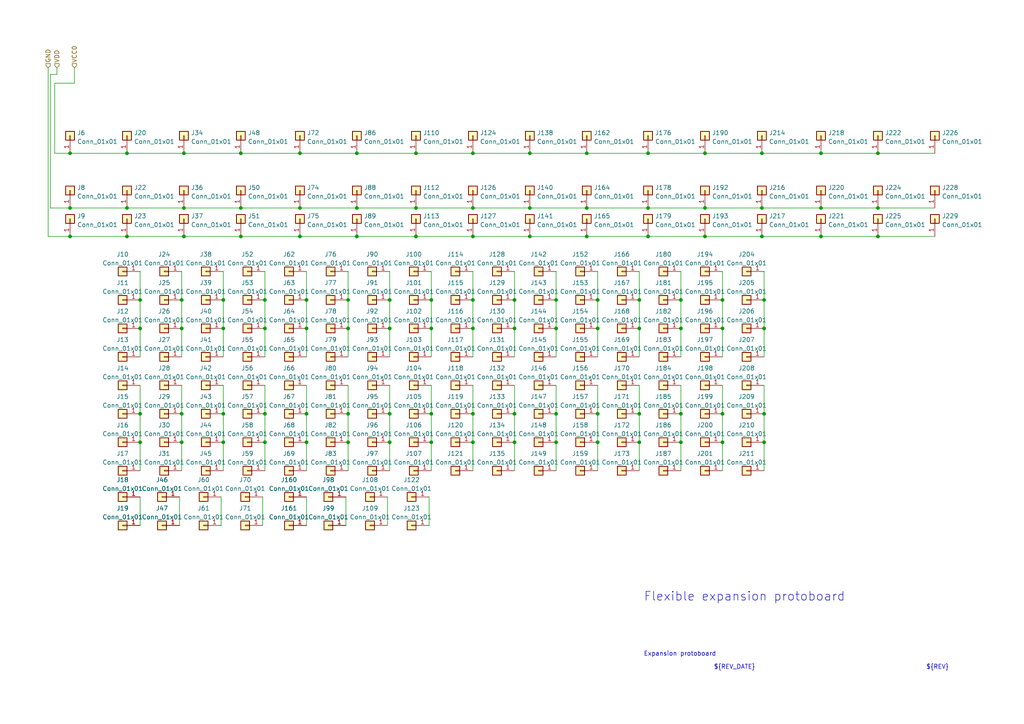
<source format=kicad_sch>
(kicad_sch (version 20211123) (generator eeschema)

  (uuid 32614da3-96e4-4794-a05c-a5c37bdc3a6f)

  (paper "A4")

  (lib_symbols
    (symbol "Connector_Generic:Conn_01x01" (pin_names (offset 1.016) hide) (in_bom yes) (on_board yes)
      (property "Reference" "J" (id 0) (at 0 2.54 0)
        (effects (font (size 1.27 1.27)))
      )
      (property "Value" "Conn_01x01" (id 1) (at 0 -2.54 0)
        (effects (font (size 1.27 1.27)))
      )
      (property "Footprint" "" (id 2) (at 0 0 0)
        (effects (font (size 1.27 1.27)) hide)
      )
      (property "Datasheet" "~" (id 3) (at 0 0 0)
        (effects (font (size 1.27 1.27)) hide)
      )
      (property "ki_keywords" "connector" (id 4) (at 0 0 0)
        (effects (font (size 1.27 1.27)) hide)
      )
      (property "ki_description" "Generic connector, single row, 01x01, script generated (kicad-library-utils/schlib/autogen/connector/)" (id 5) (at 0 0 0)
        (effects (font (size 1.27 1.27)) hide)
      )
      (property "ki_fp_filters" "Connector*:*_1x??_*" (id 6) (at 0 0 0)
        (effects (font (size 1.27 1.27)) hide)
      )
      (symbol "Conn_01x01_1_1"
        (rectangle (start -1.27 0.127) (end 0 -0.127)
          (stroke (width 0.1524) (type default) (color 0 0 0 0))
          (fill (type none))
        )
        (rectangle (start -1.27 1.27) (end 1.27 -1.27)
          (stroke (width 0.254) (type default) (color 0 0 0 0))
          (fill (type background))
        )
        (pin passive line (at -5.08 0 0) (length 3.81)
          (name "Pin_1" (effects (font (size 1.27 1.27))))
          (number "1" (effects (font (size 1.27 1.27))))
        )
      )
    )
  )

  (junction (at 100.965 95.25) (diameter 0) (color 0 0 0 0)
    (uuid 02d125f8-0fc9-4eed-a2ed-d5dcd01f2d6b)
  )
  (junction (at 137.16 128.27) (diameter 0) (color 0 0 0 0)
    (uuid 06a8c49f-b0a7-4a08-a9b2-60d7d4ffbebc)
  )
  (junction (at 64.77 120.015) (diameter 0) (color 0 0 0 0)
    (uuid 07a65974-6ef9-4fdc-8991-6ace7de59a84)
  )
  (junction (at 125.095 86.995) (diameter 0) (color 0 0 0 0)
    (uuid 08f8db5d-b7a2-423d-82f4-b78d2f33ff93)
  )
  (junction (at 161.29 95.25) (diameter 0) (color 0 0 0 0)
    (uuid 0a1b2b5f-de51-4d24-8117-f0add3d95dd0)
  )
  (junction (at 52.705 86.995) (diameter 0) (color 0 0 0 0)
    (uuid 0a264676-9286-4aca-a733-8b0528bb5a0e)
  )
  (junction (at 197.485 128.27) (diameter 0) (color 0 0 0 0)
    (uuid 0b179102-d7fd-4031-976d-62bde9713d3b)
  )
  (junction (at 173.355 128.27) (diameter 0) (color 0 0 0 0)
    (uuid 0c3cbf60-26fa-4770-92be-e715074765e3)
  )
  (junction (at 113.03 95.25) (diameter 0) (color 0 0 0 0)
    (uuid 12eb86bc-0c56-4d13-a132-f9ded898f965)
  )
  (junction (at 254.635 60.325) (diameter 0) (color 0 0 0 0)
    (uuid 14f2cbd6-0483-42d0-a1f5-5d2f3bb8e394)
  )
  (junction (at 209.55 128.27) (diameter 0) (color 0 0 0 0)
    (uuid 18ec6fca-8f59-4e91-a0c7-9869e8bbb4e3)
  )
  (junction (at 120.65 60.325) (diameter 0) (color 0 0 0 0)
    (uuid 1a549be8-c6de-4b98-94d1-6b56d2296997)
  )
  (junction (at 100.965 86.995) (diameter 0) (color 0 0 0 0)
    (uuid 1c555564-f866-4ea3-a99c-fdd39fc8af75)
  )
  (junction (at 161.29 128.27) (diameter 0) (color 0 0 0 0)
    (uuid 1c9b6a0f-537e-4722-b573-c7cc9f9a26e7)
  )
  (junction (at 40.64 86.995) (diameter 0) (color 0 0 0 0)
    (uuid 20f8c19e-0c0d-4429-b7b9-c4bf235b7211)
  )
  (junction (at 137.16 95.25) (diameter 0) (color 0 0 0 0)
    (uuid 25c82921-e98d-4eed-9b89-a89d59881df1)
  )
  (junction (at 88.9 95.25) (diameter 0) (color 0 0 0 0)
    (uuid 26f41694-a65c-4a61-8f60-1c37c88191e5)
  )
  (junction (at 170.18 68.58) (diameter 0) (color 0 0 0 0)
    (uuid 2bf31810-63f5-428e-861e-bbe80e57e51d)
  )
  (junction (at 254.635 44.45) (diameter 0) (color 0 0 0 0)
    (uuid 2c2f8fbe-9b5b-4a5b-86eb-404fe896ad2f)
  )
  (junction (at 161.29 120.015) (diameter 0) (color 0 0 0 0)
    (uuid 306783d1-16de-438a-9ebd-12446052b127)
  )
  (junction (at 137.16 68.58) (diameter 0) (color 0 0 0 0)
    (uuid 3157a837-5787-453f-88fb-9d851dceb371)
  )
  (junction (at 137.16 60.325) (diameter 0) (color 0 0 0 0)
    (uuid 35543387-ffe7-4872-95bc-c2ff642d3ebc)
  )
  (junction (at 185.42 86.995) (diameter 0) (color 0 0 0 0)
    (uuid 38dacdc6-4e55-4738-a39c-57a6d512d8aa)
  )
  (junction (at 197.485 95.25) (diameter 0) (color 0 0 0 0)
    (uuid 3c1c348e-1376-48b2-92eb-90bc105b2c7e)
  )
  (junction (at 254.635 68.58) (diameter 0) (color 0 0 0 0)
    (uuid 42a25d63-fcca-4646-a47a-908140d85475)
  )
  (junction (at 209.55 120.015) (diameter 0) (color 0 0 0 0)
    (uuid 42c245ca-6281-481c-86ee-3badb6388c2b)
  )
  (junction (at 52.705 95.25) (diameter 0) (color 0 0 0 0)
    (uuid 42e6dd98-dc11-4823-a17a-260d277ec008)
  )
  (junction (at 149.225 128.27) (diameter 0) (color 0 0 0 0)
    (uuid 439ed717-9328-476a-a4d9-6aebfd469a01)
  )
  (junction (at 88.9 86.995) (diameter 0) (color 0 0 0 0)
    (uuid 480eb827-e4cb-4f07-9181-473255c5e989)
  )
  (junction (at 220.98 60.325) (diameter 0) (color 0 0 0 0)
    (uuid 4b24a797-4678-4fde-99ce-955f6ff40d3d)
  )
  (junction (at 204.47 68.58) (diameter 0) (color 0 0 0 0)
    (uuid 4b6048cf-6585-4087-acc7-17a9277c181d)
  )
  (junction (at 20.32 68.58) (diameter 0) (color 0 0 0 0)
    (uuid 4bcd350e-6a75-4a92-8d2e-a58c603027e5)
  )
  (junction (at 170.18 44.45) (diameter 0) (color 0 0 0 0)
    (uuid 4ccd7c36-97fb-4b86-b3ba-aedaf8060136)
  )
  (junction (at 197.485 120.015) (diameter 0) (color 0 0 0 0)
    (uuid 4da3a252-fdb3-4b54-95a0-ea24f7c6ff93)
  )
  (junction (at 170.18 60.325) (diameter 0) (color 0 0 0 0)
    (uuid 4e12010e-ccd5-4e7e-9116-b34843aa1bee)
  )
  (junction (at 125.095 128.27) (diameter 0) (color 0 0 0 0)
    (uuid 52a86a39-904c-494a-9385-fa4b66a3b233)
  )
  (junction (at 149.225 120.015) (diameter 0) (color 0 0 0 0)
    (uuid 54f9b178-5d36-4300-91cc-01206a615ca4)
  )
  (junction (at 149.225 95.25) (diameter 0) (color 0 0 0 0)
    (uuid 5a75bae1-4fc8-4a04-b4a4-de0776f1a04b)
  )
  (junction (at 187.96 60.325) (diameter 0) (color 0 0 0 0)
    (uuid 61bf4730-b87b-4f85-917d-e76f86babe3b)
  )
  (junction (at 69.85 44.45) (diameter 0) (color 0 0 0 0)
    (uuid 63dc769d-3fcb-4c51-a616-5d44adfb0817)
  )
  (junction (at 137.16 44.45) (diameter 0) (color 0 0 0 0)
    (uuid 66c08d27-d21f-4dc8-8bca-76b47e5aa826)
  )
  (junction (at 120.65 68.58) (diameter 0) (color 0 0 0 0)
    (uuid 6a9dc237-e1fe-4cfd-bf37-a18d625360f6)
  )
  (junction (at 221.615 120.015) (diameter 0) (color 0 0 0 0)
    (uuid 712478cc-bda8-4f3d-9361-bd6347df53b8)
  )
  (junction (at 86.995 68.58) (diameter 0) (color 0 0 0 0)
    (uuid 71814ea8-e29c-482c-9ec6-08f241e2b673)
  )
  (junction (at 76.835 95.25) (diameter 0) (color 0 0 0 0)
    (uuid 73e1cfbc-041a-46d7-88cf-fbad9da480dd)
  )
  (junction (at 36.83 68.58) (diameter 0) (color 0 0 0 0)
    (uuid 77b75a12-9783-427f-818d-a994f407fa77)
  )
  (junction (at 125.095 95.25) (diameter 0) (color 0 0 0 0)
    (uuid 7cc9ca15-5a2b-43aa-aa7b-8d7e609cf9d4)
  )
  (junction (at 153.67 60.325) (diameter 0) (color 0 0 0 0)
    (uuid 7f171955-22d1-4ca9-bdd1-7c8c7e16f85c)
  )
  (junction (at 221.615 86.995) (diameter 0) (color 0 0 0 0)
    (uuid 8657b729-6e01-4e68-83ca-3ec50b196005)
  )
  (junction (at 20.32 44.45) (diameter 0) (color 0 0 0 0)
    (uuid 86d7c26c-acfb-4b26-900b-faaadebff281)
  )
  (junction (at 173.355 86.995) (diameter 0) (color 0 0 0 0)
    (uuid 89eb8f33-a2c9-4c00-a47d-8a80108eda9c)
  )
  (junction (at 76.835 86.995) (diameter 0) (color 0 0 0 0)
    (uuid 8c2945ff-9ab8-491f-9228-d924f33b70dc)
  )
  (junction (at 204.47 44.45) (diameter 0) (color 0 0 0 0)
    (uuid 8f5302e2-60d2-46d0-9d1d-ee4471c45777)
  )
  (junction (at 103.505 44.45) (diameter 0) (color 0 0 0 0)
    (uuid 925c7efa-a4fd-47b4-8b3d-7e8caf9986ad)
  )
  (junction (at 113.03 120.015) (diameter 0) (color 0 0 0 0)
    (uuid 93dcf426-5265-480c-b70a-0e126d899373)
  )
  (junction (at 204.47 60.325) (diameter 0) (color 0 0 0 0)
    (uuid 988b90f6-0879-4e8c-b7c6-7d203438f857)
  )
  (junction (at 185.42 128.27) (diameter 0) (color 0 0 0 0)
    (uuid 990941ee-9d6b-4416-88b8-72f4023dcf0a)
  )
  (junction (at 52.705 128.27) (diameter 0) (color 0 0 0 0)
    (uuid 9b02eea2-57e0-486e-93f3-301a3bcacce7)
  )
  (junction (at 238.125 68.58) (diameter 0) (color 0 0 0 0)
    (uuid 9b8d9bd8-f0a7-43ba-96ca-5f6235894ad6)
  )
  (junction (at 238.125 44.45) (diameter 0) (color 0 0 0 0)
    (uuid 9c93e26a-779a-45f0-b4ff-09c223e5c75a)
  )
  (junction (at 64.77 86.995) (diameter 0) (color 0 0 0 0)
    (uuid 9fea9857-2d23-4276-a6c2-157e98ab5ed7)
  )
  (junction (at 120.65 44.45) (diameter 0) (color 0 0 0 0)
    (uuid a2971906-061e-4ca8-8388-049e4136478d)
  )
  (junction (at 69.85 68.58) (diameter 0) (color 0 0 0 0)
    (uuid a33f5d00-2db4-48ba-a3d5-4fcc268f2e6b)
  )
  (junction (at 137.16 86.995) (diameter 0) (color 0 0 0 0)
    (uuid a3b5f423-eb77-4cb8-bdc3-f0412a0e9bb7)
  )
  (junction (at 20.32 60.325) (diameter 0) (color 0 0 0 0)
    (uuid a6428528-1d26-4d30-8641-15ba25231c22)
  )
  (junction (at 103.505 60.325) (diameter 0) (color 0 0 0 0)
    (uuid a8522e9b-1afa-402c-8d57-2fb4475d497f)
  )
  (junction (at 125.095 120.015) (diameter 0) (color 0 0 0 0)
    (uuid ad119fd6-7138-404c-8f2b-a924fb940f55)
  )
  (junction (at 185.42 95.25) (diameter 0) (color 0 0 0 0)
    (uuid affa6936-bc37-407b-887c-53e3b6d02a58)
  )
  (junction (at 86.995 44.45) (diameter 0) (color 0 0 0 0)
    (uuid b0517cc5-cb72-42ff-a015-9addc9d9e133)
  )
  (junction (at 220.98 44.45) (diameter 0) (color 0 0 0 0)
    (uuid b2dd65d7-568e-489b-aa26-9bceb102cfa0)
  )
  (junction (at 36.83 44.45) (diameter 0) (color 0 0 0 0)
    (uuid b550b8c4-00a9-48f4-9fc4-eab61f4e6513)
  )
  (junction (at 173.355 120.015) (diameter 0) (color 0 0 0 0)
    (uuid b5f12747-06d6-41f8-9f16-ac99e5dcb4e9)
  )
  (junction (at 64.77 128.27) (diameter 0) (color 0 0 0 0)
    (uuid b61c3c1e-d2f5-4c77-9f24-c629ae8ae45a)
  )
  (junction (at 187.96 44.45) (diameter 0) (color 0 0 0 0)
    (uuid b736d244-0f0d-4f1e-9bad-3154d39baed8)
  )
  (junction (at 197.485 86.995) (diameter 0) (color 0 0 0 0)
    (uuid ba5dd953-49d3-4c38-81b2-3d50bf73d388)
  )
  (junction (at 100.965 120.015) (diameter 0) (color 0 0 0 0)
    (uuid bc4d084a-3b2f-4090-892c-bd64c22f6314)
  )
  (junction (at 52.705 120.015) (diameter 0) (color 0 0 0 0)
    (uuid bc6c893f-1528-4d25-8250-2f0ffe952bf6)
  )
  (junction (at 221.615 95.25) (diameter 0) (color 0 0 0 0)
    (uuid bebf1eeb-e882-4b64-8712-8b5a1b595631)
  )
  (junction (at 100.965 128.27) (diameter 0) (color 0 0 0 0)
    (uuid bf642cd3-4542-44fa-9b87-f774650ac667)
  )
  (junction (at 53.34 44.45) (diameter 0) (color 0 0 0 0)
    (uuid c0ac1a68-f173-43e3-a024-c37d18b4ac8a)
  )
  (junction (at 76.835 128.27) (diameter 0) (color 0 0 0 0)
    (uuid c18c3b4d-0db1-4e1d-9305-9b3ed83382c5)
  )
  (junction (at 76.835 120.015) (diameter 0) (color 0 0 0 0)
    (uuid c48eaa68-41fe-4d02-8882-782a41bad8ac)
  )
  (junction (at 220.98 68.58) (diameter 0) (color 0 0 0 0)
    (uuid cb55a5d6-4543-40ad-bd9c-77394030d7bc)
  )
  (junction (at 69.85 60.325) (diameter 0) (color 0 0 0 0)
    (uuid cc534cde-6829-458d-92b8-674e1fd728ee)
  )
  (junction (at 137.16 120.015) (diameter 0) (color 0 0 0 0)
    (uuid cf2c0d61-2e06-4445-9b57-913712e0c66a)
  )
  (junction (at 238.125 60.325) (diameter 0) (color 0 0 0 0)
    (uuid d43351e9-41a4-4224-a202-058a8a94403f)
  )
  (junction (at 153.67 44.45) (diameter 0) (color 0 0 0 0)
    (uuid d5655b37-f801-47a7-9aad-dd3b3c24f3a7)
  )
  (junction (at 113.03 128.27) (diameter 0) (color 0 0 0 0)
    (uuid db4bebdf-0e95-448a-9f36-2719afc550e6)
  )
  (junction (at 53.34 60.325) (diameter 0) (color 0 0 0 0)
    (uuid de4cd19c-4601-4287-a772-67d833954659)
  )
  (junction (at 161.29 86.995) (diameter 0) (color 0 0 0 0)
    (uuid e074166f-541b-4464-876d-49b87f7644c4)
  )
  (junction (at 187.96 68.58) (diameter 0) (color 0 0 0 0)
    (uuid e21db7a6-1afc-4965-8cac-62ed1ed8e5cf)
  )
  (junction (at 221.615 128.27) (diameter 0) (color 0 0 0 0)
    (uuid e408e038-def3-400b-9985-5a9e9c6ecff4)
  )
  (junction (at 209.55 86.995) (diameter 0) (color 0 0 0 0)
    (uuid e59e21c8-4d48-4bad-9e3f-b10959ebb4ea)
  )
  (junction (at 153.67 68.58) (diameter 0) (color 0 0 0 0)
    (uuid e648c54c-4890-4acd-872f-970ad92f1785)
  )
  (junction (at 53.34 68.58) (diameter 0) (color 0 0 0 0)
    (uuid e7eea7b0-ad3a-48b4-bf99-eedbe41ef0ae)
  )
  (junction (at 36.83 60.325) (diameter 0) (color 0 0 0 0)
    (uuid e94d8922-904c-4b8f-83fe-52f624976aa1)
  )
  (junction (at 209.55 95.25) (diameter 0) (color 0 0 0 0)
    (uuid ea987bc6-0252-4369-9608-36e28279f9aa)
  )
  (junction (at 173.355 95.25) (diameter 0) (color 0 0 0 0)
    (uuid eb9997a0-bd5a-414c-a3c9-e18c0291cf07)
  )
  (junction (at 86.995 60.325) (diameter 0) (color 0 0 0 0)
    (uuid ebc7df2e-7b88-42e7-bc28-d43ddb17abe3)
  )
  (junction (at 103.505 68.58) (diameter 0) (color 0 0 0 0)
    (uuid ed70944a-7cd4-4c2d-bddf-156e34c840cb)
  )
  (junction (at 113.03 86.995) (diameter 0) (color 0 0 0 0)
    (uuid ee167b7e-e391-4a9f-aeb7-643f4dddb3c9)
  )
  (junction (at 88.9 120.015) (diameter 0) (color 0 0 0 0)
    (uuid f0c05434-5c34-448c-811f-d2e03975d347)
  )
  (junction (at 64.77 95.25) (diameter 0) (color 0 0 0 0)
    (uuid f1dad4d1-72cf-41f3-bb6d-d3c0e88bfebe)
  )
  (junction (at 40.64 95.25) (diameter 0) (color 0 0 0 0)
    (uuid f23993b9-9426-4475-9da1-cf90b8fc634c)
  )
  (junction (at 185.42 120.015) (diameter 0) (color 0 0 0 0)
    (uuid f44f489d-6fa6-45bb-a004-17de0fbbb0e1)
  )
  (junction (at 40.64 120.015) (diameter 0) (color 0 0 0 0)
    (uuid f450e35f-d5c3-4e1a-87e9-3eee0f6dd7ec)
  )
  (junction (at 88.9 128.27) (diameter 0) (color 0 0 0 0)
    (uuid f5369ebd-837a-4967-9dd6-75ce937275e3)
  )
  (junction (at 40.64 128.27) (diameter 0) (color 0 0 0 0)
    (uuid f6f9da3f-4d46-4544-b421-d72083f60559)
  )
  (junction (at 149.225 86.995) (diameter 0) (color 0 0 0 0)
    (uuid fda33e34-9824-4a75-a947-40f0bd4e1916)
  )

  (wire (pts (xy 76.835 128.27) (xy 76.835 136.525))
    (stroke (width 0) (type default) (color 0 0 0 0))
    (uuid 01f657fc-c20a-4782-8b90-d4ad9106639d)
  )
  (wire (pts (xy 161.29 78.74) (xy 161.29 86.995))
    (stroke (width 0) (type default) (color 0 0 0 0))
    (uuid 03b6ef39-2d6b-4db3-ae62-dcd63f96edef)
  )
  (wire (pts (xy 238.125 60.325) (xy 254.635 60.325))
    (stroke (width 0) (type default) (color 0 0 0 0))
    (uuid 03da10e7-9fa7-42c2-8b84-d6ab7ca05eaa)
  )
  (wire (pts (xy 64.77 86.995) (xy 64.77 95.25))
    (stroke (width 0) (type default) (color 0 0 0 0))
    (uuid 040c39bb-0a00-4ecf-8e85-33672ba61aec)
  )
  (wire (pts (xy 220.98 44.45) (xy 204.47 44.45))
    (stroke (width 0) (type default) (color 0 0 0 0))
    (uuid 04f2a00a-6884-4162-8c6b-f862e2cf83fe)
  )
  (wire (pts (xy 103.505 60.325) (xy 120.65 60.325))
    (stroke (width 0) (type default) (color 0 0 0 0))
    (uuid 06f366af-f949-41bc-8212-2d2b6f9c8a37)
  )
  (wire (pts (xy 113.03 111.76) (xy 113.03 120.015))
    (stroke (width 0) (type default) (color 0 0 0 0))
    (uuid 070289ce-2c39-45fc-af2c-d554a153752d)
  )
  (wire (pts (xy 161.29 95.25) (xy 161.29 103.505))
    (stroke (width 0) (type default) (color 0 0 0 0))
    (uuid 072171ac-67a3-45e3-88e4-bff2bcaa4ace)
  )
  (wire (pts (xy 120.65 68.58) (xy 137.16 68.58))
    (stroke (width 0) (type default) (color 0 0 0 0))
    (uuid 0836c5c7-c82d-4397-8068-72d8d6767f2f)
  )
  (wire (pts (xy 153.67 60.325) (xy 170.18 60.325))
    (stroke (width 0) (type default) (color 0 0 0 0))
    (uuid 0a0b8529-c20e-4f2d-87fd-3d9cc4470d20)
  )
  (wire (pts (xy 20.32 60.325) (xy 36.83 60.325))
    (stroke (width 0) (type default) (color 0 0 0 0))
    (uuid 0acded3f-3662-4ada-8ea0-766e860faaea)
  )
  (wire (pts (xy 69.85 44.45) (xy 53.34 44.45))
    (stroke (width 0) (type default) (color 0 0 0 0))
    (uuid 0b6914d1-dc5a-4dd2-bc82-89aa781f8793)
  )
  (wire (pts (xy 88.9 120.015) (xy 88.9 128.27))
    (stroke (width 0) (type default) (color 0 0 0 0))
    (uuid 0c4971dd-483e-4bd7-aa71-e74cf6fa134e)
  )
  (wire (pts (xy 161.29 86.995) (xy 161.29 95.25))
    (stroke (width 0) (type default) (color 0 0 0 0))
    (uuid 0d336199-7ecf-4b52-bd15-f19cb0242fe4)
  )
  (wire (pts (xy 36.83 60.325) (xy 53.34 60.325))
    (stroke (width 0) (type default) (color 0 0 0 0))
    (uuid 0e2a2d71-7ff1-4324-837b-12739e8c529d)
  )
  (wire (pts (xy 173.355 111.76) (xy 173.355 120.015))
    (stroke (width 0) (type default) (color 0 0 0 0))
    (uuid 0e9c4301-b620-48ec-8add-62b02beeb665)
  )
  (wire (pts (xy 20.32 44.45) (xy 15.875 44.45))
    (stroke (width 0) (type default) (color 0 0 0 0))
    (uuid 0f9ff346-23d5-483d-af89-5eab06a51fd9)
  )
  (wire (pts (xy 88.9 86.995) (xy 88.9 95.25))
    (stroke (width 0) (type default) (color 0 0 0 0))
    (uuid 12383439-4feb-4d8b-b077-2aca4637a31c)
  )
  (wire (pts (xy 197.485 120.015) (xy 197.485 128.27))
    (stroke (width 0) (type default) (color 0 0 0 0))
    (uuid 13af1782-2bbb-4950-91bd-fc0ce46ff654)
  )
  (wire (pts (xy 254.635 60.325) (xy 271.145 60.325))
    (stroke (width 0) (type default) (color 0 0 0 0))
    (uuid 147e7833-1ce8-42d7-87fc-7fc08d55e172)
  )
  (wire (pts (xy 221.615 111.76) (xy 221.615 120.015))
    (stroke (width 0) (type default) (color 0 0 0 0))
    (uuid 1605c609-e219-4c95-9cac-412b9ab94715)
  )
  (wire (pts (xy 15.875 24.13) (xy 21.59 24.13))
    (stroke (width 0) (type default) (color 0 0 0 0))
    (uuid 164a65f8-7ff6-4f3c-a0f9-02306502b814)
  )
  (wire (pts (xy 137.16 128.27) (xy 137.16 136.525))
    (stroke (width 0) (type default) (color 0 0 0 0))
    (uuid 1742c9fc-d6ba-4db4-8572-d2c6d76529f1)
  )
  (wire (pts (xy 52.705 78.74) (xy 52.705 86.995))
    (stroke (width 0) (type default) (color 0 0 0 0))
    (uuid 1a54150e-7947-4f8b-bf78-609370833f05)
  )
  (wire (pts (xy 221.615 86.995) (xy 221.615 95.25))
    (stroke (width 0) (type default) (color 0 0 0 0))
    (uuid 1b8ea48c-c4b9-4407-93fc-88dde7a2d4e9)
  )
  (wire (pts (xy 197.485 128.27) (xy 197.485 136.525))
    (stroke (width 0) (type default) (color 0 0 0 0))
    (uuid 1b92a667-19fc-491e-8494-e3949fc1d35a)
  )
  (wire (pts (xy 86.995 44.45) (xy 69.85 44.45))
    (stroke (width 0) (type default) (color 0 0 0 0))
    (uuid 1ec61d6b-ace0-4ed2-94f4-85d482dcb0fc)
  )
  (wire (pts (xy 153.67 44.45) (xy 137.16 44.45))
    (stroke (width 0) (type default) (color 0 0 0 0))
    (uuid 1f3a09a6-6a7b-4847-9793-a3ee68a778ac)
  )
  (wire (pts (xy 76.835 120.015) (xy 76.835 128.27))
    (stroke (width 0) (type default) (color 0 0 0 0))
    (uuid 217b4cdd-f033-42b2-8c6d-8a828c5cec66)
  )
  (wire (pts (xy 69.85 68.58) (xy 86.995 68.58))
    (stroke (width 0) (type default) (color 0 0 0 0))
    (uuid 22d04d47-a7c2-4e63-bb4e-88a4fd0bcd7b)
  )
  (wire (pts (xy 120.65 60.325) (xy 137.16 60.325))
    (stroke (width 0) (type default) (color 0 0 0 0))
    (uuid 24d0c3a6-124f-4425-ac7b-f3c0cb36c272)
  )
  (wire (pts (xy 16.51 21.59) (xy 14.605 21.59))
    (stroke (width 0) (type default) (color 0 0 0 0))
    (uuid 25fce7ec-21dc-45dd-abbf-b66dad81a3be)
  )
  (wire (pts (xy 64.77 95.25) (xy 64.77 103.505))
    (stroke (width 0) (type default) (color 0 0 0 0))
    (uuid 278c6d7d-eb69-42f8-b288-621348f634c2)
  )
  (wire (pts (xy 76.835 78.74) (xy 76.835 86.995))
    (stroke (width 0) (type default) (color 0 0 0 0))
    (uuid 29d3b36b-a7a0-4539-b858-032f8df27a33)
  )
  (wire (pts (xy 209.55 86.995) (xy 209.55 95.25))
    (stroke (width 0) (type default) (color 0 0 0 0))
    (uuid 2c101db4-791a-4b36-9a5b-1af96426800a)
  )
  (wire (pts (xy 88.9 78.74) (xy 88.9 86.995))
    (stroke (width 0) (type default) (color 0 0 0 0))
    (uuid 2c4daee6-2b1c-4ec8-a0f6-c247a71aef6f)
  )
  (wire (pts (xy 100.965 120.015) (xy 100.965 128.27))
    (stroke (width 0) (type default) (color 0 0 0 0))
    (uuid 2defdcf9-67a4-446c-a555-d916e1e96e19)
  )
  (wire (pts (xy 125.095 120.015) (xy 125.095 128.27))
    (stroke (width 0) (type default) (color 0 0 0 0))
    (uuid 30e7cb94-b8e4-4215-ab9f-25b38386a18e)
  )
  (wire (pts (xy 86.995 60.325) (xy 103.505 60.325))
    (stroke (width 0) (type default) (color 0 0 0 0))
    (uuid 32c1618c-5588-4587-bdb5-76900049981e)
  )
  (wire (pts (xy 149.225 128.27) (xy 149.225 136.525))
    (stroke (width 0) (type default) (color 0 0 0 0))
    (uuid 373e7e8f-08e5-47d7-b385-d52d3a57b087)
  )
  (wire (pts (xy 197.485 86.995) (xy 197.485 95.25))
    (stroke (width 0) (type default) (color 0 0 0 0))
    (uuid 37bd9fe1-48a4-4e07-a726-9fcdfcf2d7de)
  )
  (wire (pts (xy 100.33 144.145) (xy 100.33 152.4))
    (stroke (width 0) (type default) (color 0 0 0 0))
    (uuid 3ccdf8e0-dacd-4a53-89fb-c4cca30ddc49)
  )
  (wire (pts (xy 113.03 120.015) (xy 113.03 128.27))
    (stroke (width 0) (type default) (color 0 0 0 0))
    (uuid 3d193f0d-2958-4822-944a-506a700be97b)
  )
  (wire (pts (xy 13.97 68.58) (xy 20.32 68.58))
    (stroke (width 0) (type default) (color 0 0 0 0))
    (uuid 41952cbc-0920-4e21-806b-a8bdb6e7b882)
  )
  (wire (pts (xy 221.615 78.74) (xy 221.615 86.995))
    (stroke (width 0) (type default) (color 0 0 0 0))
    (uuid 41ef4ede-d1f3-4cf1-9363-757296a1fe3e)
  )
  (wire (pts (xy 20.32 68.58) (xy 36.83 68.58))
    (stroke (width 0) (type default) (color 0 0 0 0))
    (uuid 42464c46-eadc-4047-8d96-1c3a8cf857b6)
  )
  (wire (pts (xy 53.34 44.45) (xy 36.83 44.45))
    (stroke (width 0) (type default) (color 0 0 0 0))
    (uuid 478711ed-ec37-4f4e-899d-a0e4557c60d6)
  )
  (wire (pts (xy 173.355 128.27) (xy 173.355 136.525))
    (stroke (width 0) (type default) (color 0 0 0 0))
    (uuid 4b5ce48d-ff10-4403-a584-8c989fc1dac5)
  )
  (wire (pts (xy 204.47 68.58) (xy 220.98 68.58))
    (stroke (width 0) (type default) (color 0 0 0 0))
    (uuid 4b9f4868-7bb5-4499-82ee-b74a3904720b)
  )
  (wire (pts (xy 221.615 128.27) (xy 221.615 136.525))
    (stroke (width 0) (type default) (color 0 0 0 0))
    (uuid 4e3b3eef-e1fd-4a15-819b-a0813ddcc78b)
  )
  (wire (pts (xy 64.135 144.145) (xy 64.135 152.4))
    (stroke (width 0) (type default) (color 0 0 0 0))
    (uuid 4fc8d9b9-7ed2-43f4-9d4a-723d15c5a2aa)
  )
  (wire (pts (xy 52.705 120.015) (xy 52.705 128.27))
    (stroke (width 0) (type default) (color 0 0 0 0))
    (uuid 521a4c1e-71c5-473b-9a7e-e066c618cb50)
  )
  (wire (pts (xy 125.095 128.27) (xy 125.095 136.525))
    (stroke (width 0) (type default) (color 0 0 0 0))
    (uuid 5221b0c9-e5d2-46fa-84c9-ae115d9d76ef)
  )
  (wire (pts (xy 173.355 95.25) (xy 173.355 103.505))
    (stroke (width 0) (type default) (color 0 0 0 0))
    (uuid 53f6aac0-c51c-42f9-8c29-d6879e1454ef)
  )
  (wire (pts (xy 197.485 78.74) (xy 197.485 86.995))
    (stroke (width 0) (type default) (color 0 0 0 0))
    (uuid 54e2553e-31c1-4796-b13a-18c2f95a896c)
  )
  (wire (pts (xy 14.605 21.59) (xy 14.605 60.325))
    (stroke (width 0) (type default) (color 0 0 0 0))
    (uuid 54f113ac-18b6-4648-bf8f-e7818bd0fab6)
  )
  (wire (pts (xy 100.965 128.27) (xy 100.965 136.525))
    (stroke (width 0) (type default) (color 0 0 0 0))
    (uuid 5510fcf8-cf90-4224-9a35-a0de888f3a06)
  )
  (wire (pts (xy 209.55 95.25) (xy 209.55 103.505))
    (stroke (width 0) (type default) (color 0 0 0 0))
    (uuid 556bb42b-7606-457c-b94c-7fd9570e4f30)
  )
  (wire (pts (xy 40.64 86.995) (xy 40.64 95.25))
    (stroke (width 0) (type default) (color 0 0 0 0))
    (uuid 55a6c816-7326-479c-9a5d-88252bded761)
  )
  (wire (pts (xy 36.83 68.58) (xy 53.34 68.58))
    (stroke (width 0) (type default) (color 0 0 0 0))
    (uuid 56bcd232-be19-44f1-a587-9bdca0329efe)
  )
  (wire (pts (xy 103.505 68.58) (xy 120.65 68.58))
    (stroke (width 0) (type default) (color 0 0 0 0))
    (uuid 593908d9-a39c-43df-acf2-9c72710b946e)
  )
  (wire (pts (xy 40.64 111.76) (xy 40.64 120.015))
    (stroke (width 0) (type default) (color 0 0 0 0))
    (uuid 59bed3c7-d6fd-4753-9b73-f243e101b699)
  )
  (wire (pts (xy 187.96 44.45) (xy 170.18 44.45))
    (stroke (width 0) (type default) (color 0 0 0 0))
    (uuid 5a4d1c98-3bf0-4875-ac6f-8900223e9182)
  )
  (wire (pts (xy 197.485 95.25) (xy 197.485 103.505))
    (stroke (width 0) (type default) (color 0 0 0 0))
    (uuid 5b59e015-5dfd-41aa-848f-eda47a667435)
  )
  (wire (pts (xy 21.59 24.13) (xy 21.59 19.685))
    (stroke (width 0) (type default) (color 0 0 0 0))
    (uuid 5c39cef6-75c2-4e04-b0db-a1e396651379)
  )
  (wire (pts (xy 254.635 44.45) (xy 238.125 44.45))
    (stroke (width 0) (type default) (color 0 0 0 0))
    (uuid 6008da8c-822c-4e60-b0bd-9735b132e23e)
  )
  (wire (pts (xy 220.98 68.58) (xy 238.125 68.58))
    (stroke (width 0) (type default) (color 0 0 0 0))
    (uuid 665019da-4b60-4f10-b649-58a721605b19)
  )
  (wire (pts (xy 88.9 144.145) (xy 88.9 152.4))
    (stroke (width 0) (type default) (color 0 0 0 0))
    (uuid 674906a4-59d6-45da-9f16-d9334ceda3bb)
  )
  (wire (pts (xy 137.16 95.25) (xy 137.16 103.505))
    (stroke (width 0) (type default) (color 0 0 0 0))
    (uuid 6879a633-b3ee-4286-b076-532237a80b0b)
  )
  (wire (pts (xy 16.51 19.685) (xy 16.51 21.59))
    (stroke (width 0) (type default) (color 0 0 0 0))
    (uuid 6a4a10cd-24aa-4330-8219-b925e17e5b0f)
  )
  (wire (pts (xy 88.9 128.27) (xy 88.9 136.525))
    (stroke (width 0) (type default) (color 0 0 0 0))
    (uuid 6c121bf2-cd46-458c-b00c-a18565793434)
  )
  (wire (pts (xy 52.705 128.27) (xy 52.705 136.525))
    (stroke (width 0) (type default) (color 0 0 0 0))
    (uuid 6dea03d6-5fe9-4260-8787-7a46b47181ec)
  )
  (wire (pts (xy 64.77 78.74) (xy 64.77 86.995))
    (stroke (width 0) (type default) (color 0 0 0 0))
    (uuid 6f99cc25-a5d7-45d3-b5e6-6ec9885ec820)
  )
  (wire (pts (xy 185.42 128.27) (xy 185.42 136.525))
    (stroke (width 0) (type default) (color 0 0 0 0))
    (uuid 71f0ca70-7cec-4dd7-967b-acf170f39190)
  )
  (wire (pts (xy 187.96 60.325) (xy 204.47 60.325))
    (stroke (width 0) (type default) (color 0 0 0 0))
    (uuid 778e7e04-5849-40bd-8596-0a517e05761b)
  )
  (wire (pts (xy 40.64 144.145) (xy 40.64 152.4))
    (stroke (width 0) (type default) (color 0 0 0 0))
    (uuid 78566569-f3c6-4d23-b2ad-dac63c1a2381)
  )
  (wire (pts (xy 209.55 120.015) (xy 209.55 128.27))
    (stroke (width 0) (type default) (color 0 0 0 0))
    (uuid 7923c963-a0be-484c-871b-745cdbf579dc)
  )
  (wire (pts (xy 52.705 95.25) (xy 52.705 103.505))
    (stroke (width 0) (type default) (color 0 0 0 0))
    (uuid 79abeab3-26d4-40e0-bcc5-d0d6df02fa90)
  )
  (wire (pts (xy 197.485 111.76) (xy 197.485 120.015))
    (stroke (width 0) (type default) (color 0 0 0 0))
    (uuid 7accad39-ad63-409b-8f30-bc6a4805585b)
  )
  (wire (pts (xy 120.65 44.45) (xy 103.505 44.45))
    (stroke (width 0) (type default) (color 0 0 0 0))
    (uuid 7e7b1172-e6e9-452f-991a-c1f405e36727)
  )
  (wire (pts (xy 170.18 44.45) (xy 153.67 44.45))
    (stroke (width 0) (type default) (color 0 0 0 0))
    (uuid 8404fccc-945e-4bd2-b1e3-c47c26b5b392)
  )
  (wire (pts (xy 76.2 144.145) (xy 76.2 152.4))
    (stroke (width 0) (type default) (color 0 0 0 0))
    (uuid 840c241b-4d4d-451d-b89c-d2fd3050f5ea)
  )
  (wire (pts (xy 52.07 144.145) (xy 52.07 152.4))
    (stroke (width 0) (type default) (color 0 0 0 0))
    (uuid 87b39f61-9724-48ce-b872-fe7e02ef8ffb)
  )
  (wire (pts (xy 53.34 60.325) (xy 69.85 60.325))
    (stroke (width 0) (type default) (color 0 0 0 0))
    (uuid 8c81ac45-ccbc-4314-8404-59c8bfd83480)
  )
  (wire (pts (xy 137.16 44.45) (xy 120.65 44.45))
    (stroke (width 0) (type default) (color 0 0 0 0))
    (uuid 8da9b0dd-b786-49c9-b65f-6b8c92c8cb6d)
  )
  (wire (pts (xy 113.03 95.25) (xy 113.03 103.505))
    (stroke (width 0) (type default) (color 0 0 0 0))
    (uuid 8e50416e-997b-4bf3-853b-99658b58715e)
  )
  (wire (pts (xy 40.64 95.25) (xy 40.64 103.505))
    (stroke (width 0) (type default) (color 0 0 0 0))
    (uuid 8ea6bb61-4e98-4584-bbf6-9f9e4d2e82c1)
  )
  (wire (pts (xy 170.18 60.325) (xy 187.96 60.325))
    (stroke (width 0) (type default) (color 0 0 0 0))
    (uuid 8ed22c0b-d4ec-4261-8b2d-932f18d87d14)
  )
  (wire (pts (xy 185.42 86.995) (xy 185.42 95.25))
    (stroke (width 0) (type default) (color 0 0 0 0))
    (uuid 8fc7b517-3eae-4285-a440-ac1ccc29a14c)
  )
  (wire (pts (xy 271.145 44.45) (xy 254.635 44.45))
    (stroke (width 0) (type default) (color 0 0 0 0))
    (uuid 90bc7a2c-9962-48d1-b3f6-2c5c3e9cea68)
  )
  (wire (pts (xy 69.85 60.325) (xy 86.995 60.325))
    (stroke (width 0) (type default) (color 0 0 0 0))
    (uuid 92234f02-4ccc-40fb-becf-c45907c4b2f5)
  )
  (wire (pts (xy 40.64 120.015) (xy 40.64 128.27))
    (stroke (width 0) (type default) (color 0 0 0 0))
    (uuid 92b17692-bf96-45fc-bc9a-c951a2269f2b)
  )
  (wire (pts (xy 185.42 78.74) (xy 185.42 86.995))
    (stroke (width 0) (type default) (color 0 0 0 0))
    (uuid 948e7620-8743-4edc-afe6-922d332be2cf)
  )
  (wire (pts (xy 187.96 68.58) (xy 204.47 68.58))
    (stroke (width 0) (type default) (color 0 0 0 0))
    (uuid 94af13e5-c737-41cd-b058-a8880a610173)
  )
  (wire (pts (xy 100.965 95.25) (xy 100.965 103.505))
    (stroke (width 0) (type default) (color 0 0 0 0))
    (uuid 95dcf29a-43c8-4ab8-a69f-98c6e7faef14)
  )
  (wire (pts (xy 76.835 111.76) (xy 76.835 120.015))
    (stroke (width 0) (type default) (color 0 0 0 0))
    (uuid 97dd9403-7dd1-47d5-9f7f-3370efdbcb87)
  )
  (wire (pts (xy 153.67 68.58) (xy 170.18 68.58))
    (stroke (width 0) (type default) (color 0 0 0 0))
    (uuid 99131322-4442-4c11-b946-43e5f0f58f4a)
  )
  (wire (pts (xy 52.705 111.76) (xy 52.705 120.015))
    (stroke (width 0) (type default) (color 0 0 0 0))
    (uuid 9a801028-3430-4c10-917d-80ad27cc8826)
  )
  (wire (pts (xy 64.77 128.27) (xy 64.77 136.525))
    (stroke (width 0) (type default) (color 0 0 0 0))
    (uuid 9ba3709d-080e-427a-90c9-d042c9a57d73)
  )
  (wire (pts (xy 221.615 95.25) (xy 221.615 103.505))
    (stroke (width 0) (type default) (color 0 0 0 0))
    (uuid 9bc13170-2586-43ec-aaec-cbfac472c47c)
  )
  (wire (pts (xy 149.225 86.995) (xy 149.225 95.25))
    (stroke (width 0) (type default) (color 0 0 0 0))
    (uuid 9cb43862-25b1-4772-b6bc-044ba26fc6ed)
  )
  (wire (pts (xy 254.635 68.58) (xy 271.145 68.58))
    (stroke (width 0) (type default) (color 0 0 0 0))
    (uuid a12721b9-73f6-49b4-a817-0c64aa1bf420)
  )
  (wire (pts (xy 173.355 78.74) (xy 173.355 86.995))
    (stroke (width 0) (type default) (color 0 0 0 0))
    (uuid a17fe857-5cf1-4c6e-8af7-1b4d93d6d39f)
  )
  (wire (pts (xy 204.47 60.325) (xy 220.98 60.325))
    (stroke (width 0) (type default) (color 0 0 0 0))
    (uuid a236410f-dd69-4611-b251-98878307495c)
  )
  (wire (pts (xy 238.125 44.45) (xy 220.98 44.45))
    (stroke (width 0) (type default) (color 0 0 0 0))
    (uuid a2b3ed38-7e70-46c7-b3f3-3220769f561d)
  )
  (wire (pts (xy 238.125 68.58) (xy 254.635 68.58))
    (stroke (width 0) (type default) (color 0 0 0 0))
    (uuid a7b4dd59-8b60-45e4-9ea7-530b692d8a7f)
  )
  (wire (pts (xy 125.095 95.25) (xy 125.095 103.505))
    (stroke (width 0) (type default) (color 0 0 0 0))
    (uuid a98e3334-d126-44a4-8414-3bbb0ccd9641)
  )
  (wire (pts (xy 161.29 120.015) (xy 161.29 128.27))
    (stroke (width 0) (type default) (color 0 0 0 0))
    (uuid aa9813d3-66b1-4ee7-91f9-9cb9afe9ebf7)
  )
  (wire (pts (xy 149.225 111.76) (xy 149.225 120.015))
    (stroke (width 0) (type default) (color 0 0 0 0))
    (uuid af1c98ca-6d50-4ee1-9f10-0e2f1f7b9b87)
  )
  (wire (pts (xy 137.16 78.74) (xy 137.16 86.995))
    (stroke (width 0) (type default) (color 0 0 0 0))
    (uuid b0375123-7017-4947-a142-365cf205ba50)
  )
  (wire (pts (xy 149.225 95.25) (xy 149.225 103.505))
    (stroke (width 0) (type default) (color 0 0 0 0))
    (uuid b4848d2b-96ed-4bc9-a7e1-4a25dd66d582)
  )
  (wire (pts (xy 185.42 111.76) (xy 185.42 120.015))
    (stroke (width 0) (type default) (color 0 0 0 0))
    (uuid b4e879e3-be24-4dce-8cfa-ec83bc3061a9)
  )
  (wire (pts (xy 40.64 78.74) (xy 40.64 86.995))
    (stroke (width 0) (type default) (color 0 0 0 0))
    (uuid bdf359e2-9d5c-42f5-98f0-42791187b1b1)
  )
  (wire (pts (xy 40.64 128.27) (xy 40.64 136.525))
    (stroke (width 0) (type default) (color 0 0 0 0))
    (uuid c01d915c-b5fa-42de-85d7-4e931d7e4ddc)
  )
  (wire (pts (xy 220.98 60.325) (xy 238.125 60.325))
    (stroke (width 0) (type default) (color 0 0 0 0))
    (uuid c0abbb17-6966-442e-a875-2f2bcf25bd28)
  )
  (wire (pts (xy 64.77 120.015) (xy 64.77 128.27))
    (stroke (width 0) (type default) (color 0 0 0 0))
    (uuid c4d3aa8b-4d2d-4805-b67f-466066ebe1bc)
  )
  (wire (pts (xy 103.505 44.45) (xy 86.995 44.45))
    (stroke (width 0) (type default) (color 0 0 0 0))
    (uuid c6d53e6b-6ac6-4e43-9ad1-a1da61ec5459)
  )
  (wire (pts (xy 173.355 86.995) (xy 173.355 95.25))
    (stroke (width 0) (type default) (color 0 0 0 0))
    (uuid c720c011-f58e-482f-bc72-594189a08b52)
  )
  (wire (pts (xy 113.03 78.74) (xy 113.03 86.995))
    (stroke (width 0) (type default) (color 0 0 0 0))
    (uuid c764bf56-4935-45e5-b5f1-0e0a65d91181)
  )
  (wire (pts (xy 64.77 111.76) (xy 64.77 120.015))
    (stroke (width 0) (type default) (color 0 0 0 0))
    (uuid c7ba0ef2-d066-43e8-9ed4-85766f427b05)
  )
  (wire (pts (xy 100.965 78.74) (xy 100.965 86.995))
    (stroke (width 0) (type default) (color 0 0 0 0))
    (uuid c875ca2c-d129-415b-8e1e-f232247e0b2c)
  )
  (wire (pts (xy 124.46 144.145) (xy 124.46 152.4))
    (stroke (width 0) (type default) (color 0 0 0 0))
    (uuid caecbe8f-e820-46a7-9862-1ba97074aa70)
  )
  (wire (pts (xy 100.965 86.995) (xy 100.965 95.25))
    (stroke (width 0) (type default) (color 0 0 0 0))
    (uuid cb72a320-9187-49e6-b1f5-22f19821dcf2)
  )
  (wire (pts (xy 149.225 78.74) (xy 149.225 86.995))
    (stroke (width 0) (type default) (color 0 0 0 0))
    (uuid cedccf6f-51bf-4011-8f62-da2e19dec7d1)
  )
  (wire (pts (xy 113.03 86.995) (xy 113.03 95.25))
    (stroke (width 0) (type default) (color 0 0 0 0))
    (uuid cfd925b5-1f5f-46a8-829a-48e778c976cb)
  )
  (wire (pts (xy 88.9 111.76) (xy 88.9 120.015))
    (stroke (width 0) (type default) (color 0 0 0 0))
    (uuid d0ac953b-5afd-4b5d-a0cd-d7ab5492a089)
  )
  (wire (pts (xy 52.705 86.995) (xy 52.705 95.25))
    (stroke (width 0) (type default) (color 0 0 0 0))
    (uuid d2c92039-744c-4b31-9763-d751e2c2b619)
  )
  (wire (pts (xy 161.29 111.76) (xy 161.29 120.015))
    (stroke (width 0) (type default) (color 0 0 0 0))
    (uuid d38c6d17-7867-4481-ba5e-0523fdb5436c)
  )
  (wire (pts (xy 185.42 95.25) (xy 185.42 103.505))
    (stroke (width 0) (type default) (color 0 0 0 0))
    (uuid d5263fbe-0a39-4857-9bb4-d97fa95cde8c)
  )
  (wire (pts (xy 209.55 78.74) (xy 209.55 86.995))
    (stroke (width 0) (type default) (color 0 0 0 0))
    (uuid d765d65d-89c0-48ef-9e91-74771bca6921)
  )
  (wire (pts (xy 149.225 120.015) (xy 149.225 128.27))
    (stroke (width 0) (type default) (color 0 0 0 0))
    (uuid deb3976a-45d5-4bd5-a46d-f3bf8a733be2)
  )
  (wire (pts (xy 170.18 68.58) (xy 187.96 68.58))
    (stroke (width 0) (type default) (color 0 0 0 0))
    (uuid def21608-6c7f-44b3-b4ff-7f8ed82319a9)
  )
  (wire (pts (xy 221.615 120.015) (xy 221.615 128.27))
    (stroke (width 0) (type default) (color 0 0 0 0))
    (uuid df569f43-3a5a-47da-85c8-02851ecfe950)
  )
  (wire (pts (xy 88.9 95.25) (xy 88.9 103.505))
    (stroke (width 0) (type default) (color 0 0 0 0))
    (uuid e1adc6cb-b300-49a5-b211-8841232512e5)
  )
  (wire (pts (xy 185.42 120.015) (xy 185.42 128.27))
    (stroke (width 0) (type default) (color 0 0 0 0))
    (uuid e8090d18-1373-4735-8233-db5e863f88b3)
  )
  (wire (pts (xy 53.34 68.58) (xy 69.85 68.58))
    (stroke (width 0) (type default) (color 0 0 0 0))
    (uuid e83546bc-95f6-40b1-98f1-62dec350f4d4)
  )
  (wire (pts (xy 137.16 86.995) (xy 137.16 95.25))
    (stroke (width 0) (type default) (color 0 0 0 0))
    (uuid e977433e-6465-4578-a47b-c7d21ed5eb68)
  )
  (wire (pts (xy 86.995 68.58) (xy 103.505 68.58))
    (stroke (width 0) (type default) (color 0 0 0 0))
    (uuid eb55e2c2-d9ca-4d24-b444-293594f63fb8)
  )
  (wire (pts (xy 14.605 60.325) (xy 20.32 60.325))
    (stroke (width 0) (type default) (color 0 0 0 0))
    (uuid eb6bf63d-3e1b-4ff1-be2e-c320e86ad565)
  )
  (wire (pts (xy 13.97 19.685) (xy 13.97 68.58))
    (stroke (width 0) (type default) (color 0 0 0 0))
    (uuid ecf45902-bf88-4e16-a28d-583735550386)
  )
  (wire (pts (xy 137.16 68.58) (xy 153.67 68.58))
    (stroke (width 0) (type default) (color 0 0 0 0))
    (uuid ed84afbd-cee2-4b27-8dbb-9ebd357a6499)
  )
  (wire (pts (xy 137.16 60.325) (xy 153.67 60.325))
    (stroke (width 0) (type default) (color 0 0 0 0))
    (uuid ee0e5060-d3ac-4dd0-88a0-2b28b343f101)
  )
  (wire (pts (xy 137.16 111.76) (xy 137.16 120.015))
    (stroke (width 0) (type default) (color 0 0 0 0))
    (uuid efc8d183-fc8e-4336-a121-63a916968843)
  )
  (wire (pts (xy 161.29 128.27) (xy 161.29 136.525))
    (stroke (width 0) (type default) (color 0 0 0 0))
    (uuid f03a8590-29d3-40d4-97ee-73a523dedc64)
  )
  (wire (pts (xy 112.395 144.145) (xy 112.395 152.4))
    (stroke (width 0) (type default) (color 0 0 0 0))
    (uuid f07e3a87-aa95-4a46-8828-52b2512ec32b)
  )
  (wire (pts (xy 36.83 44.45) (xy 20.32 44.45))
    (stroke (width 0) (type default) (color 0 0 0 0))
    (uuid f1185531-3940-4436-899a-d99802580e86)
  )
  (wire (pts (xy 204.47 44.45) (xy 187.96 44.45))
    (stroke (width 0) (type default) (color 0 0 0 0))
    (uuid f13719c5-800e-45f9-b634-df7f70b32960)
  )
  (wire (pts (xy 209.55 111.76) (xy 209.55 120.015))
    (stroke (width 0) (type default) (color 0 0 0 0))
    (uuid f2216834-5226-4089-b261-b34648ded141)
  )
  (wire (pts (xy 137.16 120.015) (xy 137.16 128.27))
    (stroke (width 0) (type default) (color 0 0 0 0))
    (uuid f4aeb11e-fa92-4558-b64d-db96cf400103)
  )
  (wire (pts (xy 173.355 120.015) (xy 173.355 128.27))
    (stroke (width 0) (type default) (color 0 0 0 0))
    (uuid f59bb875-3c72-4f24-ac49-2ab0256a5382)
  )
  (wire (pts (xy 15.875 44.45) (xy 15.875 24.13))
    (stroke (width 0) (type default) (color 0 0 0 0))
    (uuid f5b3a1b4-0f7f-4b73-905a-963cc58759ff)
  )
  (wire (pts (xy 125.095 86.995) (xy 125.095 95.25))
    (stroke (width 0) (type default) (color 0 0 0 0))
    (uuid f628bcca-2a84-4e36-be3c-8c7f4038f68e)
  )
  (wire (pts (xy 76.835 86.995) (xy 76.835 95.25))
    (stroke (width 0) (type default) (color 0 0 0 0))
    (uuid f6505dc5-34d1-4322-a0bc-5f5069fa017c)
  )
  (wire (pts (xy 125.095 111.76) (xy 125.095 120.015))
    (stroke (width 0) (type default) (color 0 0 0 0))
    (uuid f6521d8b-f8a0-4cda-8b83-258b4319d520)
  )
  (wire (pts (xy 125.095 78.74) (xy 125.095 86.995))
    (stroke (width 0) (type default) (color 0 0 0 0))
    (uuid f75721e5-5f59-4958-80e7-5a33357f6397)
  )
  (wire (pts (xy 76.835 95.25) (xy 76.835 103.505))
    (stroke (width 0) (type default) (color 0 0 0 0))
    (uuid f772d45d-9486-4410-847c-2d515cef4fd3)
  )
  (wire (pts (xy 100.965 111.76) (xy 100.965 120.015))
    (stroke (width 0) (type default) (color 0 0 0 0))
    (uuid f82efc79-4988-499b-8ef6-049821381422)
  )
  (wire (pts (xy 113.03 128.27) (xy 113.03 136.525))
    (stroke (width 0) (type default) (color 0 0 0 0))
    (uuid f87aa491-0496-466f-b6b8-fadc191c2dc4)
  )
  (wire (pts (xy 209.55 128.27) (xy 209.55 136.525))
    (stroke (width 0) (type default) (color 0 0 0 0))
    (uuid fad8ae6b-e825-471d-9e95-1479199cd2b9)
  )

  (text "Expansion protoboard" (at 186.69 190.5 0)
    (effects (font (size 1.27 1.27)) (justify left bottom))
    (uuid 5b6ad0d9-cac2-4f20-8a3f-82be30eba3de)
  )
  (text "${REV}\n" (at 268.605 194.31 0)
    (effects (font (size 1.27 1.27)) (justify left bottom))
    (uuid 699c6881-6c10-413e-a49f-21030053d9b6)
  )
  (text "Flexible expansion protoboard" (at 186.69 174.625 0)
    (effects (font (size 2.54 2.54)) (justify left bottom))
    (uuid 7a58ab8f-a30d-4c4f-bfa0-f19794286582)
  )
  (text "${REV_DATE}" (at 207.01 194.31 0)
    (effects (font (size 1.27 1.27)) (justify left bottom))
    (uuid f3d105da-d392-413d-a8aa-20740a7549f8)
  )

  (hierarchical_label "VCC0" (shape input) (at 21.59 19.685 90)
    (effects (font (size 1.27 1.27)) (justify left))
    (uuid 5d41cbc3-6f30-40d4-9a24-2637585f3b59)
  )
  (hierarchical_label "GND" (shape input) (at 13.97 19.685 90)
    (effects (font (size 1.27 1.27)) (justify left))
    (uuid e4b1d0e3-fae3-499a-89c8-43a4c6ac2e96)
  )
  (hierarchical_label "VDD" (shape input) (at 16.51 19.685 90)
    (effects (font (size 1.27 1.27)) (justify left))
    (uuid ec51435d-e3ef-471d-9320-2c13aae95293)
  )

  (symbol (lib_id "Connector_Generic:Conn_01x01") (at 170.18 39.37 90) (unit 1)
    (in_bom yes) (on_board yes) (fields_autoplaced)
    (uuid 006f948a-4a05-4a78-8230-24c01872c58a)
    (property "Reference" "J162" (id 0) (at 172.212 38.5353 90)
      (effects (font (size 1.27 1.27)) (justify right))
    )
    (property "Value" "Conn_01x01" (id 1) (at 172.212 41.0722 90)
      (effects (font (size 1.27 1.27)) (justify right))
    )
    (property "Footprint" "Aaron_Pads:1mm_PTH_No_Silk" (id 2) (at 170.18 39.37 0)
      (effects (font (size 1.27 1.27)) hide)
    )
    (property "Datasheet" "~" (id 3) (at 170.18 39.37 0)
      (effects (font (size 1.27 1.27)) hide)
    )
    (property "Comment" "standard 1mm PTH for prototyping" (id 4) (at 170.18 39.37 0)
      (effects (font (size 1.27 1.27)) hide)
    )
    (pin "1" (uuid 7065e18b-d085-4f5e-930a-dc5ca966adba))
  )

  (symbol (lib_id "Connector_Generic:Conn_01x01") (at 204.47 55.245 90) (unit 1)
    (in_bom yes) (on_board yes) (fields_autoplaced)
    (uuid 03453d15-f9d4-40a3-9164-da8430c13c55)
    (property "Reference" "J192" (id 0) (at 206.502 54.4103 90)
      (effects (font (size 1.27 1.27)) (justify right))
    )
    (property "Value" "Conn_01x01" (id 1) (at 206.502 56.9472 90)
      (effects (font (size 1.27 1.27)) (justify right))
    )
    (property "Footprint" "Aaron_Pads:1mm_PTH_No_Silk" (id 2) (at 204.47 55.245 0)
      (effects (font (size 1.27 1.27)) hide)
    )
    (property "Datasheet" "~" (id 3) (at 204.47 55.245 0)
      (effects (font (size 1.27 1.27)) hide)
    )
    (property "Comment" "standard 1mm PTH for prototyping" (id 4) (at 204.47 55.245 0)
      (effects (font (size 1.27 1.27)) hide)
    )
    (pin "1" (uuid 9c9a14ec-b3e4-44a9-8563-025720269711))
  )

  (symbol (lib_id "Connector_Generic:Conn_01x01") (at 120.65 39.37 90) (unit 1)
    (in_bom yes) (on_board yes) (fields_autoplaced)
    (uuid 056e089a-9acf-4881-88a0-09d14b9d28cd)
    (property "Reference" "J110" (id 0) (at 122.682 38.5353 90)
      (effects (font (size 1.27 1.27)) (justify right))
    )
    (property "Value" "Conn_01x01" (id 1) (at 122.682 41.0722 90)
      (effects (font (size 1.27 1.27)) (justify right))
    )
    (property "Footprint" "Aaron_Pads:1mm_PTH_No_Silk" (id 2) (at 120.65 39.37 0)
      (effects (font (size 1.27 1.27)) hide)
    )
    (property "Datasheet" "~" (id 3) (at 120.65 39.37 0)
      (effects (font (size 1.27 1.27)) hide)
    )
    (property "Comment" "standard 1mm PTH for prototyping" (id 4) (at 120.65 39.37 0)
      (effects (font (size 1.27 1.27)) hide)
    )
    (pin "1" (uuid d82ca6cd-9392-416a-816a-f7ad74304a34))
  )

  (symbol (lib_id "Connector_Generic:Conn_01x01") (at 144.145 78.74 180) (unit 1)
    (in_bom yes) (on_board yes) (fields_autoplaced)
    (uuid 05d62877-299e-4570-b22d-488a58baa6d4)
    (property "Reference" "J128" (id 0) (at 144.145 73.7702 0))
    (property "Value" "Conn_01x01" (id 1) (at 144.145 76.3071 0))
    (property "Footprint" "Aaron_Pads:1mm_PTH_No_Silk" (id 2) (at 144.145 78.74 0)
      (effects (font (size 1.27 1.27)) hide)
    )
    (property "Datasheet" "~" (id 3) (at 144.145 78.74 0)
      (effects (font (size 1.27 1.27)) hide)
    )
    (property "Comment" "standard 1mm PTH for prototyping" (id 4) (at 144.145 78.74 0)
      (effects (font (size 1.27 1.27)) hide)
    )
    (pin "1" (uuid 20c4f61a-a441-4f12-8935-d7cd075c756e))
  )

  (symbol (lib_id "Connector_Generic:Conn_01x01") (at 156.21 111.76 180) (unit 1)
    (in_bom yes) (on_board yes) (fields_autoplaced)
    (uuid 060df930-776b-4577-8e9c-f6b58b848092)
    (property "Reference" "J146" (id 0) (at 156.21 106.7902 0))
    (property "Value" "Conn_01x01" (id 1) (at 156.21 109.3271 0))
    (property "Footprint" "Aaron_Pads:1mm_PTH_No_Silk" (id 2) (at 156.21 111.76 0)
      (effects (font (size 1.27 1.27)) hide)
    )
    (property "Datasheet" "~" (id 3) (at 156.21 111.76 0)
      (effects (font (size 1.27 1.27)) hide)
    )
    (property "Comment" "standard 1mm PTH for prototyping" (id 4) (at 156.21 111.76 0)
      (effects (font (size 1.27 1.27)) hide)
    )
    (pin "1" (uuid 7c3f79d7-b9c7-47bd-a4f8-cb384d1c0368))
  )

  (symbol (lib_id "Connector_Generic:Conn_01x01") (at 204.47 120.015 180) (unit 1)
    (in_bom yes) (on_board yes) (fields_autoplaced)
    (uuid 061ab53b-d893-465c-97fb-eaad763a8459)
    (property "Reference" "J199" (id 0) (at 204.47 115.0452 0))
    (property "Value" "Conn_01x01" (id 1) (at 204.47 117.5821 0))
    (property "Footprint" "Aaron_Pads:1mm_PTH_No_Silk" (id 2) (at 204.47 120.015 0)
      (effects (font (size 1.27 1.27)) hide)
    )
    (property "Datasheet" "~" (id 3) (at 204.47 120.015 0)
      (effects (font (size 1.27 1.27)) hide)
    )
    (property "Comment" "standard 1mm PTH for prototyping" (id 4) (at 204.47 120.015 0)
      (effects (font (size 1.27 1.27)) hide)
    )
    (pin "1" (uuid bd5f45b3-e142-4e9f-bbca-ba23159efaa2))
  )

  (symbol (lib_id "Connector_Generic:Conn_01x01") (at 204.47 111.76 180) (unit 1)
    (in_bom yes) (on_board yes) (fields_autoplaced)
    (uuid 06275b7e-6048-42e7-a1ed-1f602da50565)
    (property "Reference" "J198" (id 0) (at 204.47 106.7902 0))
    (property "Value" "Conn_01x01" (id 1) (at 204.47 109.3271 0))
    (property "Footprint" "Aaron_Pads:1mm_PTH_No_Silk" (id 2) (at 204.47 111.76 0)
      (effects (font (size 1.27 1.27)) hide)
    )
    (property "Datasheet" "~" (id 3) (at 204.47 111.76 0)
      (effects (font (size 1.27 1.27)) hide)
    )
    (property "Comment" "standard 1mm PTH for prototyping" (id 4) (at 204.47 111.76 0)
      (effects (font (size 1.27 1.27)) hide)
    )
    (pin "1" (uuid 91eafa0f-ec3b-44b4-b601-52b2dfd42e16))
  )

  (symbol (lib_id "Connector_Generic:Conn_01x01") (at 107.95 86.995 180) (unit 1)
    (in_bom yes) (on_board yes) (fields_autoplaced)
    (uuid 06540946-5bff-4034-83c2-794c2fab7483)
    (property "Reference" "J91" (id 0) (at 107.95 82.0252 0))
    (property "Value" "Conn_01x01" (id 1) (at 107.95 84.5621 0))
    (property "Footprint" "Aaron_Pads:1mm_PTH_No_Silk" (id 2) (at 107.95 86.995 0)
      (effects (font (size 1.27 1.27)) hide)
    )
    (property "Datasheet" "~" (id 3) (at 107.95 86.995 0)
      (effects (font (size 1.27 1.27)) hide)
    )
    (property "Comment" "standard 1mm PTH for prototyping" (id 4) (at 107.95 86.995 0)
      (effects (font (size 1.27 1.27)) hide)
    )
    (pin "1" (uuid 429faaf6-5d5d-4716-80ee-d8e8c9f35ec5))
  )

  (symbol (lib_id "Connector_Generic:Conn_01x01") (at 71.12 144.145 180) (unit 1)
    (in_bom yes) (on_board yes) (fields_autoplaced)
    (uuid 06c2b4f2-5c85-449a-92cc-8a3659fef89a)
    (property "Reference" "J70" (id 0) (at 71.12 139.1752 0))
    (property "Value" "Conn_01x01" (id 1) (at 71.12 141.7121 0))
    (property "Footprint" "Aaron_Pads:1.6mm_PTH_No_Silk" (id 2) (at 71.12 144.145 0)
      (effects (font (size 1.27 1.27)) hide)
    )
    (property "Datasheet" "~" (id 3) (at 71.12 144.145 0)
      (effects (font (size 1.27 1.27)) hide)
    )
    (property "Comment" "larger 1.6mm holes for DO201 diodes, larger capacitors" (id 4) (at 71.12 144.145 0)
      (effects (font (size 1.27 1.27)) hide)
    )
    (pin "1" (uuid 00e2aef0-cd5e-4d7a-928d-e5d642f5b05b))
  )

  (symbol (lib_id "Connector_Generic:Conn_01x01") (at 47.625 128.27 180) (unit 1)
    (in_bom yes) (on_board yes) (fields_autoplaced)
    (uuid 08b4da8e-0d87-46db-ae3e-5be046cb79df)
    (property "Reference" "J30" (id 0) (at 47.625 123.3002 0))
    (property "Value" "Conn_01x01" (id 1) (at 47.625 125.8371 0))
    (property "Footprint" "Aaron_Pads:1mm_PTH_No_Silk" (id 2) (at 47.625 128.27 0)
      (effects (font (size 1.27 1.27)) hide)
    )
    (property "Datasheet" "~" (id 3) (at 47.625 128.27 0)
      (effects (font (size 1.27 1.27)) hide)
    )
    (property "Comment" "standard 1mm PTH for prototyping" (id 4) (at 47.625 128.27 0)
      (effects (font (size 1.27 1.27)) hide)
    )
    (pin "1" (uuid 19229a49-a0d9-460c-9701-0b7ce6ef08a8))
  )

  (symbol (lib_id "Connector_Generic:Conn_01x01") (at 95.885 128.27 180) (unit 1)
    (in_bom yes) (on_board yes) (fields_autoplaced)
    (uuid 0b38aa0f-9f6c-4829-9bd0-7bdbe7d7ac27)
    (property "Reference" "J82" (id 0) (at 95.885 123.3002 0))
    (property "Value" "Conn_01x01" (id 1) (at 95.885 125.8371 0))
    (property "Footprint" "Aaron_Pads:1mm_PTH_No_Silk" (id 2) (at 95.885 128.27 0)
      (effects (font (size 1.27 1.27)) hide)
    )
    (property "Datasheet" "~" (id 3) (at 95.885 128.27 0)
      (effects (font (size 1.27 1.27)) hide)
    )
    (property "Comment" "standard 1mm PTH for prototyping" (id 4) (at 95.885 128.27 0)
      (effects (font (size 1.27 1.27)) hide)
    )
    (pin "1" (uuid 3182b6c0-b270-4a9b-af42-869bf60ab2cb))
  )

  (symbol (lib_id "Connector_Generic:Conn_01x01") (at 120.65 63.5 90) (unit 1)
    (in_bom yes) (on_board yes) (fields_autoplaced)
    (uuid 0cd0377e-cb98-474e-9c21-a0bee6403bbd)
    (property "Reference" "J113" (id 0) (at 122.682 62.6653 90)
      (effects (font (size 1.27 1.27)) (justify right))
    )
    (property "Value" "Conn_01x01" (id 1) (at 122.682 65.2022 90)
      (effects (font (size 1.27 1.27)) (justify right))
    )
    (property "Footprint" "Aaron_Pads:1mm_PTH_No_Silk" (id 2) (at 120.65 63.5 0)
      (effects (font (size 1.27 1.27)) hide)
    )
    (property "Datasheet" "~" (id 3) (at 120.65 63.5 0)
      (effects (font (size 1.27 1.27)) hide)
    )
    (property "Comment" "standard 1mm PTH for prototyping" (id 4) (at 120.65 63.5 0)
      (effects (font (size 1.27 1.27)) hide)
    )
    (pin "1" (uuid 3baada51-f882-436d-bb53-c773b9d7ec7a))
  )

  (symbol (lib_id "Connector_Generic:Conn_01x01") (at 168.275 86.995 180) (unit 1)
    (in_bom yes) (on_board yes) (fields_autoplaced)
    (uuid 0e337a2c-abf7-4ebb-8ad6-efe8129aa6fb)
    (property "Reference" "J153" (id 0) (at 168.275 82.0252 0))
    (property "Value" "Conn_01x01" (id 1) (at 168.275 84.5621 0))
    (property "Footprint" "Aaron_Pads:1mm_PTH_No_Silk" (id 2) (at 168.275 86.995 0)
      (effects (font (size 1.27 1.27)) hide)
    )
    (property "Datasheet" "~" (id 3) (at 168.275 86.995 0)
      (effects (font (size 1.27 1.27)) hide)
    )
    (property "Comment" "standard 1mm PTH for prototyping" (id 4) (at 168.275 86.995 0)
      (effects (font (size 1.27 1.27)) hide)
    )
    (pin "1" (uuid 4aea83ab-515b-4814-b24c-aebcd203f0f0))
  )

  (symbol (lib_id "Connector_Generic:Conn_01x01") (at 103.505 39.37 90) (unit 1)
    (in_bom yes) (on_board yes) (fields_autoplaced)
    (uuid 0fbc1c43-a68f-4c8d-9243-2725a30cb950)
    (property "Reference" "J86" (id 0) (at 105.537 38.5353 90)
      (effects (font (size 1.27 1.27)) (justify right))
    )
    (property "Value" "Conn_01x01" (id 1) (at 105.537 41.0722 90)
      (effects (font (size 1.27 1.27)) (justify right))
    )
    (property "Footprint" "Aaron_Pads:1mm_PTH_No_Silk" (id 2) (at 103.505 39.37 0)
      (effects (font (size 1.27 1.27)) hide)
    )
    (property "Datasheet" "~" (id 3) (at 103.505 39.37 0)
      (effects (font (size 1.27 1.27)) hide)
    )
    (property "Comment" "standard 1mm PTH for prototyping" (id 4) (at 103.505 39.37 0)
      (effects (font (size 1.27 1.27)) hide)
    )
    (pin "1" (uuid 84cd073e-9509-4872-81c5-d600000688a1))
  )

  (symbol (lib_id "Connector_Generic:Conn_01x01") (at 47.625 103.505 180) (unit 1)
    (in_bom yes) (on_board yes) (fields_autoplaced)
    (uuid 1006e486-d0c7-4bd1-9cf8-15197a55459a)
    (property "Reference" "J27" (id 0) (at 47.625 98.5352 0))
    (property "Value" "Conn_01x01" (id 1) (at 47.625 101.0721 0))
    (property "Footprint" "Aaron_Pads:1mm_PTH_No_Silk" (id 2) (at 47.625 103.505 0)
      (effects (font (size 1.27 1.27)) hide)
    )
    (property "Datasheet" "~" (id 3) (at 47.625 103.505 0)
      (effects (font (size 1.27 1.27)) hide)
    )
    (property "Comment" "standard 1mm PTH for prototyping" (id 4) (at 47.625 103.505 0)
      (effects (font (size 1.27 1.27)) hide)
    )
    (pin "1" (uuid f4768036-f878-441c-a1b8-3e2dacca4db5))
  )

  (symbol (lib_id "Connector_Generic:Conn_01x01") (at 180.34 95.25 180) (unit 1)
    (in_bom yes) (on_board yes) (fields_autoplaced)
    (uuid 164527e9-ed5d-430e-a58b-13cdd2265f49)
    (property "Reference" "J168" (id 0) (at 180.34 90.2802 0))
    (property "Value" "Conn_01x01" (id 1) (at 180.34 92.8171 0))
    (property "Footprint" "Aaron_Pads:1mm_PTH_No_Silk" (id 2) (at 180.34 95.25 0)
      (effects (font (size 1.27 1.27)) hide)
    )
    (property "Datasheet" "~" (id 3) (at 180.34 95.25 0)
      (effects (font (size 1.27 1.27)) hide)
    )
    (property "Comment" "standard 1mm PTH for prototyping" (id 4) (at 180.34 95.25 0)
      (effects (font (size 1.27 1.27)) hide)
    )
    (pin "1" (uuid 3fb9b21c-edfd-46a9-a28d-1696d0fec3e9))
  )

  (symbol (lib_id "Connector_Generic:Conn_01x01") (at 271.145 55.245 90) (unit 1)
    (in_bom yes) (on_board yes) (fields_autoplaced)
    (uuid 190572ee-e25f-4105-a3d2-e8fe3dc3533e)
    (property "Reference" "J228" (id 0) (at 273.177 54.4103 90)
      (effects (font (size 1.27 1.27)) (justify right))
    )
    (property "Value" "Conn_01x01" (id 1) (at 273.177 56.9472 90)
      (effects (font (size 1.27 1.27)) (justify right))
    )
    (property "Footprint" "Aaron_Pads:1mm_PTH_No_Silk" (id 2) (at 271.145 55.245 0)
      (effects (font (size 1.27 1.27)) hide)
    )
    (property "Datasheet" "~" (id 3) (at 271.145 55.245 0)
      (effects (font (size 1.27 1.27)) hide)
    )
    (property "Comment" "standard 1mm PTH for prototyping" (id 4) (at 271.145 55.245 0)
      (effects (font (size 1.27 1.27)) hide)
    )
    (pin "1" (uuid 4f97810e-ffe5-4007-8896-5e6672d94e05))
  )

  (symbol (lib_id "Connector_Generic:Conn_01x01") (at 168.275 95.25 180) (unit 1)
    (in_bom yes) (on_board yes) (fields_autoplaced)
    (uuid 1adacc30-1bc5-49d5-9506-fe13d6683eb6)
    (property "Reference" "J154" (id 0) (at 168.275 90.2802 0))
    (property "Value" "Conn_01x01" (id 1) (at 168.275 92.8171 0))
    (property "Footprint" "Aaron_Pads:1mm_PTH_No_Silk" (id 2) (at 168.275 95.25 0)
      (effects (font (size 1.27 1.27)) hide)
    )
    (property "Datasheet" "~" (id 3) (at 168.275 95.25 0)
      (effects (font (size 1.27 1.27)) hide)
    )
    (property "Comment" "standard 1mm PTH for prototyping" (id 4) (at 168.275 95.25 0)
      (effects (font (size 1.27 1.27)) hide)
    )
    (pin "1" (uuid 32555af2-583c-4b17-9243-4abc13998e20))
  )

  (symbol (lib_id "Connector_Generic:Conn_01x01") (at 192.405 95.25 180) (unit 1)
    (in_bom yes) (on_board yes) (fields_autoplaced)
    (uuid 1e5b0777-1718-4e1e-96aa-9a8d1995d21f)
    (property "Reference" "J182" (id 0) (at 192.405 90.2802 0))
    (property "Value" "Conn_01x01" (id 1) (at 192.405 92.8171 0))
    (property "Footprint" "Aaron_Pads:1mm_PTH_No_Silk" (id 2) (at 192.405 95.25 0)
      (effects (font (size 1.27 1.27)) hide)
    )
    (property "Datasheet" "~" (id 3) (at 192.405 95.25 0)
      (effects (font (size 1.27 1.27)) hide)
    )
    (property "Comment" "standard 1mm PTH for prototyping" (id 4) (at 192.405 95.25 0)
      (effects (font (size 1.27 1.27)) hide)
    )
    (pin "1" (uuid bd64264a-7fa2-49df-b734-60c5f4b635d2))
  )

  (symbol (lib_id "Connector_Generic:Conn_01x01") (at 107.95 111.76 180) (unit 1)
    (in_bom yes) (on_board yes) (fields_autoplaced)
    (uuid 217d298f-8b54-485f-aa01-4bba5c633346)
    (property "Reference" "J94" (id 0) (at 107.95 106.7902 0))
    (property "Value" "Conn_01x01" (id 1) (at 107.95 109.3271 0))
    (property "Footprint" "Aaron_Pads:1mm_PTH_No_Silk" (id 2) (at 107.95 111.76 0)
      (effects (font (size 1.27 1.27)) hide)
    )
    (property "Datasheet" "~" (id 3) (at 107.95 111.76 0)
      (effects (font (size 1.27 1.27)) hide)
    )
    (property "Comment" "standard 1mm PTH for prototyping" (id 4) (at 107.95 111.76 0)
      (effects (font (size 1.27 1.27)) hide)
    )
    (pin "1" (uuid f1a779b8-586e-43ea-bdaf-3169c877afb1))
  )

  (symbol (lib_id "Connector_Generic:Conn_01x01") (at 47.625 111.76 180) (unit 1)
    (in_bom yes) (on_board yes) (fields_autoplaced)
    (uuid 255815d5-19d7-48ad-83b1-1656650e52dc)
    (property "Reference" "J28" (id 0) (at 47.625 106.7902 0))
    (property "Value" "Conn_01x01" (id 1) (at 47.625 109.3271 0))
    (property "Footprint" "Aaron_Pads:1mm_PTH_No_Silk" (id 2) (at 47.625 111.76 0)
      (effects (font (size 1.27 1.27)) hide)
    )
    (property "Datasheet" "~" (id 3) (at 47.625 111.76 0)
      (effects (font (size 1.27 1.27)) hide)
    )
    (property "Comment" "standard 1mm PTH for prototyping" (id 4) (at 47.625 111.76 0)
      (effects (font (size 1.27 1.27)) hide)
    )
    (pin "1" (uuid a4d0ffe8-1d6d-41ce-a8b8-3817874bb9cb))
  )

  (symbol (lib_id "Connector_Generic:Conn_01x01") (at 35.56 86.995 180) (unit 1)
    (in_bom yes) (on_board yes) (fields_autoplaced)
    (uuid 2779fb82-ef0d-4076-b92b-6414d0d8a86b)
    (property "Reference" "J11" (id 0) (at 35.56 82.0252 0))
    (property "Value" "Conn_01x01" (id 1) (at 35.56 84.5621 0))
    (property "Footprint" "Aaron_Pads:1mm_PTH_No_Silk" (id 2) (at 35.56 86.995 0)
      (effects (font (size 1.27 1.27)) hide)
    )
    (property "Datasheet" "~" (id 3) (at 35.56 86.995 0)
      (effects (font (size 1.27 1.27)) hide)
    )
    (property "Comment" "standard 1mm PTH for prototyping" (id 4) (at 35.56 86.995 0)
      (effects (font (size 1.27 1.27)) hide)
    )
    (pin "1" (uuid 4d48e850-d004-42c4-8b0d-f5432869ea0d))
  )

  (symbol (lib_id "Connector_Generic:Conn_01x01") (at 59.055 152.4 180) (unit 1)
    (in_bom yes) (on_board yes) (fields_autoplaced)
    (uuid 278f1c99-2c81-4f8e-8712-eee2339a2838)
    (property "Reference" "J61" (id 0) (at 59.055 147.4302 0))
    (property "Value" "Conn_01x01" (id 1) (at 59.055 149.9671 0))
    (property "Footprint" "Aaron_Pads:1mm_PTH_No_Silk" (id 2) (at 59.055 152.4 0)
      (effects (font (size 1.27 1.27)) hide)
    )
    (property "Datasheet" "~" (id 3) (at 59.055 152.4 0)
      (effects (font (size 1.27 1.27)) hide)
    )
    (property "Comment" "standard 1mm PTH for prototyping" (id 4) (at 59.055 152.4 0)
      (effects (font (size 1.27 1.27)) hide)
    )
    (pin "1" (uuid ac0c636d-6d57-4736-a716-3ea33fd8435a))
  )

  (symbol (lib_id "Connector_Generic:Conn_01x01") (at 192.405 136.525 180) (unit 1)
    (in_bom yes) (on_board yes) (fields_autoplaced)
    (uuid 2925cfcc-4359-4244-8487-fdee5bca564b)
    (property "Reference" "J187" (id 0) (at 192.405 131.5552 0))
    (property "Value" "Conn_01x01" (id 1) (at 192.405 134.0921 0))
    (property "Footprint" "Aaron_Pads:1mm_PTH_No_Silk" (id 2) (at 192.405 136.525 0)
      (effects (font (size 1.27 1.27)) hide)
    )
    (property "Datasheet" "~" (id 3) (at 192.405 136.525 0)
      (effects (font (size 1.27 1.27)) hide)
    )
    (property "Comment" "standard 1mm PTH for prototyping" (id 4) (at 192.405 136.525 0)
      (effects (font (size 1.27 1.27)) hide)
    )
    (pin "1" (uuid 6536beee-c646-4098-90b6-755f2a0bfc55))
  )

  (symbol (lib_id "Connector_Generic:Conn_01x01") (at 36.83 63.5 90) (unit 1)
    (in_bom yes) (on_board yes) (fields_autoplaced)
    (uuid 29785faa-53fe-4023-aaea-b6b8c4df06f3)
    (property "Reference" "J23" (id 0) (at 38.862 62.6653 90)
      (effects (font (size 1.27 1.27)) (justify right))
    )
    (property "Value" "Conn_01x01" (id 1) (at 38.862 65.2022 90)
      (effects (font (size 1.27 1.27)) (justify right))
    )
    (property "Footprint" "Aaron_Pads:1mm_PTH_No_Silk" (id 2) (at 36.83 63.5 0)
      (effects (font (size 1.27 1.27)) hide)
    )
    (property "Datasheet" "~" (id 3) (at 36.83 63.5 0)
      (effects (font (size 1.27 1.27)) hide)
    )
    (property "Comment" "standard 1mm PTH for prototyping" (id 4) (at 36.83 63.5 0)
      (effects (font (size 1.27 1.27)) hide)
    )
    (pin "1" (uuid 29d00fd7-1d4a-4a9a-a353-b21db3cd90e3))
  )

  (symbol (lib_id "Connector_Generic:Conn_01x01") (at 254.635 39.37 90) (unit 1)
    (in_bom yes) (on_board yes) (fields_autoplaced)
    (uuid 2a80a783-4a1f-4f65-9cbe-ff59b1abae5f)
    (property "Reference" "J222" (id 0) (at 256.667 38.5353 90)
      (effects (font (size 1.27 1.27)) (justify right))
    )
    (property "Value" "Conn_01x01" (id 1) (at 256.667 41.0722 90)
      (effects (font (size 1.27 1.27)) (justify right))
    )
    (property "Footprint" "Aaron_Pads:1mm_PTH_No_Silk" (id 2) (at 254.635 39.37 0)
      (effects (font (size 1.27 1.27)) hide)
    )
    (property "Datasheet" "~" (id 3) (at 254.635 39.37 0)
      (effects (font (size 1.27 1.27)) hide)
    )
    (property "Comment" "standard 1mm PTH for prototyping" (id 4) (at 254.635 39.37 0)
      (effects (font (size 1.27 1.27)) hide)
    )
    (pin "1" (uuid c5ccd464-518d-4910-8f12-6e88dadd9c19))
  )

  (symbol (lib_id "Connector_Generic:Conn_01x01") (at 180.34 86.995 180) (unit 1)
    (in_bom yes) (on_board yes) (fields_autoplaced)
    (uuid 2ac0c3a0-9324-4f50-8653-6e20f248d7ad)
    (property "Reference" "J167" (id 0) (at 180.34 82.0252 0))
    (property "Value" "Conn_01x01" (id 1) (at 180.34 84.5621 0))
    (property "Footprint" "Aaron_Pads:1mm_PTH_No_Silk" (id 2) (at 180.34 86.995 0)
      (effects (font (size 1.27 1.27)) hide)
    )
    (property "Datasheet" "~" (id 3) (at 180.34 86.995 0)
      (effects (font (size 1.27 1.27)) hide)
    )
    (property "Comment" "standard 1mm PTH for prototyping" (id 4) (at 180.34 86.995 0)
      (effects (font (size 1.27 1.27)) hide)
    )
    (pin "1" (uuid a049cc45-6274-483b-b9c6-2cb21176ad1b))
  )

  (symbol (lib_id "Connector_Generic:Conn_01x01") (at 35.56 136.525 180) (unit 1)
    (in_bom yes) (on_board yes) (fields_autoplaced)
    (uuid 2ac731a7-e786-4657-9497-a055ab4ce2c8)
    (property "Reference" "J17" (id 0) (at 35.56 131.5552 0))
    (property "Value" "Conn_01x01" (id 1) (at 35.56 134.0921 0))
    (property "Footprint" "Aaron_Pads:1mm_PTH_No_Silk" (id 2) (at 35.56 136.525 0)
      (effects (font (size 1.27 1.27)) hide)
    )
    (property "Datasheet" "~" (id 3) (at 35.56 136.525 0)
      (effects (font (size 1.27 1.27)) hide)
    )
    (property "Comment" "standard 1mm PTH for prototyping" (id 4) (at 35.56 136.525 0)
      (effects (font (size 1.27 1.27)) hide)
    )
    (pin "1" (uuid 5d4b747d-91d1-4377-99d0-84594481a49c))
  )

  (symbol (lib_id "Connector_Generic:Conn_01x01") (at 47.625 136.525 180) (unit 1)
    (in_bom yes) (on_board yes) (fields_autoplaced)
    (uuid 2f684816-87d1-4120-9934-72adb87bfc8e)
    (property "Reference" "J31" (id 0) (at 47.625 131.5552 0))
    (property "Value" "Conn_01x01" (id 1) (at 47.625 134.0921 0))
    (property "Footprint" "Aaron_Pads:1mm_PTH_No_Silk" (id 2) (at 47.625 136.525 0)
      (effects (font (size 1.27 1.27)) hide)
    )
    (property "Datasheet" "~" (id 3) (at 47.625 136.525 0)
      (effects (font (size 1.27 1.27)) hide)
    )
    (property "Comment" "standard 1mm PTH for prototyping" (id 4) (at 47.625 136.525 0)
      (effects (font (size 1.27 1.27)) hide)
    )
    (pin "1" (uuid a6e34f51-38ed-4d80-ad78-76535253740b))
  )

  (symbol (lib_id "Connector_Generic:Conn_01x01") (at 86.995 55.245 90) (unit 1)
    (in_bom yes) (on_board yes) (fields_autoplaced)
    (uuid 2fecea8b-b1bf-44d2-a078-92ba5e0c9e13)
    (property "Reference" "J74" (id 0) (at 89.027 54.4103 90)
      (effects (font (size 1.27 1.27)) (justify right))
    )
    (property "Value" "Conn_01x01" (id 1) (at 89.027 56.9472 90)
      (effects (font (size 1.27 1.27)) (justify right))
    )
    (property "Footprint" "Aaron_Pads:1mm_PTH_No_Silk" (id 2) (at 86.995 55.245 0)
      (effects (font (size 1.27 1.27)) hide)
    )
    (property "Datasheet" "~" (id 3) (at 86.995 55.245 0)
      (effects (font (size 1.27 1.27)) hide)
    )
    (property "Comment" "standard 1mm PTH for prototyping" (id 4) (at 86.995 55.245 0)
      (effects (font (size 1.27 1.27)) hide)
    )
    (pin "1" (uuid 7f1d6206-4bdf-4e92-add1-653835aebcb4))
  )

  (symbol (lib_id "Connector_Generic:Conn_01x01") (at 180.34 78.74 180) (unit 1)
    (in_bom yes) (on_board yes) (fields_autoplaced)
    (uuid 3045d0c8-ebda-4820-9c4e-6743524f95a2)
    (property "Reference" "J166" (id 0) (at 180.34 73.7702 0))
    (property "Value" "Conn_01x01" (id 1) (at 180.34 76.3071 0))
    (property "Footprint" "Aaron_Pads:1mm_PTH_No_Silk" (id 2) (at 180.34 78.74 0)
      (effects (font (size 1.27 1.27)) hide)
    )
    (property "Datasheet" "~" (id 3) (at 180.34 78.74 0)
      (effects (font (size 1.27 1.27)) hide)
    )
    (property "Comment" "standard 1mm PTH for prototyping" (id 4) (at 180.34 78.74 0)
      (effects (font (size 1.27 1.27)) hide)
    )
    (pin "1" (uuid 024471c9-f4a8-43dd-b2ef-69fb14c3efef))
  )

  (symbol (lib_id "Connector_Generic:Conn_01x01") (at 35.56 78.74 180) (unit 1)
    (in_bom yes) (on_board yes) (fields_autoplaced)
    (uuid 31c36630-e8ab-4eb5-a05a-5a45f49bd203)
    (property "Reference" "J10" (id 0) (at 35.56 73.7702 0))
    (property "Value" "Conn_01x01" (id 1) (at 35.56 76.3071 0))
    (property "Footprint" "Aaron_Pads:1mm_PTH_No_Silk" (id 2) (at 35.56 78.74 0)
      (effects (font (size 1.27 1.27)) hide)
    )
    (property "Datasheet" "~" (id 3) (at 35.56 78.74 0)
      (effects (font (size 1.27 1.27)) hide)
    )
    (property "Comment" "standard 1mm PTH for prototyping" (id 4) (at 35.56 78.74 0)
      (effects (font (size 1.27 1.27)) hide)
    )
    (pin "1" (uuid 355fdd6c-53fc-4107-a9f8-843a2eb398c2))
  )

  (symbol (lib_id "Connector_Generic:Conn_01x01") (at 216.535 111.76 180) (unit 1)
    (in_bom yes) (on_board yes) (fields_autoplaced)
    (uuid 3436b8d8-f152-402b-8278-2eb502452c63)
    (property "Reference" "J208" (id 0) (at 216.535 106.7902 0))
    (property "Value" "Conn_01x01" (id 1) (at 216.535 109.3271 0))
    (property "Footprint" "Aaron_Pads:1mm_PTH_No_Silk" (id 2) (at 216.535 111.76 0)
      (effects (font (size 1.27 1.27)) hide)
    )
    (property "Datasheet" "~" (id 3) (at 216.535 111.76 0)
      (effects (font (size 1.27 1.27)) hide)
    )
    (property "Comment" "standard 1mm PTH for prototyping" (id 4) (at 216.535 111.76 0)
      (effects (font (size 1.27 1.27)) hide)
    )
    (pin "1" (uuid 1774bfdc-3d2b-4f08-9ff8-f281c9b384d5))
  )

  (symbol (lib_id "Connector_Generic:Conn_01x01") (at 156.21 120.015 180) (unit 1)
    (in_bom yes) (on_board yes) (fields_autoplaced)
    (uuid 36ba9201-53e1-431e-a653-342e3be072da)
    (property "Reference" "J147" (id 0) (at 156.21 115.0452 0))
    (property "Value" "Conn_01x01" (id 1) (at 156.21 117.5821 0))
    (property "Footprint" "Aaron_Pads:1mm_PTH_No_Silk" (id 2) (at 156.21 120.015 0)
      (effects (font (size 1.27 1.27)) hide)
    )
    (property "Datasheet" "~" (id 3) (at 156.21 120.015 0)
      (effects (font (size 1.27 1.27)) hide)
    )
    (property "Comment" "standard 1mm PTH for prototyping" (id 4) (at 156.21 120.015 0)
      (effects (font (size 1.27 1.27)) hide)
    )
    (pin "1" (uuid ef9c0b8b-ac22-4cbe-8593-9a080a7958e4))
  )

  (symbol (lib_id "Connector_Generic:Conn_01x01") (at 59.69 78.74 180) (unit 1)
    (in_bom yes) (on_board yes) (fields_autoplaced)
    (uuid 36f15e41-547e-4ca4-8686-d4fbd9ef3fcb)
    (property "Reference" "J38" (id 0) (at 59.69 73.7702 0))
    (property "Value" "Conn_01x01" (id 1) (at 59.69 76.3071 0))
    (property "Footprint" "Aaron_Pads:1mm_PTH_No_Silk" (id 2) (at 59.69 78.74 0)
      (effects (font (size 1.27 1.27)) hide)
    )
    (property "Datasheet" "~" (id 3) (at 59.69 78.74 0)
      (effects (font (size 1.27 1.27)) hide)
    )
    (property "Comment" "standard 1mm PTH for prototyping" (id 4) (at 59.69 78.74 0)
      (effects (font (size 1.27 1.27)) hide)
    )
    (pin "1" (uuid d1ac31c5-f452-4277-80e2-9ea844efe765))
  )

  (symbol (lib_id "Connector_Generic:Conn_01x01") (at 83.82 111.76 180) (unit 1)
    (in_bom yes) (on_board yes) (fields_autoplaced)
    (uuid 3879dddd-3b7a-4ccc-a551-e9f6dd61aaeb)
    (property "Reference" "J66" (id 0) (at 83.82 106.7902 0))
    (property "Value" "Conn_01x01" (id 1) (at 83.82 109.3271 0))
    (property "Footprint" "Aaron_Pads:1mm_PTH_No_Silk" (id 2) (at 83.82 111.76 0)
      (effects (font (size 1.27 1.27)) hide)
    )
    (property "Datasheet" "~" (id 3) (at 83.82 111.76 0)
      (effects (font (size 1.27 1.27)) hide)
    )
    (property "Comment" "standard 1mm PTH for prototyping" (id 4) (at 83.82 111.76 0)
      (effects (font (size 1.27 1.27)) hide)
    )
    (pin "1" (uuid 7d220ca0-3f9d-48c5-b0d0-86dbd84043be))
  )

  (symbol (lib_id "Connector_Generic:Conn_01x01") (at 71.755 120.015 180) (unit 1)
    (in_bom yes) (on_board yes) (fields_autoplaced)
    (uuid 389b3711-81ee-4969-b913-aad20aa1b85b)
    (property "Reference" "J57" (id 0) (at 71.755 115.0452 0))
    (property "Value" "Conn_01x01" (id 1) (at 71.755 117.5821 0))
    (property "Footprint" "Aaron_Pads:1mm_PTH_No_Silk" (id 2) (at 71.755 120.015 0)
      (effects (font (size 1.27 1.27)) hide)
    )
    (property "Datasheet" "~" (id 3) (at 71.755 120.015 0)
      (effects (font (size 1.27 1.27)) hide)
    )
    (property "Comment" "standard 1mm PTH for prototyping" (id 4) (at 71.755 120.015 0)
      (effects (font (size 1.27 1.27)) hide)
    )
    (pin "1" (uuid f61ee555-fd04-4c5f-8f7a-b9322b17a4d7))
  )

  (symbol (lib_id "Connector_Generic:Conn_01x01") (at 216.535 103.505 180) (unit 1)
    (in_bom yes) (on_board yes) (fields_autoplaced)
    (uuid 38c4fc13-b992-47e7-95d8-911906b8e7fe)
    (property "Reference" "J207" (id 0) (at 216.535 98.5352 0))
    (property "Value" "Conn_01x01" (id 1) (at 216.535 101.0721 0))
    (property "Footprint" "Aaron_Pads:1mm_PTH_No_Silk" (id 2) (at 216.535 103.505 0)
      (effects (font (size 1.27 1.27)) hide)
    )
    (property "Datasheet" "~" (id 3) (at 216.535 103.505 0)
      (effects (font (size 1.27 1.27)) hide)
    )
    (property "Comment" "standard 1mm PTH for prototyping" (id 4) (at 216.535 103.505 0)
      (effects (font (size 1.27 1.27)) hide)
    )
    (pin "1" (uuid 947426d7-e695-4dda-a3ce-19d1c61867b4))
  )

  (symbol (lib_id "Connector_Generic:Conn_01x01") (at 36.83 55.245 90) (unit 1)
    (in_bom yes) (on_board yes) (fields_autoplaced)
    (uuid 3a5e9765-3816-406c-bc16-6f43c6b19f8c)
    (property "Reference" "J22" (id 0) (at 38.862 54.4103 90)
      (effects (font (size 1.27 1.27)) (justify right))
    )
    (property "Value" "Conn_01x01" (id 1) (at 38.862 56.9472 90)
      (effects (font (size 1.27 1.27)) (justify right))
    )
    (property "Footprint" "Aaron_Pads:1mm_PTH_No_Silk" (id 2) (at 36.83 55.245 0)
      (effects (font (size 1.27 1.27)) hide)
    )
    (property "Datasheet" "~" (id 3) (at 36.83 55.245 0)
      (effects (font (size 1.27 1.27)) hide)
    )
    (property "Comment" "standard 1mm PTH for prototyping" (id 4) (at 36.83 55.245 0)
      (effects (font (size 1.27 1.27)) hide)
    )
    (pin "1" (uuid 8e8d2052-e82b-4fac-8218-29cbe285dbb0))
  )

  (symbol (lib_id "Connector_Generic:Conn_01x01") (at 180.34 128.27 180) (unit 1)
    (in_bom yes) (on_board yes) (fields_autoplaced)
    (uuid 3ab90b6d-e00a-4445-a9cd-9cecfd61558b)
    (property "Reference" "J172" (id 0) (at 180.34 123.3002 0))
    (property "Value" "Conn_01x01" (id 1) (at 180.34 125.8371 0))
    (property "Footprint" "Aaron_Pads:1mm_PTH_No_Silk" (id 2) (at 180.34 128.27 0)
      (effects (font (size 1.27 1.27)) hide)
    )
    (property "Datasheet" "~" (id 3) (at 180.34 128.27 0)
      (effects (font (size 1.27 1.27)) hide)
    )
    (property "Comment" "standard 1mm PTH for prototyping" (id 4) (at 180.34 128.27 0)
      (effects (font (size 1.27 1.27)) hide)
    )
    (pin "1" (uuid 595f6800-3394-4cdb-aa2f-6d45fa657913))
  )

  (symbol (lib_id "Connector_Generic:Conn_01x01") (at 132.08 120.015 180) (unit 1)
    (in_bom yes) (on_board yes) (fields_autoplaced)
    (uuid 3b9f7a9d-2042-4290-a4e6-8207fdc17523)
    (property "Reference" "J119" (id 0) (at 132.08 115.0452 0))
    (property "Value" "Conn_01x01" (id 1) (at 132.08 117.5821 0))
    (property "Footprint" "Aaron_Pads:1mm_PTH_No_Silk" (id 2) (at 132.08 120.015 0)
      (effects (font (size 1.27 1.27)) hide)
    )
    (property "Datasheet" "~" (id 3) (at 132.08 120.015 0)
      (effects (font (size 1.27 1.27)) hide)
    )
    (property "Comment" "standard 1mm PTH for prototyping" (id 4) (at 132.08 120.015 0)
      (effects (font (size 1.27 1.27)) hide)
    )
    (pin "1" (uuid 7d89cfcc-db8c-49f9-8fba-5cbdb6905605))
  )

  (symbol (lib_id "Connector_Generic:Conn_01x01") (at 83.82 95.25 180) (unit 1)
    (in_bom yes) (on_board yes) (fields_autoplaced)
    (uuid 3cb8d743-8c00-4043-b602-cc315a75dd35)
    (property "Reference" "J64" (id 0) (at 83.82 90.2802 0))
    (property "Value" "Conn_01x01" (id 1) (at 83.82 92.8171 0))
    (property "Footprint" "Aaron_Pads:1mm_PTH_No_Silk" (id 2) (at 83.82 95.25 0)
      (effects (font (size 1.27 1.27)) hide)
    )
    (property "Datasheet" "~" (id 3) (at 83.82 95.25 0)
      (effects (font (size 1.27 1.27)) hide)
    )
    (property "Comment" "standard 1mm PTH for prototyping" (id 4) (at 83.82 95.25 0)
      (effects (font (size 1.27 1.27)) hide)
    )
    (pin "1" (uuid 3c80d5d7-b95f-4e72-8062-5c6ae960ef6d))
  )

  (symbol (lib_id "Connector_Generic:Conn_01x01") (at 20.32 55.245 90) (unit 1)
    (in_bom yes) (on_board yes) (fields_autoplaced)
    (uuid 3cd14b31-5a01-4cca-babd-ced6384749e3)
    (property "Reference" "J8" (id 0) (at 22.352 54.4103 90)
      (effects (font (size 1.27 1.27)) (justify right))
    )
    (property "Value" "Conn_01x01" (id 1) (at 22.352 56.9472 90)
      (effects (font (size 1.27 1.27)) (justify right))
    )
    (property "Footprint" "Aaron_Pads:1mm_PTH_No_Silk" (id 2) (at 20.32 55.245 0)
      (effects (font (size 1.27 1.27)) hide)
    )
    (property "Datasheet" "~" (id 3) (at 20.32 55.245 0)
      (effects (font (size 1.27 1.27)) hide)
    )
    (property "Comment" "standard 1mm PTH for prototyping" (id 4) (at 20.32 55.245 0)
      (effects (font (size 1.27 1.27)) hide)
    )
    (pin "1" (uuid e7f2fbf9-8eb2-4077-904e-ab3b77dda29d))
  )

  (symbol (lib_id "Connector_Generic:Conn_01x01") (at 120.015 86.995 180) (unit 1)
    (in_bom yes) (on_board yes) (fields_autoplaced)
    (uuid 3d207d56-7ca7-4f05-841b-7264f1c55da4)
    (property "Reference" "J101" (id 0) (at 120.015 82.0252 0))
    (property "Value" "Conn_01x01" (id 1) (at 120.015 84.5621 0))
    (property "Footprint" "Aaron_Pads:1mm_PTH_No_Silk" (id 2) (at 120.015 86.995 0)
      (effects (font (size 1.27 1.27)) hide)
    )
    (property "Datasheet" "~" (id 3) (at 120.015 86.995 0)
      (effects (font (size 1.27 1.27)) hide)
    )
    (property "Comment" "standard 1mm PTH for prototyping" (id 4) (at 120.015 86.995 0)
      (effects (font (size 1.27 1.27)) hide)
    )
    (pin "1" (uuid e234d487-b7a5-448a-b300-d9593c373d44))
  )

  (symbol (lib_id "Connector_Generic:Conn_01x01") (at 35.56 144.145 180) (unit 1)
    (in_bom yes) (on_board yes) (fields_autoplaced)
    (uuid 3f4dd513-3148-46dd-aee0-debf6f6c13ff)
    (property "Reference" "J18" (id 0) (at 35.56 139.1752 0))
    (property "Value" "Conn_01x01" (id 1) (at 35.56 141.7121 0))
    (property "Footprint" "Aaron_Pads:1.6mm_PTH_No_Silk" (id 2) (at 35.56 144.145 0)
      (effects (font (size 1.27 1.27)) hide)
    )
    (property "Datasheet" "~" (id 3) (at 35.56 144.145 0)
      (effects (font (size 1.27 1.27)) hide)
    )
    (property "Comment" "larger 1.6mm holes for DO201 diodes, larger capacitors" (id 4) (at 35.56 144.145 0)
      (effects (font (size 1.27 1.27)) hide)
    )
    (pin "1" (uuid abe556d0-8cd9-423d-a892-e3bcd6c8df78))
  )

  (symbol (lib_id "Connector_Generic:Conn_01x01") (at 71.755 111.76 180) (unit 1)
    (in_bom yes) (on_board yes) (fields_autoplaced)
    (uuid 4448b6c6-87e5-491d-a42b-3979ebdb1515)
    (property "Reference" "J56" (id 0) (at 71.755 106.7902 0))
    (property "Value" "Conn_01x01" (id 1) (at 71.755 109.3271 0))
    (property "Footprint" "Aaron_Pads:1mm_PTH_No_Silk" (id 2) (at 71.755 111.76 0)
      (effects (font (size 1.27 1.27)) hide)
    )
    (property "Datasheet" "~" (id 3) (at 71.755 111.76 0)
      (effects (font (size 1.27 1.27)) hide)
    )
    (property "Comment" "standard 1mm PTH for prototyping" (id 4) (at 71.755 111.76 0)
      (effects (font (size 1.27 1.27)) hide)
    )
    (pin "1" (uuid ac1243af-e404-4bc7-9684-34a9db9ccaa6))
  )

  (symbol (lib_id "Connector_Generic:Conn_01x01") (at 71.12 152.4 180) (unit 1)
    (in_bom yes) (on_board yes) (fields_autoplaced)
    (uuid 45fe8b24-3e8f-4cff-a8cc-6032bbc694ba)
    (property "Reference" "J71" (id 0) (at 71.12 147.4302 0))
    (property "Value" "Conn_01x01" (id 1) (at 71.12 149.9671 0))
    (property "Footprint" "Aaron_Pads:1mm_PTH_No_Silk" (id 2) (at 71.12 152.4 0)
      (effects (font (size 1.27 1.27)) hide)
    )
    (property "Datasheet" "~" (id 3) (at 71.12 152.4 0)
      (effects (font (size 1.27 1.27)) hide)
    )
    (property "Comment" "standard 1mm PTH for prototyping" (id 4) (at 71.12 152.4 0)
      (effects (font (size 1.27 1.27)) hide)
    )
    (pin "1" (uuid e9e17d73-79fd-454d-86e2-ac36fd645b30))
  )

  (symbol (lib_id "Connector_Generic:Conn_01x01") (at 107.95 136.525 180) (unit 1)
    (in_bom yes) (on_board yes) (fields_autoplaced)
    (uuid 47b398f1-953c-4217-9689-5ec200486daa)
    (property "Reference" "J97" (id 0) (at 107.95 131.5552 0))
    (property "Value" "Conn_01x01" (id 1) (at 107.95 134.0921 0))
    (property "Footprint" "Aaron_Pads:1mm_PTH_No_Silk" (id 2) (at 107.95 136.525 0)
      (effects (font (size 1.27 1.27)) hide)
    )
    (property "Datasheet" "~" (id 3) (at 107.95 136.525 0)
      (effects (font (size 1.27 1.27)) hide)
    )
    (property "Comment" "standard 1mm PTH for prototyping" (id 4) (at 107.95 136.525 0)
      (effects (font (size 1.27 1.27)) hide)
    )
    (pin "1" (uuid 70442776-b97c-42b5-8267-0805b9404ac2))
  )

  (symbol (lib_id "Connector_Generic:Conn_01x01") (at 144.145 120.015 180) (unit 1)
    (in_bom yes) (on_board yes) (fields_autoplaced)
    (uuid 4825b6aa-38df-435c-8eef-c58ebbb30ef0)
    (property "Reference" "J133" (id 0) (at 144.145 115.0452 0))
    (property "Value" "Conn_01x01" (id 1) (at 144.145 117.5821 0))
    (property "Footprint" "Aaron_Pads:1mm_PTH_No_Silk" (id 2) (at 144.145 120.015 0)
      (effects (font (size 1.27 1.27)) hide)
    )
    (property "Datasheet" "~" (id 3) (at 144.145 120.015 0)
      (effects (font (size 1.27 1.27)) hide)
    )
    (property "Comment" "standard 1mm PTH for prototyping" (id 4) (at 144.145 120.015 0)
      (effects (font (size 1.27 1.27)) hide)
    )
    (pin "1" (uuid d4c74ede-dea0-4ca9-acd2-1399807f1dfc))
  )

  (symbol (lib_id "Connector_Generic:Conn_01x01") (at 120.015 78.74 180) (unit 1)
    (in_bom yes) (on_board yes) (fields_autoplaced)
    (uuid 48398ddd-295c-4e65-ab2a-efc20c118022)
    (property "Reference" "J100" (id 0) (at 120.015 73.7702 0))
    (property "Value" "Conn_01x01" (id 1) (at 120.015 76.3071 0))
    (property "Footprint" "Aaron_Pads:1mm_PTH_No_Silk" (id 2) (at 120.015 78.74 0)
      (effects (font (size 1.27 1.27)) hide)
    )
    (property "Datasheet" "~" (id 3) (at 120.015 78.74 0)
      (effects (font (size 1.27 1.27)) hide)
    )
    (property "Comment" "standard 1mm PTH for prototyping" (id 4) (at 120.015 78.74 0)
      (effects (font (size 1.27 1.27)) hide)
    )
    (pin "1" (uuid ce950dfa-b197-4e76-8ab1-981218993edd))
  )

  (symbol (lib_id "Connector_Generic:Conn_01x01") (at 156.21 78.74 180) (unit 1)
    (in_bom yes) (on_board yes) (fields_autoplaced)
    (uuid 48f895d4-221c-4c5d-9660-975bff6a6169)
    (property "Reference" "J142" (id 0) (at 156.21 73.7702 0))
    (property "Value" "Conn_01x01" (id 1) (at 156.21 76.3071 0))
    (property "Footprint" "Aaron_Pads:1mm_PTH_No_Silk" (id 2) (at 156.21 78.74 0)
      (effects (font (size 1.27 1.27)) hide)
    )
    (property "Datasheet" "~" (id 3) (at 156.21 78.74 0)
      (effects (font (size 1.27 1.27)) hide)
    )
    (property "Comment" "standard 1mm PTH for prototyping" (id 4) (at 156.21 78.74 0)
      (effects (font (size 1.27 1.27)) hide)
    )
    (pin "1" (uuid 68d12631-385a-4edd-8e80-82da321f452a))
  )

  (symbol (lib_id "Connector_Generic:Conn_01x01") (at 71.755 78.74 180) (unit 1)
    (in_bom yes) (on_board yes) (fields_autoplaced)
    (uuid 50b03b56-3ec1-4bb6-84fa-5101673e72ea)
    (property "Reference" "J52" (id 0) (at 71.755 73.7702 0))
    (property "Value" "Conn_01x01" (id 1) (at 71.755 76.3071 0))
    (property "Footprint" "Aaron_Pads:1mm_PTH_No_Silk" (id 2) (at 71.755 78.74 0)
      (effects (font (size 1.27 1.27)) hide)
    )
    (property "Datasheet" "~" (id 3) (at 71.755 78.74 0)
      (effects (font (size 1.27 1.27)) hide)
    )
    (property "Comment" "standard 1mm PTH for prototyping" (id 4) (at 71.755 78.74 0)
      (effects (font (size 1.27 1.27)) hide)
    )
    (pin "1" (uuid b1a9ab53-42ed-4d37-995d-57a01c0cbb69))
  )

  (symbol (lib_id "Connector_Generic:Conn_01x01") (at 204.47 128.27 180) (unit 1)
    (in_bom yes) (on_board yes) (fields_autoplaced)
    (uuid 50c7639b-7cd6-41ac-8bff-62332a14cbe2)
    (property "Reference" "J200" (id 0) (at 204.47 123.3002 0))
    (property "Value" "Conn_01x01" (id 1) (at 204.47 125.8371 0))
    (property "Footprint" "Aaron_Pads:1mm_PTH_No_Silk" (id 2) (at 204.47 128.27 0)
      (effects (font (size 1.27 1.27)) hide)
    )
    (property "Datasheet" "~" (id 3) (at 204.47 128.27 0)
      (effects (font (size 1.27 1.27)) hide)
    )
    (property "Comment" "standard 1mm PTH for prototyping" (id 4) (at 204.47 128.27 0)
      (effects (font (size 1.27 1.27)) hide)
    )
    (pin "1" (uuid 2db9c567-bcac-4620-ba85-326cc78aced2))
  )

  (symbol (lib_id "Connector_Generic:Conn_01x01") (at 95.885 136.525 180) (unit 1)
    (in_bom yes) (on_board yes) (fields_autoplaced)
    (uuid 515e2af0-d794-4b41-93a1-ae760c45c2b3)
    (property "Reference" "J83" (id 0) (at 95.885 131.5552 0))
    (property "Value" "Conn_01x01" (id 1) (at 95.885 134.0921 0))
    (property "Footprint" "Aaron_Pads:1mm_PTH_No_Silk" (id 2) (at 95.885 136.525 0)
      (effects (font (size 1.27 1.27)) hide)
    )
    (property "Datasheet" "~" (id 3) (at 95.885 136.525 0)
      (effects (font (size 1.27 1.27)) hide)
    )
    (property "Comment" "standard 1mm PTH for prototyping" (id 4) (at 95.885 136.525 0)
      (effects (font (size 1.27 1.27)) hide)
    )
    (pin "1" (uuid f0b6b49e-df35-4c71-9291-c0e96b602b73))
  )

  (symbol (lib_id "Connector_Generic:Conn_01x01") (at 168.275 111.76 180) (unit 1)
    (in_bom yes) (on_board yes) (fields_autoplaced)
    (uuid 518abd43-2971-4bd9-8c62-0df84d7f0b25)
    (property "Reference" "J156" (id 0) (at 168.275 106.7902 0))
    (property "Value" "Conn_01x01" (id 1) (at 168.275 109.3271 0))
    (property "Footprint" "Aaron_Pads:1mm_PTH_No_Silk" (id 2) (at 168.275 111.76 0)
      (effects (font (size 1.27 1.27)) hide)
    )
    (property "Datasheet" "~" (id 3) (at 168.275 111.76 0)
      (effects (font (size 1.27 1.27)) hide)
    )
    (property "Comment" "standard 1mm PTH for prototyping" (id 4) (at 168.275 111.76 0)
      (effects (font (size 1.27 1.27)) hide)
    )
    (pin "1" (uuid 8b5ab5cb-e5c8-4e81-867b-2ab2f77bef05))
  )

  (symbol (lib_id "Connector_Generic:Conn_01x01") (at 238.125 63.5 90) (unit 1)
    (in_bom yes) (on_board yes) (fields_autoplaced)
    (uuid 54acabbe-9c54-4791-8870-a77bd865f050)
    (property "Reference" "J221" (id 0) (at 240.157 62.6653 90)
      (effects (font (size 1.27 1.27)) (justify right))
    )
    (property "Value" "Conn_01x01" (id 1) (at 240.157 65.2022 90)
      (effects (font (size 1.27 1.27)) (justify right))
    )
    (property "Footprint" "Aaron_Pads:1mm_PTH_No_Silk" (id 2) (at 238.125 63.5 0)
      (effects (font (size 1.27 1.27)) hide)
    )
    (property "Datasheet" "~" (id 3) (at 238.125 63.5 0)
      (effects (font (size 1.27 1.27)) hide)
    )
    (property "Comment" "standard 1mm PTH for prototyping" (id 4) (at 238.125 63.5 0)
      (effects (font (size 1.27 1.27)) hide)
    )
    (pin "1" (uuid d4f8f62a-a5e8-4963-99ab-cc8fca9770c7))
  )

  (symbol (lib_id "Connector_Generic:Conn_01x01") (at 35.56 103.505 180) (unit 1)
    (in_bom yes) (on_board yes) (fields_autoplaced)
    (uuid 55975909-27ab-4400-8d08-12544f412bf5)
    (property "Reference" "J13" (id 0) (at 35.56 98.5352 0))
    (property "Value" "Conn_01x01" (id 1) (at 35.56 101.0721 0))
    (property "Footprint" "Aaron_Pads:1mm_PTH_No_Silk" (id 2) (at 35.56 103.505 0)
      (effects (font (size 1.27 1.27)) hide)
    )
    (property "Datasheet" "~" (id 3) (at 35.56 103.505 0)
      (effects (font (size 1.27 1.27)) hide)
    )
    (property "Comment" "standard 1mm PTH for prototyping" (id 4) (at 35.56 103.505 0)
      (effects (font (size 1.27 1.27)) hide)
    )
    (pin "1" (uuid db1b1122-a935-4798-817f-b9f882444e6b))
  )

  (symbol (lib_id "Connector_Generic:Conn_01x01") (at 168.275 136.525 180) (unit 1)
    (in_bom yes) (on_board yes) (fields_autoplaced)
    (uuid 565b973a-6709-4f2c-abe2-542865661ae0)
    (property "Reference" "J159" (id 0) (at 168.275 131.5552 0))
    (property "Value" "Conn_01x01" (id 1) (at 168.275 134.0921 0))
    (property "Footprint" "Aaron_Pads:1mm_PTH_No_Silk" (id 2) (at 168.275 136.525 0)
      (effects (font (size 1.27 1.27)) hide)
    )
    (property "Datasheet" "~" (id 3) (at 168.275 136.525 0)
      (effects (font (size 1.27 1.27)) hide)
    )
    (property "Comment" "standard 1mm PTH for prototyping" (id 4) (at 168.275 136.525 0)
      (effects (font (size 1.27 1.27)) hide)
    )
    (pin "1" (uuid dd28cf63-3fb7-4322-83b3-0fce776dfde5))
  )

  (symbol (lib_id "Connector_Generic:Conn_01x01") (at 144.145 111.76 180) (unit 1)
    (in_bom yes) (on_board yes) (fields_autoplaced)
    (uuid 571be078-c8e1-4652-a360-40d75180dd42)
    (property "Reference" "J132" (id 0) (at 144.145 106.7902 0))
    (property "Value" "Conn_01x01" (id 1) (at 144.145 109.3271 0))
    (property "Footprint" "Aaron_Pads:1mm_PTH_No_Silk" (id 2) (at 144.145 111.76 0)
      (effects (font (size 1.27 1.27)) hide)
    )
    (property "Datasheet" "~" (id 3) (at 144.145 111.76 0)
      (effects (font (size 1.27 1.27)) hide)
    )
    (property "Comment" "standard 1mm PTH for prototyping" (id 4) (at 144.145 111.76 0)
      (effects (font (size 1.27 1.27)) hide)
    )
    (pin "1" (uuid 746c4b0e-6f28-42ed-97d1-c35c6e57fe7f))
  )

  (symbol (lib_id "Connector_Generic:Conn_01x01") (at 144.145 86.995 180) (unit 1)
    (in_bom yes) (on_board yes) (fields_autoplaced)
    (uuid 572ea6e5-f792-4f17-a544-a69829e86999)
    (property "Reference" "J129" (id 0) (at 144.145 82.0252 0))
    (property "Value" "Conn_01x01" (id 1) (at 144.145 84.5621 0))
    (property "Footprint" "Aaron_Pads:1mm_PTH_No_Silk" (id 2) (at 144.145 86.995 0)
      (effects (font (size 1.27 1.27)) hide)
    )
    (property "Datasheet" "~" (id 3) (at 144.145 86.995 0)
      (effects (font (size 1.27 1.27)) hide)
    )
    (property "Comment" "standard 1mm PTH for prototyping" (id 4) (at 144.145 86.995 0)
      (effects (font (size 1.27 1.27)) hide)
    )
    (pin "1" (uuid 102e90fb-6122-4ea7-b4cf-8962aec81d7c))
  )

  (symbol (lib_id "Connector_Generic:Conn_01x01") (at 144.145 128.27 180) (unit 1)
    (in_bom yes) (on_board yes) (fields_autoplaced)
    (uuid 598c9e17-2de7-4d72-a42f-a6f128fa66ec)
    (property "Reference" "J134" (id 0) (at 144.145 123.3002 0))
    (property "Value" "Conn_01x01" (id 1) (at 144.145 125.8371 0))
    (property "Footprint" "Aaron_Pads:1mm_PTH_No_Silk" (id 2) (at 144.145 128.27 0)
      (effects (font (size 1.27 1.27)) hide)
    )
    (property "Datasheet" "~" (id 3) (at 144.145 128.27 0)
      (effects (font (size 1.27 1.27)) hide)
    )
    (property "Comment" "standard 1mm PTH for prototyping" (id 4) (at 144.145 128.27 0)
      (effects (font (size 1.27 1.27)) hide)
    )
    (pin "1" (uuid 68797374-61fa-4b07-8079-a5c6b386f3de))
  )

  (symbol (lib_id "Connector_Generic:Conn_01x01") (at 216.535 78.74 180) (unit 1)
    (in_bom yes) (on_board yes) (fields_autoplaced)
    (uuid 5a9ff7f4-d50b-4386-9a90-87a59229066f)
    (property "Reference" "J204" (id 0) (at 216.535 73.7702 0))
    (property "Value" "Conn_01x01" (id 1) (at 216.535 76.3071 0))
    (property "Footprint" "Aaron_Pads:1mm_PTH_No_Silk" (id 2) (at 216.535 78.74 0)
      (effects (font (size 1.27 1.27)) hide)
    )
    (property "Datasheet" "~" (id 3) (at 216.535 78.74 0)
      (effects (font (size 1.27 1.27)) hide)
    )
    (property "Comment" "standard 1mm PTH for prototyping" (id 4) (at 216.535 78.74 0)
      (effects (font (size 1.27 1.27)) hide)
    )
    (pin "1" (uuid 5bffcad9-8338-4699-864b-cbdf6ecfd2bc))
  )

  (symbol (lib_id "Connector_Generic:Conn_01x01") (at 204.47 78.74 180) (unit 1)
    (in_bom yes) (on_board yes) (fields_autoplaced)
    (uuid 5b711820-352f-4f76-8f1b-15ec9e66df39)
    (property "Reference" "J194" (id 0) (at 204.47 73.7702 0))
    (property "Value" "Conn_01x01" (id 1) (at 204.47 76.3071 0))
    (property "Footprint" "Aaron_Pads:1mm_PTH_No_Silk" (id 2) (at 204.47 78.74 0)
      (effects (font (size 1.27 1.27)) hide)
    )
    (property "Datasheet" "~" (id 3) (at 204.47 78.74 0)
      (effects (font (size 1.27 1.27)) hide)
    )
    (property "Comment" "standard 1mm PTH for prototyping" (id 4) (at 204.47 78.74 0)
      (effects (font (size 1.27 1.27)) hide)
    )
    (pin "1" (uuid 27ec6c66-6f4d-4d41-a430-76c98ceeb3aa))
  )

  (symbol (lib_id "Connector_Generic:Conn_01x01") (at 59.69 136.525 180) (unit 1)
    (in_bom yes) (on_board yes) (fields_autoplaced)
    (uuid 5c28033f-0ebb-47ac-b11d-db329db91049)
    (property "Reference" "J45" (id 0) (at 59.69 131.5552 0))
    (property "Value" "Conn_01x01" (id 1) (at 59.69 134.0921 0))
    (property "Footprint" "Aaron_Pads:1mm_PTH_No_Silk" (id 2) (at 59.69 136.525 0)
      (effects (font (size 1.27 1.27)) hide)
    )
    (property "Datasheet" "~" (id 3) (at 59.69 136.525 0)
      (effects (font (size 1.27 1.27)) hide)
    )
    (property "Comment" "standard 1mm PTH for prototyping" (id 4) (at 59.69 136.525 0)
      (effects (font (size 1.27 1.27)) hide)
    )
    (pin "1" (uuid bef84749-6f5c-4c83-8d27-5c68fbb9247d))
  )

  (symbol (lib_id "Connector_Generic:Conn_01x01") (at 153.67 39.37 90) (unit 1)
    (in_bom yes) (on_board yes) (fields_autoplaced)
    (uuid 5f6e5a0d-e5a7-4f03-b20a-ff8f0f8e82f2)
    (property "Reference" "J138" (id 0) (at 155.702 38.5353 90)
      (effects (font (size 1.27 1.27)) (justify right))
    )
    (property "Value" "Conn_01x01" (id 1) (at 155.702 41.0722 90)
      (effects (font (size 1.27 1.27)) (justify right))
    )
    (property "Footprint" "Aaron_Pads:1mm_PTH_No_Silk" (id 2) (at 153.67 39.37 0)
      (effects (font (size 1.27 1.27)) hide)
    )
    (property "Datasheet" "~" (id 3) (at 153.67 39.37 0)
      (effects (font (size 1.27 1.27)) hide)
    )
    (property "Comment" "standard 1mm PTH for prototyping" (id 4) (at 153.67 39.37 0)
      (effects (font (size 1.27 1.27)) hide)
    )
    (pin "1" (uuid 03a6c061-c6b2-42f1-9ec0-c54d8ea09aee))
  )

  (symbol (lib_id "Connector_Generic:Conn_01x01") (at 86.995 63.5 90) (unit 1)
    (in_bom yes) (on_board yes) (fields_autoplaced)
    (uuid 5fd850b7-1ff4-4f88-b142-d302320fd739)
    (property "Reference" "J75" (id 0) (at 89.027 62.6653 90)
      (effects (font (size 1.27 1.27)) (justify right))
    )
    (property "Value" "Conn_01x01" (id 1) (at 89.027 65.2022 90)
      (effects (font (size 1.27 1.27)) (justify right))
    )
    (property "Footprint" "Aaron_Pads:1mm_PTH_No_Silk" (id 2) (at 86.995 63.5 0)
      (effects (font (size 1.27 1.27)) hide)
    )
    (property "Datasheet" "~" (id 3) (at 86.995 63.5 0)
      (effects (font (size 1.27 1.27)) hide)
    )
    (property "Comment" "standard 1mm PTH for prototyping" (id 4) (at 86.995 63.5 0)
      (effects (font (size 1.27 1.27)) hide)
    )
    (pin "1" (uuid 2045f274-3535-43a3-be02-614fbc86e99d))
  )

  (symbol (lib_id "Connector_Generic:Conn_01x01") (at 153.67 55.245 90) (unit 1)
    (in_bom yes) (on_board yes) (fields_autoplaced)
    (uuid 61937251-2a90-4521-90fe-06b5ac5ea5d6)
    (property "Reference" "J140" (id 0) (at 155.702 54.4103 90)
      (effects (font (size 1.27 1.27)) (justify right))
    )
    (property "Value" "Conn_01x01" (id 1) (at 155.702 56.9472 90)
      (effects (font (size 1.27 1.27)) (justify right))
    )
    (property "Footprint" "Aaron_Pads:1mm_PTH_No_Silk" (id 2) (at 153.67 55.245 0)
      (effects (font (size 1.27 1.27)) hide)
    )
    (property "Datasheet" "~" (id 3) (at 153.67 55.245 0)
      (effects (font (size 1.27 1.27)) hide)
    )
    (property "Comment" "standard 1mm PTH for prototyping" (id 4) (at 153.67 55.245 0)
      (effects (font (size 1.27 1.27)) hide)
    )
    (pin "1" (uuid c3a8e276-2a44-4510-8a22-3a94fd7eedd3))
  )

  (symbol (lib_id "Connector_Generic:Conn_01x01") (at 59.69 111.76 180) (unit 1)
    (in_bom yes) (on_board yes) (fields_autoplaced)
    (uuid 61e65d7f-1794-4496-8e8c-26874df3dcc3)
    (property "Reference" "J42" (id 0) (at 59.69 106.7902 0))
    (property "Value" "Conn_01x01" (id 1) (at 59.69 109.3271 0))
    (property "Footprint" "Aaron_Pads:1mm_PTH_No_Silk" (id 2) (at 59.69 111.76 0)
      (effects (font (size 1.27 1.27)) hide)
    )
    (property "Datasheet" "~" (id 3) (at 59.69 111.76 0)
      (effects (font (size 1.27 1.27)) hide)
    )
    (property "Comment" "standard 1mm PTH for prototyping" (id 4) (at 59.69 111.76 0)
      (effects (font (size 1.27 1.27)) hide)
    )
    (pin "1" (uuid 6010ca99-7941-4a9b-a886-e3fbed7fea29))
  )

  (symbol (lib_id "Connector_Generic:Conn_01x01") (at 83.82 103.505 180) (unit 1)
    (in_bom yes) (on_board yes) (fields_autoplaced)
    (uuid 62414b1d-d931-4eea-ab3b-575acac2cc64)
    (property "Reference" "J65" (id 0) (at 83.82 98.5352 0))
    (property "Value" "Conn_01x01" (id 1) (at 83.82 101.0721 0))
    (property "Footprint" "Aaron_Pads:1mm_PTH_No_Silk" (id 2) (at 83.82 103.505 0)
      (effects (font (size 1.27 1.27)) hide)
    )
    (property "Datasheet" "~" (id 3) (at 83.82 103.505 0)
      (effects (font (size 1.27 1.27)) hide)
    )
    (property "Comment" "standard 1mm PTH for prototyping" (id 4) (at 83.82 103.505 0)
      (effects (font (size 1.27 1.27)) hide)
    )
    (pin "1" (uuid fbf22367-a46c-4621-807e-4fa8fce1ab2d))
  )

  (symbol (lib_id "Connector_Generic:Conn_01x01") (at 95.25 152.4 180) (unit 1)
    (in_bom yes) (on_board yes) (fields_autoplaced)
    (uuid 661cc375-b96a-4f5d-9fc6-d3bfaa51c063)
    (property "Reference" "J99" (id 0) (at 95.25 147.4302 0))
    (property "Value" "Conn_01x01" (id 1) (at 95.25 149.9671 0))
    (property "Footprint" "Aaron_Pads:1mm_PTH_No_Silk" (id 2) (at 95.25 152.4 0)
      (effects (font (size 1.27 1.27)) hide)
    )
    (property "Datasheet" "~" (id 3) (at 95.25 152.4 0)
      (effects (font (size 1.27 1.27)) hide)
    )
    (property "Comment" "standard 1mm PTH for prototyping" (id 4) (at 95.25 152.4 0)
      (effects (font (size 1.27 1.27)) hide)
    )
    (pin "1" (uuid 6db394b8-f3e6-4db6-8bd8-cf7c93a673ae))
  )

  (symbol (lib_id "Connector_Generic:Conn_01x01") (at 71.755 103.505 180) (unit 1)
    (in_bom yes) (on_board yes) (fields_autoplaced)
    (uuid 665be916-f798-4e14-935d-e16748276284)
    (property "Reference" "J55" (id 0) (at 71.755 98.5352 0))
    (property "Value" "Conn_01x01" (id 1) (at 71.755 101.0721 0))
    (property "Footprint" "Aaron_Pads:1mm_PTH_No_Silk" (id 2) (at 71.755 103.505 0)
      (effects (font (size 1.27 1.27)) hide)
    )
    (property "Datasheet" "~" (id 3) (at 71.755 103.505 0)
      (effects (font (size 1.27 1.27)) hide)
    )
    (property "Comment" "standard 1mm PTH for prototyping" (id 4) (at 71.755 103.505 0)
      (effects (font (size 1.27 1.27)) hide)
    )
    (pin "1" (uuid d5ce30e4-9582-4290-842b-84fe620cd556))
  )

  (symbol (lib_id "Connector_Generic:Conn_01x01") (at 170.18 63.5 90) (unit 1)
    (in_bom yes) (on_board yes) (fields_autoplaced)
    (uuid 67141c58-a265-4ff6-8ba1-b761fa16400e)
    (property "Reference" "J165" (id 0) (at 172.212 62.6653 90)
      (effects (font (size 1.27 1.27)) (justify right))
    )
    (property "Value" "Conn_01x01" (id 1) (at 172.212 65.2022 90)
      (effects (font (size 1.27 1.27)) (justify right))
    )
    (property "Footprint" "Aaron_Pads:1mm_PTH_No_Silk" (id 2) (at 170.18 63.5 0)
      (effects (font (size 1.27 1.27)) hide)
    )
    (property "Datasheet" "~" (id 3) (at 170.18 63.5 0)
      (effects (font (size 1.27 1.27)) hide)
    )
    (property "Comment" "standard 1mm PTH for prototyping" (id 4) (at 170.18 63.5 0)
      (effects (font (size 1.27 1.27)) hide)
    )
    (pin "1" (uuid a7d1eabd-47ae-4f34-96fa-f2878400b5e6))
  )

  (symbol (lib_id "Connector_Generic:Conn_01x01") (at 216.535 86.995 180) (unit 1)
    (in_bom yes) (on_board yes) (fields_autoplaced)
    (uuid 68c9ba86-ae7a-4c31-b135-e41f455fe3df)
    (property "Reference" "J205" (id 0) (at 216.535 82.0252 0))
    (property "Value" "Conn_01x01" (id 1) (at 216.535 84.5621 0))
    (property "Footprint" "Aaron_Pads:1mm_PTH_No_Silk" (id 2) (at 216.535 86.995 0)
      (effects (font (size 1.27 1.27)) hide)
    )
    (property "Datasheet" "~" (id 3) (at 216.535 86.995 0)
      (effects (font (size 1.27 1.27)) hide)
    )
    (property "Comment" "standard 1mm PTH for prototyping" (id 4) (at 216.535 86.995 0)
      (effects (font (size 1.27 1.27)) hide)
    )
    (pin "1" (uuid 09abe14c-e106-4f62-8e51-9a9eef71d919))
  )

  (symbol (lib_id "Connector_Generic:Conn_01x01") (at 204.47 63.5 90) (unit 1)
    (in_bom yes) (on_board yes) (fields_autoplaced)
    (uuid 69526303-4925-4367-b056-5a0d7fc931ef)
    (property "Reference" "J193" (id 0) (at 206.502 62.6653 90)
      (effects (font (size 1.27 1.27)) (justify right))
    )
    (property "Value" "Conn_01x01" (id 1) (at 206.502 65.2022 90)
      (effects (font (size 1.27 1.27)) (justify right))
    )
    (property "Footprint" "Aaron_Pads:1mm_PTH_No_Silk" (id 2) (at 204.47 63.5 0)
      (effects (font (size 1.27 1.27)) hide)
    )
    (property "Datasheet" "~" (id 3) (at 204.47 63.5 0)
      (effects (font (size 1.27 1.27)) hide)
    )
    (property "Comment" "standard 1mm PTH for prototyping" (id 4) (at 204.47 63.5 0)
      (effects (font (size 1.27 1.27)) hide)
    )
    (pin "1" (uuid 8b52fdd1-e104-4103-8bed-019f79284d12))
  )

  (symbol (lib_id "Connector_Generic:Conn_01x01") (at 107.315 144.145 180) (unit 1)
    (in_bom yes) (on_board yes) (fields_autoplaced)
    (uuid 6c799f37-6cd7-43c9-9f3b-e125edad2270)
    (property "Reference" "J108" (id 0) (at 107.315 139.1752 0))
    (property "Value" "Conn_01x01" (id 1) (at 107.315 141.7121 0))
    (property "Footprint" "Aaron_Pads:1.6mm_PTH_No_Silk" (id 2) (at 107.315 144.145 0)
      (effects (font (size 1.27 1.27)) hide)
    )
    (property "Datasheet" "~" (id 3) (at 107.315 144.145 0)
      (effects (font (size 1.27 1.27)) hide)
    )
    (property "Comment" "larger 1.6mm holes for DO201 diodes, larger capacitors" (id 4) (at 107.315 144.145 0)
      (effects (font (size 1.27 1.27)) hide)
    )
    (pin "1" (uuid aad81d04-89b1-41c9-b678-87baf5dc1f32))
  )

  (symbol (lib_id "Connector_Generic:Conn_01x01") (at 47.625 95.25 180) (unit 1)
    (in_bom yes) (on_board yes) (fields_autoplaced)
    (uuid 6cc6aeb7-7196-4d43-8fc9-cd8ac3479db3)
    (property "Reference" "J26" (id 0) (at 47.625 90.2802 0))
    (property "Value" "Conn_01x01" (id 1) (at 47.625 92.8171 0))
    (property "Footprint" "Aaron_Pads:1mm_PTH_No_Silk" (id 2) (at 47.625 95.25 0)
      (effects (font (size 1.27 1.27)) hide)
    )
    (property "Datasheet" "~" (id 3) (at 47.625 95.25 0)
      (effects (font (size 1.27 1.27)) hide)
    )
    (property "Comment" "standard 1mm PTH for prototyping" (id 4) (at 47.625 95.25 0)
      (effects (font (size 1.27 1.27)) hide)
    )
    (pin "1" (uuid 18010d06-898a-420b-afbc-4b4be7bea3f9))
  )

  (symbol (lib_id "Connector_Generic:Conn_01x01") (at 103.505 63.5 90) (unit 1)
    (in_bom yes) (on_board yes) (fields_autoplaced)
    (uuid 6e96230b-d122-46a8-aa0f-20c1db932fb8)
    (property "Reference" "J89" (id 0) (at 105.537 62.6653 90)
      (effects (font (size 1.27 1.27)) (justify right))
    )
    (property "Value" "Conn_01x01" (id 1) (at 105.537 65.2022 90)
      (effects (font (size 1.27 1.27)) (justify right))
    )
    (property "Footprint" "Aaron_Pads:1mm_PTH_No_Silk" (id 2) (at 103.505 63.5 0)
      (effects (font (size 1.27 1.27)) hide)
    )
    (property "Datasheet" "~" (id 3) (at 103.505 63.5 0)
      (effects (font (size 1.27 1.27)) hide)
    )
    (property "Comment" "standard 1mm PTH for prototyping" (id 4) (at 103.505 63.5 0)
      (effects (font (size 1.27 1.27)) hide)
    )
    (pin "1" (uuid 38181ccd-3158-4ca1-af6f-3417bebeee2b))
  )

  (symbol (lib_id "Connector_Generic:Conn_01x01") (at 192.405 128.27 180) (unit 1)
    (in_bom yes) (on_board yes) (fields_autoplaced)
    (uuid 6fc9e206-8053-4c48-b1f8-e08a042393a5)
    (property "Reference" "J186" (id 0) (at 192.405 123.3002 0))
    (property "Value" "Conn_01x01" (id 1) (at 192.405 125.8371 0))
    (property "Footprint" "Aaron_Pads:1mm_PTH_No_Silk" (id 2) (at 192.405 128.27 0)
      (effects (font (size 1.27 1.27)) hide)
    )
    (property "Datasheet" "~" (id 3) (at 192.405 128.27 0)
      (effects (font (size 1.27 1.27)) hide)
    )
    (property "Comment" "standard 1mm PTH for prototyping" (id 4) (at 192.405 128.27 0)
      (effects (font (size 1.27 1.27)) hide)
    )
    (pin "1" (uuid 5605df56-1551-4e5d-bb54-c8445c0d407a))
  )

  (symbol (lib_id "Connector_Generic:Conn_01x01") (at 238.125 55.245 90) (unit 1)
    (in_bom yes) (on_board yes) (fields_autoplaced)
    (uuid 723f87a6-839b-4a1e-b4d8-4039d0f392a9)
    (property "Reference" "J220" (id 0) (at 240.157 54.4103 90)
      (effects (font (size 1.27 1.27)) (justify right))
    )
    (property "Value" "Conn_01x01" (id 1) (at 240.157 56.9472 90)
      (effects (font (size 1.27 1.27)) (justify right))
    )
    (property "Footprint" "Aaron_Pads:1mm_PTH_No_Silk" (id 2) (at 238.125 55.245 0)
      (effects (font (size 1.27 1.27)) hide)
    )
    (property "Datasheet" "~" (id 3) (at 238.125 55.245 0)
      (effects (font (size 1.27 1.27)) hide)
    )
    (property "Comment" "standard 1mm PTH for prototyping" (id 4) (at 238.125 55.245 0)
      (effects (font (size 1.27 1.27)) hide)
    )
    (pin "1" (uuid 4abf641c-3f12-4c51-a6a5-f9e18e887656))
  )

  (symbol (lib_id "Connector_Generic:Conn_01x01") (at 204.47 39.37 90) (unit 1)
    (in_bom yes) (on_board yes) (fields_autoplaced)
    (uuid 74fdcb45-a559-4c06-b080-53eac34b7698)
    (property "Reference" "J190" (id 0) (at 206.502 38.5353 90)
      (effects (font (size 1.27 1.27)) (justify right))
    )
    (property "Value" "Conn_01x01" (id 1) (at 206.502 41.0722 90)
      (effects (font (size 1.27 1.27)) (justify right))
    )
    (property "Footprint" "Aaron_Pads:1mm_PTH_No_Silk" (id 2) (at 204.47 39.37 0)
      (effects (font (size 1.27 1.27)) hide)
    )
    (property "Datasheet" "~" (id 3) (at 204.47 39.37 0)
      (effects (font (size 1.27 1.27)) hide)
    )
    (property "Comment" "standard 1mm PTH for prototyping" (id 4) (at 204.47 39.37 0)
      (effects (font (size 1.27 1.27)) hide)
    )
    (pin "1" (uuid 4c6ba041-e3dc-4283-8336-f14ea2c27870))
  )

  (symbol (lib_id "Connector_Generic:Conn_01x01") (at 144.145 103.505 180) (unit 1)
    (in_bom yes) (on_board yes) (fields_autoplaced)
    (uuid 75caf60b-1039-476a-8e12-7a7b6eefdb8e)
    (property "Reference" "J131" (id 0) (at 144.145 98.5352 0))
    (property "Value" "Conn_01x01" (id 1) (at 144.145 101.0721 0))
    (property "Footprint" "Aaron_Pads:1mm_PTH_No_Silk" (id 2) (at 144.145 103.505 0)
      (effects (font (size 1.27 1.27)) hide)
    )
    (property "Datasheet" "~" (id 3) (at 144.145 103.505 0)
      (effects (font (size 1.27 1.27)) hide)
    )
    (property "Comment" "standard 1mm PTH for prototyping" (id 4) (at 144.145 103.505 0)
      (effects (font (size 1.27 1.27)) hide)
    )
    (pin "1" (uuid ff1455f3-c74c-47b5-b0a8-735f81252d49))
  )

  (symbol (lib_id "Connector_Generic:Conn_01x01") (at 83.82 120.015 180) (unit 1)
    (in_bom yes) (on_board yes) (fields_autoplaced)
    (uuid 75fda35b-aff2-49bd-b4a5-0ccfaaabc5d6)
    (property "Reference" "J67" (id 0) (at 83.82 115.0452 0))
    (property "Value" "Conn_01x01" (id 1) (at 83.82 117.5821 0))
    (property "Footprint" "Aaron_Pads:1mm_PTH_No_Silk" (id 2) (at 83.82 120.015 0)
      (effects (font (size 1.27 1.27)) hide)
    )
    (property "Datasheet" "~" (id 3) (at 83.82 120.015 0)
      (effects (font (size 1.27 1.27)) hide)
    )
    (property "Comment" "standard 1mm PTH for prototyping" (id 4) (at 83.82 120.015 0)
      (effects (font (size 1.27 1.27)) hide)
    )
    (pin "1" (uuid ebacabcd-f13f-458a-8a91-5dc01d4a6765))
  )

  (symbol (lib_id "Connector_Generic:Conn_01x01") (at 71.755 128.27 180) (unit 1)
    (in_bom yes) (on_board yes) (fields_autoplaced)
    (uuid 7997f5df-e60f-482b-a243-2a0c15af564b)
    (property "Reference" "J58" (id 0) (at 71.755 123.3002 0))
    (property "Value" "Conn_01x01" (id 1) (at 71.755 125.8371 0))
    (property "Footprint" "Aaron_Pads:1mm_PTH_No_Silk" (id 2) (at 71.755 128.27 0)
      (effects (font (size 1.27 1.27)) hide)
    )
    (property "Datasheet" "~" (id 3) (at 71.755 128.27 0)
      (effects (font (size 1.27 1.27)) hide)
    )
    (property "Comment" "standard 1mm PTH for prototyping" (id 4) (at 71.755 128.27 0)
      (effects (font (size 1.27 1.27)) hide)
    )
    (pin "1" (uuid 226db932-9b27-40b6-a6e8-4ea9de0d84a1))
  )

  (symbol (lib_id "Connector_Generic:Conn_01x01") (at 86.995 39.37 90) (unit 1)
    (in_bom yes) (on_board yes) (fields_autoplaced)
    (uuid 7a110b1b-43af-493c-9f44-07438322d0a1)
    (property "Reference" "J72" (id 0) (at 89.027 38.5353 90)
      (effects (font (size 1.27 1.27)) (justify right))
    )
    (property "Value" "Conn_01x01" (id 1) (at 89.027 41.0722 90)
      (effects (font (size 1.27 1.27)) (justify right))
    )
    (property "Footprint" "Aaron_Pads:1mm_PTH_No_Silk" (id 2) (at 86.995 39.37 0)
      (effects (font (size 1.27 1.27)) hide)
    )
    (property "Datasheet" "~" (id 3) (at 86.995 39.37 0)
      (effects (font (size 1.27 1.27)) hide)
    )
    (property "Comment" "standard 1mm PTH for prototyping" (id 4) (at 86.995 39.37 0)
      (effects (font (size 1.27 1.27)) hide)
    )
    (pin "1" (uuid f42e213d-d8eb-4ab4-9e92-3e776b3d5930))
  )

  (symbol (lib_id "Connector_Generic:Conn_01x01") (at 192.405 86.995 180) (unit 1)
    (in_bom yes) (on_board yes) (fields_autoplaced)
    (uuid 7a5088cc-8894-499e-9ee5-ee2a3973bfd9)
    (property "Reference" "J181" (id 0) (at 192.405 82.0252 0))
    (property "Value" "Conn_01x01" (id 1) (at 192.405 84.5621 0))
    (property "Footprint" "Aaron_Pads:1mm_PTH_No_Silk" (id 2) (at 192.405 86.995 0)
      (effects (font (size 1.27 1.27)) hide)
    )
    (property "Datasheet" "~" (id 3) (at 192.405 86.995 0)
      (effects (font (size 1.27 1.27)) hide)
    )
    (property "Comment" "standard 1mm PTH for prototyping" (id 4) (at 192.405 86.995 0)
      (effects (font (size 1.27 1.27)) hide)
    )
    (pin "1" (uuid 4908ba59-ad0f-4caf-995a-679f829a3441))
  )

  (symbol (lib_id "Connector_Generic:Conn_01x01") (at 216.535 95.25 180) (unit 1)
    (in_bom yes) (on_board yes) (fields_autoplaced)
    (uuid 7a57dea3-da1d-484b-b6cd-8076c659cc87)
    (property "Reference" "J206" (id 0) (at 216.535 90.2802 0))
    (property "Value" "Conn_01x01" (id 1) (at 216.535 92.8171 0))
    (property "Footprint" "Aaron_Pads:1mm_PTH_No_Silk" (id 2) (at 216.535 95.25 0)
      (effects (font (size 1.27 1.27)) hide)
    )
    (property "Datasheet" "~" (id 3) (at 216.535 95.25 0)
      (effects (font (size 1.27 1.27)) hide)
    )
    (property "Comment" "standard 1mm PTH for prototyping" (id 4) (at 216.535 95.25 0)
      (effects (font (size 1.27 1.27)) hide)
    )
    (pin "1" (uuid d900d95e-7949-400a-8d8e-8f3d8e45a1eb))
  )

  (symbol (lib_id "Connector_Generic:Conn_01x01") (at 204.47 86.995 180) (unit 1)
    (in_bom yes) (on_board yes) (fields_autoplaced)
    (uuid 7c041cec-aba8-4557-a97d-b78cff483ffe)
    (property "Reference" "J195" (id 0) (at 204.47 82.0252 0))
    (property "Value" "Conn_01x01" (id 1) (at 204.47 84.5621 0))
    (property "Footprint" "Aaron_Pads:1mm_PTH_No_Silk" (id 2) (at 204.47 86.995 0)
      (effects (font (size 1.27 1.27)) hide)
    )
    (property "Datasheet" "~" (id 3) (at 204.47 86.995 0)
      (effects (font (size 1.27 1.27)) hide)
    )
    (property "Comment" "standard 1mm PTH for prototyping" (id 4) (at 204.47 86.995 0)
      (effects (font (size 1.27 1.27)) hide)
    )
    (pin "1" (uuid 911fa484-4134-428c-99ab-36ad22dfffe7))
  )

  (symbol (lib_id "Connector_Generic:Conn_01x01") (at 20.32 63.5 90) (unit 1)
    (in_bom yes) (on_board yes) (fields_autoplaced)
    (uuid 7c7ef90c-e319-49f7-aa4d-332d88d77720)
    (property "Reference" "J9" (id 0) (at 22.352 62.6653 90)
      (effects (font (size 1.27 1.27)) (justify right))
    )
    (property "Value" "Conn_01x01" (id 1) (at 22.352 65.2022 90)
      (effects (font (size 1.27 1.27)) (justify right))
    )
    (property "Footprint" "Aaron_Pads:1mm_PTH_No_Silk" (id 2) (at 20.32 63.5 0)
      (effects (font (size 1.27 1.27)) hide)
    )
    (property "Datasheet" "~" (id 3) (at 20.32 63.5 0)
      (effects (font (size 1.27 1.27)) hide)
    )
    (property "Comment" "standard 1mm PTH for prototyping" (id 4) (at 20.32 63.5 0)
      (effects (font (size 1.27 1.27)) hide)
    )
    (pin "1" (uuid d85862a5-0cce-4ea3-b1e9-c5b7fbcf4e37))
  )

  (symbol (lib_id "Connector_Generic:Conn_01x01") (at 46.99 144.145 180) (unit 1)
    (in_bom yes) (on_board yes) (fields_autoplaced)
    (uuid 7d87dd70-8182-420d-9efe-61b4d4180779)
    (property "Reference" "J46" (id 0) (at 46.99 139.1752 0))
    (property "Value" "Conn_01x01" (id 1) (at 46.99 141.7121 0))
    (property "Footprint" "Aaron_Pads:1.6mm_PTH_No_Silk" (id 2) (at 46.99 144.145 0)
      (effects (font (size 1.27 1.27)) hide)
    )
    (property "Datasheet" "~" (id 3) (at 46.99 144.145 0)
      (effects (font (size 1.27 1.27)) hide)
    )
    (property "Comment" "larger 1.6mm holes for DO201 diodes, larger capacitors" (id 4) (at 46.99 144.145 0)
      (effects (font (size 1.27 1.27)) hide)
    )
    (pin "1" (uuid 13251a31-4edb-43c3-9044-d1249c64ce4b))
  )

  (symbol (lib_id "Connector_Generic:Conn_01x01") (at 95.25 144.145 180) (unit 1)
    (in_bom yes) (on_board yes) (fields_autoplaced)
    (uuid 7daea472-8732-4f22-8263-a0eb5a56e56c)
    (property "Reference" "J98" (id 0) (at 95.25 139.1752 0))
    (property "Value" "Conn_01x01" (id 1) (at 95.25 141.7121 0))
    (property "Footprint" "Aaron_Pads:1.6mm_PTH_No_Silk" (id 2) (at 95.25 144.145 0)
      (effects (font (size 1.27 1.27)) hide)
    )
    (property "Datasheet" "~" (id 3) (at 95.25 144.145 0)
      (effects (font (size 1.27 1.27)) hide)
    )
    (property "Comment" "larger 1.6mm holes for DO201 diodes, larger capacitors" (id 4) (at 95.25 144.145 0)
      (effects (font (size 1.27 1.27)) hide)
    )
    (pin "1" (uuid b4153b76-9015-4ed3-a339-019003d28b11))
  )

  (symbol (lib_id "Connector_Generic:Conn_01x01") (at 132.08 128.27 180) (unit 1)
    (in_bom yes) (on_board yes) (fields_autoplaced)
    (uuid 7deca3bc-24ab-4b08-b300-db3553265dbe)
    (property "Reference" "J120" (id 0) (at 132.08 123.3002 0))
    (property "Value" "Conn_01x01" (id 1) (at 132.08 125.8371 0))
    (property "Footprint" "Aaron_Pads:1mm_PTH_No_Silk" (id 2) (at 132.08 128.27 0)
      (effects (font (size 1.27 1.27)) hide)
    )
    (property "Datasheet" "~" (id 3) (at 132.08 128.27 0)
      (effects (font (size 1.27 1.27)) hide)
    )
    (property "Comment" "standard 1mm PTH for prototyping" (id 4) (at 132.08 128.27 0)
      (effects (font (size 1.27 1.27)) hide)
    )
    (pin "1" (uuid 34b9a023-7e95-4e22-952f-92941a01ce96))
  )

  (symbol (lib_id "Connector_Generic:Conn_01x01") (at 59.69 103.505 180) (unit 1)
    (in_bom yes) (on_board yes) (fields_autoplaced)
    (uuid 7ed28be9-4147-433f-9b86-6c8eb3037a10)
    (property "Reference" "J41" (id 0) (at 59.69 98.5352 0))
    (property "Value" "Conn_01x01" (id 1) (at 59.69 101.0721 0))
    (property "Footprint" "Aaron_Pads:1mm_PTH_No_Silk" (id 2) (at 59.69 103.505 0)
      (effects (font (size 1.27 1.27)) hide)
    )
    (property "Datasheet" "~" (id 3) (at 59.69 103.505 0)
      (effects (font (size 1.27 1.27)) hide)
    )
    (property "Comment" "standard 1mm PTH for prototyping" (id 4) (at 59.69 103.505 0)
      (effects (font (size 1.27 1.27)) hide)
    )
    (pin "1" (uuid ab961382-280f-44ac-b073-bd520ca8d0f8))
  )

  (symbol (lib_id "Connector_Generic:Conn_01x01") (at 216.535 120.015 180) (unit 1)
    (in_bom yes) (on_board yes) (fields_autoplaced)
    (uuid 7faabd33-e1c2-4a9b-8166-91181fce4f2e)
    (property "Reference" "J209" (id 0) (at 216.535 115.0452 0))
    (property "Value" "Conn_01x01" (id 1) (at 216.535 117.5821 0))
    (property "Footprint" "Aaron_Pads:1mm_PTH_No_Silk" (id 2) (at 216.535 120.015 0)
      (effects (font (size 1.27 1.27)) hide)
    )
    (property "Datasheet" "~" (id 3) (at 216.535 120.015 0)
      (effects (font (size 1.27 1.27)) hide)
    )
    (property "Comment" "standard 1mm PTH for prototyping" (id 4) (at 216.535 120.015 0)
      (effects (font (size 1.27 1.27)) hide)
    )
    (pin "1" (uuid a42b3e8b-5553-453e-ade6-d0378068f1bf))
  )

  (symbol (lib_id "Connector_Generic:Conn_01x01") (at 47.625 120.015 180) (unit 1)
    (in_bom yes) (on_board yes) (fields_autoplaced)
    (uuid 80daf9f4-7420-477d-9c58-8c942fbbf618)
    (property "Reference" "J29" (id 0) (at 47.625 115.0452 0))
    (property "Value" "Conn_01x01" (id 1) (at 47.625 117.5821 0))
    (property "Footprint" "Aaron_Pads:1mm_PTH_No_Silk" (id 2) (at 47.625 120.015 0)
      (effects (font (size 1.27 1.27)) hide)
    )
    (property "Datasheet" "~" (id 3) (at 47.625 120.015 0)
      (effects (font (size 1.27 1.27)) hide)
    )
    (property "Comment" "standard 1mm PTH for prototyping" (id 4) (at 47.625 120.015 0)
      (effects (font (size 1.27 1.27)) hide)
    )
    (pin "1" (uuid abd2d827-27b1-4861-8772-37e1bb19ec11))
  )

  (symbol (lib_id "Connector_Generic:Conn_01x01") (at 107.95 128.27 180) (unit 1)
    (in_bom yes) (on_board yes) (fields_autoplaced)
    (uuid 8103cd81-a06e-4445-a395-fd5093735106)
    (property "Reference" "J96" (id 0) (at 107.95 123.3002 0))
    (property "Value" "Conn_01x01" (id 1) (at 107.95 125.8371 0))
    (property "Footprint" "Aaron_Pads:1mm_PTH_No_Silk" (id 2) (at 107.95 128.27 0)
      (effects (font (size 1.27 1.27)) hide)
    )
    (property "Datasheet" "~" (id 3) (at 107.95 128.27 0)
      (effects (font (size 1.27 1.27)) hide)
    )
    (property "Comment" "standard 1mm PTH for prototyping" (id 4) (at 107.95 128.27 0)
      (effects (font (size 1.27 1.27)) hide)
    )
    (pin "1" (uuid 956ee200-32f0-4432-8536-19bc338a44f1))
  )

  (symbol (lib_id "Connector_Generic:Conn_01x01") (at 132.08 86.995 180) (unit 1)
    (in_bom yes) (on_board yes) (fields_autoplaced)
    (uuid 817d163e-f995-49f3-bfdb-0abb79ecc0aa)
    (property "Reference" "J115" (id 0) (at 132.08 82.0252 0))
    (property "Value" "Conn_01x01" (id 1) (at 132.08 84.5621 0))
    (property "Footprint" "Aaron_Pads:1mm_PTH_No_Silk" (id 2) (at 132.08 86.995 0)
      (effects (font (size 1.27 1.27)) hide)
    )
    (property "Datasheet" "~" (id 3) (at 132.08 86.995 0)
      (effects (font (size 1.27 1.27)) hide)
    )
    (property "Comment" "standard 1mm PTH for prototyping" (id 4) (at 132.08 86.995 0)
      (effects (font (size 1.27 1.27)) hide)
    )
    (pin "1" (uuid 70912ee1-3951-4c33-b46e-be2c2cdc9a66))
  )

  (symbol (lib_id "Connector_Generic:Conn_01x01") (at 95.885 95.25 180) (unit 1)
    (in_bom yes) (on_board yes) (fields_autoplaced)
    (uuid 824fd8ea-12cb-4294-99d5-824cb398f3e4)
    (property "Reference" "J78" (id 0) (at 95.885 90.2802 0))
    (property "Value" "Conn_01x01" (id 1) (at 95.885 92.8171 0))
    (property "Footprint" "Aaron_Pads:1mm_PTH_No_Silk" (id 2) (at 95.885 95.25 0)
      (effects (font (size 1.27 1.27)) hide)
    )
    (property "Datasheet" "~" (id 3) (at 95.885 95.25 0)
      (effects (font (size 1.27 1.27)) hide)
    )
    (property "Comment" "standard 1mm PTH for prototyping" (id 4) (at 95.885 95.25 0)
      (effects (font (size 1.27 1.27)) hide)
    )
    (pin "1" (uuid bf03645b-4217-4aed-b89e-2026be224c87))
  )

  (symbol (lib_id "Connector_Generic:Conn_01x01") (at 204.47 136.525 180) (unit 1)
    (in_bom yes) (on_board yes) (fields_autoplaced)
    (uuid 86329c97-35bf-41da-833e-26b53889d598)
    (property "Reference" "J201" (id 0) (at 204.47 131.5552 0))
    (property "Value" "Conn_01x01" (id 1) (at 204.47 134.0921 0))
    (property "Footprint" "Aaron_Pads:1mm_PTH_No_Silk" (id 2) (at 204.47 136.525 0)
      (effects (font (size 1.27 1.27)) hide)
    )
    (property "Datasheet" "~" (id 3) (at 204.47 136.525 0)
      (effects (font (size 1.27 1.27)) hide)
    )
    (property "Comment" "standard 1mm PTH for prototyping" (id 4) (at 204.47 136.525 0)
      (effects (font (size 1.27 1.27)) hide)
    )
    (pin "1" (uuid 6e479863-bba4-4a4d-ade0-52e78b622fd9))
  )

  (symbol (lib_id "Connector_Generic:Conn_01x01") (at 137.16 63.5 90) (unit 1)
    (in_bom yes) (on_board yes) (fields_autoplaced)
    (uuid 86f2355b-1ff0-42b9-99cd-c30e3e614ef1)
    (property "Reference" "J127" (id 0) (at 139.192 62.6653 90)
      (effects (font (size 1.27 1.27)) (justify right))
    )
    (property "Value" "Conn_01x01" (id 1) (at 139.192 65.2022 90)
      (effects (font (size 1.27 1.27)) (justify right))
    )
    (property "Footprint" "Aaron_Pads:1mm_PTH_No_Silk" (id 2) (at 137.16 63.5 0)
      (effects (font (size 1.27 1.27)) hide)
    )
    (property "Datasheet" "~" (id 3) (at 137.16 63.5 0)
      (effects (font (size 1.27 1.27)) hide)
    )
    (property "Comment" "standard 1mm PTH for prototyping" (id 4) (at 137.16 63.5 0)
      (effects (font (size 1.27 1.27)) hide)
    )
    (pin "1" (uuid ad9d6e25-48d4-4a8a-8f50-dcb6c7a5acaf))
  )

  (symbol (lib_id "Connector_Generic:Conn_01x01") (at 192.405 103.505 180) (unit 1)
    (in_bom yes) (on_board yes) (fields_autoplaced)
    (uuid 88fbca20-6b9a-4c0b-bdd3-6944227598c5)
    (property "Reference" "J183" (id 0) (at 192.405 98.5352 0))
    (property "Value" "Conn_01x01" (id 1) (at 192.405 101.0721 0))
    (property "Footprint" "Aaron_Pads:1mm_PTH_No_Silk" (id 2) (at 192.405 103.505 0)
      (effects (font (size 1.27 1.27)) hide)
    )
    (property "Datasheet" "~" (id 3) (at 192.405 103.505 0)
      (effects (font (size 1.27 1.27)) hide)
    )
    (property "Comment" "standard 1mm PTH for prototyping" (id 4) (at 192.405 103.505 0)
      (effects (font (size 1.27 1.27)) hide)
    )
    (pin "1" (uuid f8280c9c-df8d-464a-8890-0be6515667df))
  )

  (symbol (lib_id "Connector_Generic:Conn_01x01") (at 187.96 55.245 90) (unit 1)
    (in_bom yes) (on_board yes) (fields_autoplaced)
    (uuid 8cac041b-2564-4469-8782-d82c09f8b847)
    (property "Reference" "J178" (id 0) (at 189.992 54.4103 90)
      (effects (font (size 1.27 1.27)) (justify right))
    )
    (property "Value" "Conn_01x01" (id 1) (at 189.992 56.9472 90)
      (effects (font (size 1.27 1.27)) (justify right))
    )
    (property "Footprint" "Aaron_Pads:1mm_PTH_No_Silk" (id 2) (at 187.96 55.245 0)
      (effects (font (size 1.27 1.27)) hide)
    )
    (property "Datasheet" "~" (id 3) (at 187.96 55.245 0)
      (effects (font (size 1.27 1.27)) hide)
    )
    (property "Comment" "standard 1mm PTH for prototyping" (id 4) (at 187.96 55.245 0)
      (effects (font (size 1.27 1.27)) hide)
    )
    (pin "1" (uuid f6b6978f-6f5f-44ab-94d0-0d1df2eed15b))
  )

  (symbol (lib_id "Connector_Generic:Conn_01x01") (at 35.56 120.015 180) (unit 1)
    (in_bom yes) (on_board yes) (fields_autoplaced)
    (uuid 8dc8b3e3-5186-4eeb-8427-8d590991cb87)
    (property "Reference" "J15" (id 0) (at 35.56 115.0452 0))
    (property "Value" "Conn_01x01" (id 1) (at 35.56 117.5821 0))
    (property "Footprint" "Aaron_Pads:1mm_PTH_No_Silk" (id 2) (at 35.56 120.015 0)
      (effects (font (size 1.27 1.27)) hide)
    )
    (property "Datasheet" "~" (id 3) (at 35.56 120.015 0)
      (effects (font (size 1.27 1.27)) hide)
    )
    (property "Comment" "standard 1mm PTH for prototyping" (id 4) (at 35.56 120.015 0)
      (effects (font (size 1.27 1.27)) hide)
    )
    (pin "1" (uuid bdbdd949-d573-460f-ab28-467f7a169068))
  )

  (symbol (lib_id "Connector_Generic:Conn_01x01") (at 168.275 78.74 180) (unit 1)
    (in_bom yes) (on_board yes) (fields_autoplaced)
    (uuid 8dd35a19-d9d9-410d-9607-3f6615e9b231)
    (property "Reference" "J152" (id 0) (at 168.275 73.7702 0))
    (property "Value" "Conn_01x01" (id 1) (at 168.275 76.3071 0))
    (property "Footprint" "Aaron_Pads:1mm_PTH_No_Silk" (id 2) (at 168.275 78.74 0)
      (effects (font (size 1.27 1.27)) hide)
    )
    (property "Datasheet" "~" (id 3) (at 168.275 78.74 0)
      (effects (font (size 1.27 1.27)) hide)
    )
    (property "Comment" "standard 1mm PTH for prototyping" (id 4) (at 168.275 78.74 0)
      (effects (font (size 1.27 1.27)) hide)
    )
    (pin "1" (uuid 4617fb28-f9bc-47e3-ac81-853892f859c0))
  )

  (symbol (lib_id "Connector_Generic:Conn_01x01") (at 180.34 111.76 180) (unit 1)
    (in_bom yes) (on_board yes) (fields_autoplaced)
    (uuid 8ddd4c34-a434-48db-a775-d15194a517a5)
    (property "Reference" "J170" (id 0) (at 180.34 106.7902 0))
    (property "Value" "Conn_01x01" (id 1) (at 180.34 109.3271 0))
    (property "Footprint" "Aaron_Pads:1mm_PTH_No_Silk" (id 2) (at 180.34 111.76 0)
      (effects (font (size 1.27 1.27)) hide)
    )
    (property "Datasheet" "~" (id 3) (at 180.34 111.76 0)
      (effects (font (size 1.27 1.27)) hide)
    )
    (property "Comment" "standard 1mm PTH for prototyping" (id 4) (at 180.34 111.76 0)
      (effects (font (size 1.27 1.27)) hide)
    )
    (pin "1" (uuid c601cc4e-28fd-4604-8449-0844abd2ef63))
  )

  (symbol (lib_id "Connector_Generic:Conn_01x01") (at 120.015 120.015 180) (unit 1)
    (in_bom yes) (on_board yes) (fields_autoplaced)
    (uuid 8ece3236-8872-495b-ac8e-625ac187340a)
    (property "Reference" "J105" (id 0) (at 120.015 115.0452 0))
    (property "Value" "Conn_01x01" (id 1) (at 120.015 117.5821 0))
    (property "Footprint" "Aaron_Pads:1mm_PTH_No_Silk" (id 2) (at 120.015 120.015 0)
      (effects (font (size 1.27 1.27)) hide)
    )
    (property "Datasheet" "~" (id 3) (at 120.015 120.015 0)
      (effects (font (size 1.27 1.27)) hide)
    )
    (property "Comment" "standard 1mm PTH for prototyping" (id 4) (at 120.015 120.015 0)
      (effects (font (size 1.27 1.27)) hide)
    )
    (pin "1" (uuid a90a4a05-7bc5-4581-9f53-a014e20115de))
  )

  (symbol (lib_id "Connector_Generic:Conn_01x01") (at 83.82 144.145 180) (unit 1)
    (in_bom yes) (on_board yes) (fields_autoplaced)
    (uuid 8f1e5de9-1250-43f7-ada2-84a583d5eb62)
    (property "Reference" "J160" (id 0) (at 83.82 139.1752 0))
    (property "Value" "Conn_01x01" (id 1) (at 83.82 141.7121 0))
    (property "Footprint" "Aaron_Pads:1.6mm_PTH_No_Silk" (id 2) (at 83.82 144.145 0)
      (effects (font (size 1.27 1.27)) hide)
    )
    (property "Datasheet" "~" (id 3) (at 83.82 144.145 0)
      (effects (font (size 1.27 1.27)) hide)
    )
    (property "Comment" "larger 1.6mm holes for DO201 diodes, larger capacitors" (id 4) (at 83.82 144.145 0)
      (effects (font (size 1.27 1.27)) hide)
    )
    (pin "1" (uuid b7a6cfcc-4070-46ac-82bd-b041310791c5))
  )

  (symbol (lib_id "Connector_Generic:Conn_01x01") (at 156.21 95.25 180) (unit 1)
    (in_bom yes) (on_board yes) (fields_autoplaced)
    (uuid 910a972d-aa89-4abe-90cc-c3d375a9f797)
    (property "Reference" "J144" (id 0) (at 156.21 90.2802 0))
    (property "Value" "Conn_01x01" (id 1) (at 156.21 92.8171 0))
    (property "Footprint" "Aaron_Pads:1mm_PTH_No_Silk" (id 2) (at 156.21 95.25 0)
      (effects (font (size 1.27 1.27)) hide)
    )
    (property "Datasheet" "~" (id 3) (at 156.21 95.25 0)
      (effects (font (size 1.27 1.27)) hide)
    )
    (property "Comment" "standard 1mm PTH for prototyping" (id 4) (at 156.21 95.25 0)
      (effects (font (size 1.27 1.27)) hide)
    )
    (pin "1" (uuid 47e055d8-f0f3-4f8b-b98f-cc3df8f0a02e))
  )

  (symbol (lib_id "Connector_Generic:Conn_01x01") (at 119.38 152.4 180) (unit 1)
    (in_bom yes) (on_board yes) (fields_autoplaced)
    (uuid 9402028e-389e-4fba-9e01-471ae5898747)
    (property "Reference" "J123" (id 0) (at 119.38 147.4302 0))
    (property "Value" "Conn_01x01" (id 1) (at 119.38 149.9671 0))
    (property "Footprint" "Aaron_Pads:1mm_PTH_No_Silk" (id 2) (at 119.38 152.4 0)
      (effects (font (size 1.27 1.27)) hide)
    )
    (property "Datasheet" "~" (id 3) (at 119.38 152.4 0)
      (effects (font (size 1.27 1.27)) hide)
    )
    (property "Comment" "standard 1mm PTH for prototyping" (id 4) (at 119.38 152.4 0)
      (effects (font (size 1.27 1.27)) hide)
    )
    (pin "1" (uuid 1e7a6396-1c4d-4036-a949-34d62096a63e))
  )

  (symbol (lib_id "Connector_Generic:Conn_01x01") (at 83.82 128.27 180) (unit 1)
    (in_bom yes) (on_board yes) (fields_autoplaced)
    (uuid 956b89d9-3fea-4119-806e-781797303704)
    (property "Reference" "J68" (id 0) (at 83.82 123.3002 0))
    (property "Value" "Conn_01x01" (id 1) (at 83.82 125.8371 0))
    (property "Footprint" "Aaron_Pads:1mm_PTH_No_Silk" (id 2) (at 83.82 128.27 0)
      (effects (font (size 1.27 1.27)) hide)
    )
    (property "Datasheet" "~" (id 3) (at 83.82 128.27 0)
      (effects (font (size 1.27 1.27)) hide)
    )
    (property "Comment" "standard 1mm PTH for prototyping" (id 4) (at 83.82 128.27 0)
      (effects (font (size 1.27 1.27)) hide)
    )
    (pin "1" (uuid d1ed33f0-30b0-432b-913b-5ef185804ced))
  )

  (symbol (lib_id "Connector_Generic:Conn_01x01") (at 204.47 95.25 180) (unit 1)
    (in_bom yes) (on_board yes) (fields_autoplaced)
    (uuid 9736feee-749a-44ba-9368-f6a74b5f16cb)
    (property "Reference" "J196" (id 0) (at 204.47 90.2802 0))
    (property "Value" "Conn_01x01" (id 1) (at 204.47 92.8171 0))
    (property "Footprint" "Aaron_Pads:1mm_PTH_No_Silk" (id 2) (at 204.47 95.25 0)
      (effects (font (size 1.27 1.27)) hide)
    )
    (property "Datasheet" "~" (id 3) (at 204.47 95.25 0)
      (effects (font (size 1.27 1.27)) hide)
    )
    (property "Comment" "standard 1mm PTH for prototyping" (id 4) (at 204.47 95.25 0)
      (effects (font (size 1.27 1.27)) hide)
    )
    (pin "1" (uuid c0d70686-7a61-4b1e-bb61-c17ca0d3015e))
  )

  (symbol (lib_id "Connector_Generic:Conn_01x01") (at 107.95 120.015 180) (unit 1)
    (in_bom yes) (on_board yes) (fields_autoplaced)
    (uuid 9791ecbc-11d6-45ed-9e40-60f73e8a82f6)
    (property "Reference" "J95" (id 0) (at 107.95 115.0452 0))
    (property "Value" "Conn_01x01" (id 1) (at 107.95 117.5821 0))
    (property "Footprint" "Aaron_Pads:1mm_PTH_No_Silk" (id 2) (at 107.95 120.015 0)
      (effects (font (size 1.27 1.27)) hide)
    )
    (property "Datasheet" "~" (id 3) (at 107.95 120.015 0)
      (effects (font (size 1.27 1.27)) hide)
    )
    (property "Comment" "standard 1mm PTH for prototyping" (id 4) (at 107.95 120.015 0)
      (effects (font (size 1.27 1.27)) hide)
    )
    (pin "1" (uuid f0ea5340-bcbe-405a-8222-fe72646c9443))
  )

  (symbol (lib_id "Connector_Generic:Conn_01x01") (at 132.08 95.25 180) (unit 1)
    (in_bom yes) (on_board yes) (fields_autoplaced)
    (uuid 97e50f3a-5ac3-47f3-b70f-059e19a53450)
    (property "Reference" "J116" (id 0) (at 132.08 90.2802 0))
    (property "Value" "Conn_01x01" (id 1) (at 132.08 92.8171 0))
    (property "Footprint" "Aaron_Pads:1mm_PTH_No_Silk" (id 2) (at 132.08 95.25 0)
      (effects (font (size 1.27 1.27)) hide)
    )
    (property "Datasheet" "~" (id 3) (at 132.08 95.25 0)
      (effects (font (size 1.27 1.27)) hide)
    )
    (property "Comment" "standard 1mm PTH for prototyping" (id 4) (at 132.08 95.25 0)
      (effects (font (size 1.27 1.27)) hide)
    )
    (pin "1" (uuid 663dd52d-e561-4a11-aefe-bc73d9898a38))
  )

  (symbol (lib_id "Connector_Generic:Conn_01x01") (at 216.535 136.525 180) (unit 1)
    (in_bom yes) (on_board yes) (fields_autoplaced)
    (uuid 9a44f164-e970-4382-a462-7bf7b03e167f)
    (property "Reference" "J211" (id 0) (at 216.535 131.5552 0))
    (property "Value" "Conn_01x01" (id 1) (at 216.535 134.0921 0))
    (property "Footprint" "Aaron_Pads:1mm_PTH_No_Silk" (id 2) (at 216.535 136.525 0)
      (effects (font (size 1.27 1.27)) hide)
    )
    (property "Datasheet" "~" (id 3) (at 216.535 136.525 0)
      (effects (font (size 1.27 1.27)) hide)
    )
    (property "Comment" "standard 1mm PTH for prototyping" (id 4) (at 216.535 136.525 0)
      (effects (font (size 1.27 1.27)) hide)
    )
    (pin "1" (uuid 98e2969b-f3ea-46d1-b9c4-8f607513a476))
  )

  (symbol (lib_id "Connector_Generic:Conn_01x01") (at 83.82 152.4 180) (unit 1)
    (in_bom yes) (on_board yes) (fields_autoplaced)
    (uuid 9b2e46f2-358d-4cc3-bdfd-1de0c90912c8)
    (property "Reference" "J161" (id 0) (at 83.82 147.4302 0))
    (property "Value" "Conn_01x01" (id 1) (at 83.82 149.9671 0))
    (property "Footprint" "Aaron_Pads:1mm_PTH_No_Silk" (id 2) (at 83.82 152.4 0)
      (effects (font (size 1.27 1.27)) hide)
    )
    (property "Datasheet" "~" (id 3) (at 83.82 152.4 0)
      (effects (font (size 1.27 1.27)) hide)
    )
    (property "Comment" "standard 1mm PTH for prototyping" (id 4) (at 83.82 152.4 0)
      (effects (font (size 1.27 1.27)) hide)
    )
    (pin "1" (uuid 193da763-2b2d-410a-ba60-529f4b70c263))
  )

  (symbol (lib_id "Connector_Generic:Conn_01x01") (at 132.08 78.74 180) (unit 1)
    (in_bom yes) (on_board yes) (fields_autoplaced)
    (uuid 9cbc95c7-3963-41d9-a15b-fbed31c90b21)
    (property "Reference" "J114" (id 0) (at 132.08 73.7702 0))
    (property "Value" "Conn_01x01" (id 1) (at 132.08 76.3071 0))
    (property "Footprint" "Aaron_Pads:1mm_PTH_No_Silk" (id 2) (at 132.08 78.74 0)
      (effects (font (size 1.27 1.27)) hide)
    )
    (property "Datasheet" "~" (id 3) (at 132.08 78.74 0)
      (effects (font (size 1.27 1.27)) hide)
    )
    (property "Comment" "standard 1mm PTH for prototyping" (id 4) (at 132.08 78.74 0)
      (effects (font (size 1.27 1.27)) hide)
    )
    (pin "1" (uuid fc996a61-2777-47bd-9dfe-c4e18409b101))
  )

  (symbol (lib_id "Connector_Generic:Conn_01x01") (at 238.125 39.37 90) (unit 1)
    (in_bom yes) (on_board yes) (fields_autoplaced)
    (uuid 9d73c298-f8ba-408f-a5bc-685c564261e6)
    (property "Reference" "J218" (id 0) (at 240.157 38.5353 90)
      (effects (font (size 1.27 1.27)) (justify right))
    )
    (property "Value" "Conn_01x01" (id 1) (at 240.157 41.0722 90)
      (effects (font (size 1.27 1.27)) (justify right))
    )
    (property "Footprint" "Aaron_Pads:1mm_PTH_No_Silk" (id 2) (at 238.125 39.37 0)
      (effects (font (size 1.27 1.27)) hide)
    )
    (property "Datasheet" "~" (id 3) (at 238.125 39.37 0)
      (effects (font (size 1.27 1.27)) hide)
    )
    (property "Comment" "standard 1mm PTH for prototyping" (id 4) (at 238.125 39.37 0)
      (effects (font (size 1.27 1.27)) hide)
    )
    (pin "1" (uuid c6ffcf1a-67db-4c8c-b82c-7a628f0a4833))
  )

  (symbol (lib_id "Connector_Generic:Conn_01x01") (at 35.56 152.4 180) (unit 1)
    (in_bom yes) (on_board yes) (fields_autoplaced)
    (uuid 9e6830f1-d848-4a21-ae76-52d0df287a69)
    (property "Reference" "J19" (id 0) (at 35.56 147.4302 0))
    (property "Value" "Conn_01x01" (id 1) (at 35.56 149.9671 0))
    (property "Footprint" "Aaron_Pads:1mm_PTH_No_Silk" (id 2) (at 35.56 152.4 0)
      (effects (font (size 1.27 1.27)) hide)
    )
    (property "Datasheet" "~" (id 3) (at 35.56 152.4 0)
      (effects (font (size 1.27 1.27)) hide)
    )
    (property "Comment" "standard 1mm PTH for prototyping" (id 4) (at 35.56 152.4 0)
      (effects (font (size 1.27 1.27)) hide)
    )
    (pin "1" (uuid fc254a1e-32ac-4ee8-ac6b-48cb50599ba3))
  )

  (symbol (lib_id "Connector_Generic:Conn_01x01") (at 144.145 136.525 180) (unit 1)
    (in_bom yes) (on_board yes) (fields_autoplaced)
    (uuid 9e814e1e-f48f-41c2-a058-c60648abc4b2)
    (property "Reference" "J135" (id 0) (at 144.145 131.5552 0))
    (property "Value" "Conn_01x01" (id 1) (at 144.145 134.0921 0))
    (property "Footprint" "Aaron_Pads:1mm_PTH_No_Silk" (id 2) (at 144.145 136.525 0)
      (effects (font (size 1.27 1.27)) hide)
    )
    (property "Datasheet" "~" (id 3) (at 144.145 136.525 0)
      (effects (font (size 1.27 1.27)) hide)
    )
    (property "Comment" "standard 1mm PTH for prototyping" (id 4) (at 144.145 136.525 0)
      (effects (font (size 1.27 1.27)) hide)
    )
    (pin "1" (uuid d3c9a542-748c-4865-8657-57896fd5faf6))
  )

  (symbol (lib_id "Connector_Generic:Conn_01x01") (at 53.34 63.5 90) (unit 1)
    (in_bom yes) (on_board yes) (fields_autoplaced)
    (uuid a0fdcb83-0241-4385-b271-8994936e5e1c)
    (property "Reference" "J37" (id 0) (at 55.372 62.6653 90)
      (effects (font (size 1.27 1.27)) (justify right))
    )
    (property "Value" "Conn_01x01" (id 1) (at 55.372 65.2022 90)
      (effects (font (size 1.27 1.27)) (justify right))
    )
    (property "Footprint" "Aaron_Pads:1mm_PTH_No_Silk" (id 2) (at 53.34 63.5 0)
      (effects (font (size 1.27 1.27)) hide)
    )
    (property "Datasheet" "~" (id 3) (at 53.34 63.5 0)
      (effects (font (size 1.27 1.27)) hide)
    )
    (property "Comment" "standard 1mm PTH for prototyping" (id 4) (at 53.34 63.5 0)
      (effects (font (size 1.27 1.27)) hide)
    )
    (pin "1" (uuid aa1e8fe2-50a6-4dc1-b7d9-a53e71da3379))
  )

  (symbol (lib_id "Connector_Generic:Conn_01x01") (at 71.755 95.25 180) (unit 1)
    (in_bom yes) (on_board yes) (fields_autoplaced)
    (uuid a2268d4a-20e3-4fde-aad8-85338fd320ac)
    (property "Reference" "J54" (id 0) (at 71.755 90.2802 0))
    (property "Value" "Conn_01x01" (id 1) (at 71.755 92.8171 0))
    (property "Footprint" "Aaron_Pads:1mm_PTH_No_Silk" (id 2) (at 71.755 95.25 0)
      (effects (font (size 1.27 1.27)) hide)
    )
    (property "Datasheet" "~" (id 3) (at 71.755 95.25 0)
      (effects (font (size 1.27 1.27)) hide)
    )
    (property "Comment" "standard 1mm PTH for prototyping" (id 4) (at 71.755 95.25 0)
      (effects (font (size 1.27 1.27)) hide)
    )
    (pin "1" (uuid f1c7f874-8232-4b37-87cf-0a44ca9e2422))
  )

  (symbol (lib_id "Connector_Generic:Conn_01x01") (at 59.055 144.145 180) (unit 1)
    (in_bom yes) (on_board yes) (fields_autoplaced)
    (uuid a3a95ef0-7738-4fd9-baa1-b8e23df35faa)
    (property "Reference" "J60" (id 0) (at 59.055 139.1752 0))
    (property "Value" "Conn_01x01" (id 1) (at 59.055 141.7121 0))
    (property "Footprint" "Aaron_Pads:1.6mm_PTH_No_Silk" (id 2) (at 59.055 144.145 0)
      (effects (font (size 1.27 1.27)) hide)
    )
    (property "Datasheet" "~" (id 3) (at 59.055 144.145 0)
      (effects (font (size 1.27 1.27)) hide)
    )
    (property "Comment" "larger 1.6mm holes for DO201 diodes, larger capacitors" (id 4) (at 59.055 144.145 0)
      (effects (font (size 1.27 1.27)) hide)
    )
    (pin "1" (uuid 3af137f9-9072-4c90-9724-53a53ba2e62c))
  )

  (symbol (lib_id "Connector_Generic:Conn_01x01") (at 153.67 63.5 90) (unit 1)
    (in_bom yes) (on_board yes) (fields_autoplaced)
    (uuid a3d6442d-40c6-4e72-8127-28b8d940508b)
    (property "Reference" "J141" (id 0) (at 155.702 62.6653 90)
      (effects (font (size 1.27 1.27)) (justify right))
    )
    (property "Value" "Conn_01x01" (id 1) (at 155.702 65.2022 90)
      (effects (font (size 1.27 1.27)) (justify right))
    )
    (property "Footprint" "Aaron_Pads:1mm_PTH_No_Silk" (id 2) (at 153.67 63.5 0)
      (effects (font (size 1.27 1.27)) hide)
    )
    (property "Datasheet" "~" (id 3) (at 153.67 63.5 0)
      (effects (font (size 1.27 1.27)) hide)
    )
    (property "Comment" "standard 1mm PTH for prototyping" (id 4) (at 153.67 63.5 0)
      (effects (font (size 1.27 1.27)) hide)
    )
    (pin "1" (uuid 8225b91c-2be4-46dd-b702-84cc5d3b3a70))
  )

  (symbol (lib_id "Connector_Generic:Conn_01x01") (at 156.21 103.505 180) (unit 1)
    (in_bom yes) (on_board yes) (fields_autoplaced)
    (uuid a46eb661-30f3-4258-8eed-5151fe83dd3c)
    (property "Reference" "J145" (id 0) (at 156.21 98.5352 0))
    (property "Value" "Conn_01x01" (id 1) (at 156.21 101.0721 0))
    (property "Footprint" "Aaron_Pads:1mm_PTH_No_Silk" (id 2) (at 156.21 103.505 0)
      (effects (font (size 1.27 1.27)) hide)
    )
    (property "Datasheet" "~" (id 3) (at 156.21 103.505 0)
      (effects (font (size 1.27 1.27)) hide)
    )
    (property "Comment" "standard 1mm PTH for prototyping" (id 4) (at 156.21 103.505 0)
      (effects (font (size 1.27 1.27)) hide)
    )
    (pin "1" (uuid b1dec496-8f4f-4218-b405-07bf76b56329))
  )

  (symbol (lib_id "Connector_Generic:Conn_01x01") (at 168.275 128.27 180) (unit 1)
    (in_bom yes) (on_board yes) (fields_autoplaced)
    (uuid a49c786b-99f2-49a6-a752-76e92da984f4)
    (property "Reference" "J158" (id 0) (at 168.275 123.3002 0))
    (property "Value" "Conn_01x01" (id 1) (at 168.275 125.8371 0))
    (property "Footprint" "Aaron_Pads:1mm_PTH_No_Silk" (id 2) (at 168.275 128.27 0)
      (effects (font (size 1.27 1.27)) hide)
    )
    (property "Datasheet" "~" (id 3) (at 168.275 128.27 0)
      (effects (font (size 1.27 1.27)) hide)
    )
    (property "Comment" "standard 1mm PTH for prototyping" (id 4) (at 168.275 128.27 0)
      (effects (font (size 1.27 1.27)) hide)
    )
    (pin "1" (uuid 8af1af53-e8cb-4c9d-b103-554b2537501d))
  )

  (symbol (lib_id "Connector_Generic:Conn_01x01") (at 144.145 95.25 180) (unit 1)
    (in_bom yes) (on_board yes) (fields_autoplaced)
    (uuid a6944ac0-05dc-4e12-8702-d0c2cb171bdd)
    (property "Reference" "J130" (id 0) (at 144.145 90.2802 0))
    (property "Value" "Conn_01x01" (id 1) (at 144.145 92.8171 0))
    (property "Footprint" "Aaron_Pads:1mm_PTH_No_Silk" (id 2) (at 144.145 95.25 0)
      (effects (font (size 1.27 1.27)) hide)
    )
    (property "Datasheet" "~" (id 3) (at 144.145 95.25 0)
      (effects (font (size 1.27 1.27)) hide)
    )
    (property "Comment" "standard 1mm PTH for prototyping" (id 4) (at 144.145 95.25 0)
      (effects (font (size 1.27 1.27)) hide)
    )
    (pin "1" (uuid 7a2b800e-bcf6-4ea0-86f0-fdef4d7165bd))
  )

  (symbol (lib_id "Connector_Generic:Conn_01x01") (at 59.69 120.015 180) (unit 1)
    (in_bom yes) (on_board yes) (fields_autoplaced)
    (uuid a713b7ce-d87b-4f1d-8c50-65a5199d0b86)
    (property "Reference" "J43" (id 0) (at 59.69 115.0452 0))
    (property "Value" "Conn_01x01" (id 1) (at 59.69 117.5821 0))
    (property "Footprint" "Aaron_Pads:1mm_PTH_No_Silk" (id 2) (at 59.69 120.015 0)
      (effects (font (size 1.27 1.27)) hide)
    )
    (property "Datasheet" "~" (id 3) (at 59.69 120.015 0)
      (effects (font (size 1.27 1.27)) hide)
    )
    (property "Comment" "standard 1mm PTH for prototyping" (id 4) (at 59.69 120.015 0)
      (effects (font (size 1.27 1.27)) hide)
    )
    (pin "1" (uuid bfc6f69f-a791-4bbc-be84-32b4fda09f89))
  )

  (symbol (lib_id "Connector_Generic:Conn_01x01") (at 95.885 120.015 180) (unit 1)
    (in_bom yes) (on_board yes) (fields_autoplaced)
    (uuid a747b646-90ae-47f8-9df2-937d117d4db4)
    (property "Reference" "J81" (id 0) (at 95.885 115.0452 0))
    (property "Value" "Conn_01x01" (id 1) (at 95.885 117.5821 0))
    (property "Footprint" "Aaron_Pads:1mm_PTH_No_Silk" (id 2) (at 95.885 120.015 0)
      (effects (font (size 1.27 1.27)) hide)
    )
    (property "Datasheet" "~" (id 3) (at 95.885 120.015 0)
      (effects (font (size 1.27 1.27)) hide)
    )
    (property "Comment" "standard 1mm PTH for prototyping" (id 4) (at 95.885 120.015 0)
      (effects (font (size 1.27 1.27)) hide)
    )
    (pin "1" (uuid faf3b281-1835-4123-a6df-0b9860c08695))
  )

  (symbol (lib_id "Connector_Generic:Conn_01x01") (at 120.015 95.25 180) (unit 1)
    (in_bom yes) (on_board yes) (fields_autoplaced)
    (uuid a82f3b22-7f9c-406d-82cb-39f2dd412094)
    (property "Reference" "J102" (id 0) (at 120.015 90.2802 0))
    (property "Value" "Conn_01x01" (id 1) (at 120.015 92.8171 0))
    (property "Footprint" "Aaron_Pads:1mm_PTH_No_Silk" (id 2) (at 120.015 95.25 0)
      (effects (font (size 1.27 1.27)) hide)
    )
    (property "Datasheet" "~" (id 3) (at 120.015 95.25 0)
      (effects (font (size 1.27 1.27)) hide)
    )
    (property "Comment" "standard 1mm PTH for prototyping" (id 4) (at 120.015 95.25 0)
      (effects (font (size 1.27 1.27)) hide)
    )
    (pin "1" (uuid 24c9ab79-7db2-413a-82bb-a351666a35f0))
  )

  (symbol (lib_id "Connector_Generic:Conn_01x01") (at 83.82 78.74 180) (unit 1)
    (in_bom yes) (on_board yes) (fields_autoplaced)
    (uuid af9a83d0-0d8c-4835-b7e2-b6fe3de0df36)
    (property "Reference" "J62" (id 0) (at 83.82 73.7702 0))
    (property "Value" "Conn_01x01" (id 1) (at 83.82 76.3071 0))
    (property "Footprint" "Aaron_Pads:1mm_PTH_No_Silk" (id 2) (at 83.82 78.74 0)
      (effects (font (size 1.27 1.27)) hide)
    )
    (property "Datasheet" "~" (id 3) (at 83.82 78.74 0)
      (effects (font (size 1.27 1.27)) hide)
    )
    (property "Comment" "standard 1mm PTH for prototyping" (id 4) (at 83.82 78.74 0)
      (effects (font (size 1.27 1.27)) hide)
    )
    (pin "1" (uuid 45d740c3-671e-49f3-bf4d-767836ab6ee3))
  )

  (symbol (lib_id "Connector_Generic:Conn_01x01") (at 95.885 111.76 180) (unit 1)
    (in_bom yes) (on_board yes) (fields_autoplaced)
    (uuid b0a5dd11-65a7-4376-bc83-ed0a395728d6)
    (property "Reference" "J80" (id 0) (at 95.885 106.7902 0))
    (property "Value" "Conn_01x01" (id 1) (at 95.885 109.3271 0))
    (property "Footprint" "Aaron_Pads:1mm_PTH_No_Silk" (id 2) (at 95.885 111.76 0)
      (effects (font (size 1.27 1.27)) hide)
    )
    (property "Datasheet" "~" (id 3) (at 95.885 111.76 0)
      (effects (font (size 1.27 1.27)) hide)
    )
    (property "Comment" "standard 1mm PTH for prototyping" (id 4) (at 95.885 111.76 0)
      (effects (font (size 1.27 1.27)) hide)
    )
    (pin "1" (uuid b2131108-437a-4e64-b39b-b3ab10d6bcb7))
  )

  (symbol (lib_id "Connector_Generic:Conn_01x01") (at 254.635 55.245 90) (unit 1)
    (in_bom yes) (on_board yes) (fields_autoplaced)
    (uuid b1232818-247c-4cd9-beca-e66ae50f2b88)
    (property "Reference" "J224" (id 0) (at 256.667 54.4103 90)
      (effects (font (size 1.27 1.27)) (justify right))
    )
    (property "Value" "Conn_01x01" (id 1) (at 256.667 56.9472 90)
      (effects (font (size 1.27 1.27)) (justify right))
    )
    (property "Footprint" "Aaron_Pads:1mm_PTH_No_Silk" (id 2) (at 254.635 55.245 0)
      (effects (font (size 1.27 1.27)) hide)
    )
    (property "Datasheet" "~" (id 3) (at 254.635 55.245 0)
      (effects (font (size 1.27 1.27)) hide)
    )
    (property "Comment" "standard 1mm PTH for prototyping" (id 4) (at 254.635 55.245 0)
      (effects (font (size 1.27 1.27)) hide)
    )
    (pin "1" (uuid 6ad85bc3-d19c-4dd7-80aa-3b90200b8315))
  )

  (symbol (lib_id "Connector_Generic:Conn_01x01") (at 59.69 95.25 180) (unit 1)
    (in_bom yes) (on_board yes) (fields_autoplaced)
    (uuid b704fa02-0ff1-4c22-aec2-45ca1b3f3ac3)
    (property "Reference" "J40" (id 0) (at 59.69 90.2802 0))
    (property "Value" "Conn_01x01" (id 1) (at 59.69 92.8171 0))
    (property "Footprint" "Aaron_Pads:1mm_PTH_No_Silk" (id 2) (at 59.69 95.25 0)
      (effects (font (size 1.27 1.27)) hide)
    )
    (property "Datasheet" "~" (id 3) (at 59.69 95.25 0)
      (effects (font (size 1.27 1.27)) hide)
    )
    (property "Comment" "standard 1mm PTH for prototyping" (id 4) (at 59.69 95.25 0)
      (effects (font (size 1.27 1.27)) hide)
    )
    (pin "1" (uuid 9ff61f42-3154-4e72-9a5c-3b89f3b0963f))
  )

  (symbol (lib_id "Connector_Generic:Conn_01x01") (at 71.755 86.995 180) (unit 1)
    (in_bom yes) (on_board yes) (fields_autoplaced)
    (uuid b74670d8-d8ff-4c00-9cca-228c6ca53612)
    (property "Reference" "J53" (id 0) (at 71.755 82.0252 0))
    (property "Value" "Conn_01x01" (id 1) (at 71.755 84.5621 0))
    (property "Footprint" "Aaron_Pads:1mm_PTH_No_Silk" (id 2) (at 71.755 86.995 0)
      (effects (font (size 1.27 1.27)) hide)
    )
    (property "Datasheet" "~" (id 3) (at 71.755 86.995 0)
      (effects (font (size 1.27 1.27)) hide)
    )
    (property "Comment" "standard 1mm PTH for prototyping" (id 4) (at 71.755 86.995 0)
      (effects (font (size 1.27 1.27)) hide)
    )
    (pin "1" (uuid e8dbeb46-15b1-4b9d-a88f-619c3b33a546))
  )

  (symbol (lib_id "Connector_Generic:Conn_01x01") (at 168.275 103.505 180) (unit 1)
    (in_bom yes) (on_board yes) (fields_autoplaced)
    (uuid b7467736-ce39-48d1-bfd3-41082fdc7839)
    (property "Reference" "J155" (id 0) (at 168.275 98.5352 0))
    (property "Value" "Conn_01x01" (id 1) (at 168.275 101.0721 0))
    (property "Footprint" "Aaron_Pads:1mm_PTH_No_Silk" (id 2) (at 168.275 103.505 0)
      (effects (font (size 1.27 1.27)) hide)
    )
    (property "Datasheet" "~" (id 3) (at 168.275 103.505 0)
      (effects (font (size 1.27 1.27)) hide)
    )
    (property "Comment" "standard 1mm PTH for prototyping" (id 4) (at 168.275 103.505 0)
      (effects (font (size 1.27 1.27)) hide)
    )
    (pin "1" (uuid 89abc4b2-8dcf-4a84-a9a4-d0a0ca48a974))
  )

  (symbol (lib_id "Connector_Generic:Conn_01x01") (at 187.96 63.5 90) (unit 1)
    (in_bom yes) (on_board yes) (fields_autoplaced)
    (uuid b811ae5d-53c7-42a4-8789-f2eb0fb7c8ba)
    (property "Reference" "J179" (id 0) (at 189.992 62.6653 90)
      (effects (font (size 1.27 1.27)) (justify right))
    )
    (property "Value" "Conn_01x01" (id 1) (at 189.992 65.2022 90)
      (effects (font (size 1.27 1.27)) (justify right))
    )
    (property "Footprint" "Aaron_Pads:1mm_PTH_No_Silk" (id 2) (at 187.96 63.5 0)
      (effects (font (size 1.27 1.27)) hide)
    )
    (property "Datasheet" "~" (id 3) (at 187.96 63.5 0)
      (effects (font (size 1.27 1.27)) hide)
    )
    (property "Comment" "standard 1mm PTH for prototyping" (id 4) (at 187.96 63.5 0)
      (effects (font (size 1.27 1.27)) hide)
    )
    (pin "1" (uuid 6e7fd6a7-32e8-47eb-b0ee-d49031b9cf29))
  )

  (symbol (lib_id "Connector_Generic:Conn_01x01") (at 132.08 103.505 180) (unit 1)
    (in_bom yes) (on_board yes) (fields_autoplaced)
    (uuid b99d1469-bc83-4b5e-9b93-8d8d77294756)
    (property "Reference" "J117" (id 0) (at 132.08 98.5352 0))
    (property "Value" "Conn_01x01" (id 1) (at 132.08 101.0721 0))
    (property "Footprint" "Aaron_Pads:1mm_PTH_No_Silk" (id 2) (at 132.08 103.505 0)
      (effects (font (size 1.27 1.27)) hide)
    )
    (property "Datasheet" "~" (id 3) (at 132.08 103.505 0)
      (effects (font (size 1.27 1.27)) hide)
    )
    (property "Comment" "standard 1mm PTH for prototyping" (id 4) (at 132.08 103.505 0)
      (effects (font (size 1.27 1.27)) hide)
    )
    (pin "1" (uuid 781fb698-ee9f-40ca-acb1-7d08b975b6a1))
  )

  (symbol (lib_id "Connector_Generic:Conn_01x01") (at 204.47 103.505 180) (unit 1)
    (in_bom yes) (on_board yes) (fields_autoplaced)
    (uuid bb45c1af-fd5e-4b60-b6f7-2f03f308d06a)
    (property "Reference" "J197" (id 0) (at 204.47 98.5352 0))
    (property "Value" "Conn_01x01" (id 1) (at 204.47 101.0721 0))
    (property "Footprint" "Aaron_Pads:1mm_PTH_No_Silk" (id 2) (at 204.47 103.505 0)
      (effects (font (size 1.27 1.27)) hide)
    )
    (property "Datasheet" "~" (id 3) (at 204.47 103.505 0)
      (effects (font (size 1.27 1.27)) hide)
    )
    (property "Comment" "standard 1mm PTH for prototyping" (id 4) (at 204.47 103.505 0)
      (effects (font (size 1.27 1.27)) hide)
    )
    (pin "1" (uuid 85c454c2-ae10-429d-b7f9-05ff4a9a27a6))
  )

  (symbol (lib_id "Connector_Generic:Conn_01x01") (at 192.405 120.015 180) (unit 1)
    (in_bom yes) (on_board yes) (fields_autoplaced)
    (uuid bc42c4c4-98b5-4752-bfff-b54c869ffff7)
    (property "Reference" "J185" (id 0) (at 192.405 115.0452 0))
    (property "Value" "Conn_01x01" (id 1) (at 192.405 117.5821 0))
    (property "Footprint" "Aaron_Pads:1mm_PTH_No_Silk" (id 2) (at 192.405 120.015 0)
      (effects (font (size 1.27 1.27)) hide)
    )
    (property "Datasheet" "~" (id 3) (at 192.405 120.015 0)
      (effects (font (size 1.27 1.27)) hide)
    )
    (property "Comment" "standard 1mm PTH for prototyping" (id 4) (at 192.405 120.015 0)
      (effects (font (size 1.27 1.27)) hide)
    )
    (pin "1" (uuid 7bf54a1b-6e56-452a-9da7-20d99099336b))
  )

  (symbol (lib_id "Connector_Generic:Conn_01x01") (at 132.08 111.76 180) (unit 1)
    (in_bom yes) (on_board yes) (fields_autoplaced)
    (uuid bd2024ae-d378-4a7e-b292-b7002d32925e)
    (property "Reference" "J118" (id 0) (at 132.08 106.7902 0))
    (property "Value" "Conn_01x01" (id 1) (at 132.08 109.3271 0))
    (property "Footprint" "Aaron_Pads:1mm_PTH_No_Silk" (id 2) (at 132.08 111.76 0)
      (effects (font (size 1.27 1.27)) hide)
    )
    (property "Datasheet" "~" (id 3) (at 132.08 111.76 0)
      (effects (font (size 1.27 1.27)) hide)
    )
    (property "Comment" "standard 1mm PTH for prototyping" (id 4) (at 132.08 111.76 0)
      (effects (font (size 1.27 1.27)) hide)
    )
    (pin "1" (uuid abe4f60b-721b-4530-93d3-9215ceeadf0c))
  )

  (symbol (lib_id "Connector_Generic:Conn_01x01") (at 35.56 111.76 180) (unit 1)
    (in_bom yes) (on_board yes) (fields_autoplaced)
    (uuid bda8c2d3-34b8-4014-b917-63c7ad4b184f)
    (property "Reference" "J14" (id 0) (at 35.56 106.7902 0))
    (property "Value" "Conn_01x01" (id 1) (at 35.56 109.3271 0))
    (property "Footprint" "Aaron_Pads:1mm_PTH_No_Silk" (id 2) (at 35.56 111.76 0)
      (effects (font (size 1.27 1.27)) hide)
    )
    (property "Datasheet" "~" (id 3) (at 35.56 111.76 0)
      (effects (font (size 1.27 1.27)) hide)
    )
    (property "Comment" "standard 1mm PTH for prototyping" (id 4) (at 35.56 111.76 0)
      (effects (font (size 1.27 1.27)) hide)
    )
    (pin "1" (uuid 470b2c29-e05b-43b9-96f8-b29a90ac7a0c))
  )

  (symbol (lib_id "Connector_Generic:Conn_01x01") (at 107.95 95.25 180) (unit 1)
    (in_bom yes) (on_board yes) (fields_autoplaced)
    (uuid bdbfbe94-e17b-42bc-8f41-fd2b82b7e4f7)
    (property "Reference" "J92" (id 0) (at 107.95 90.2802 0))
    (property "Value" "Conn_01x01" (id 1) (at 107.95 92.8171 0))
    (property "Footprint" "Aaron_Pads:1mm_PTH_No_Silk" (id 2) (at 107.95 95.25 0)
      (effects (font (size 1.27 1.27)) hide)
    )
    (property "Datasheet" "~" (id 3) (at 107.95 95.25 0)
      (effects (font (size 1.27 1.27)) hide)
    )
    (property "Comment" "standard 1mm PTH for prototyping" (id 4) (at 107.95 95.25 0)
      (effects (font (size 1.27 1.27)) hide)
    )
    (pin "1" (uuid 7ed09ee3-a5f2-4744-b735-28e1e7510b15))
  )

  (symbol (lib_id "Connector_Generic:Conn_01x01") (at 83.82 86.995 180) (unit 1)
    (in_bom yes) (on_board yes) (fields_autoplaced)
    (uuid bfda5ead-40e8-4d5f-b245-27215b487008)
    (property "Reference" "J63" (id 0) (at 83.82 82.0252 0))
    (property "Value" "Conn_01x01" (id 1) (at 83.82 84.5621 0))
    (property "Footprint" "Aaron_Pads:1mm_PTH_No_Silk" (id 2) (at 83.82 86.995 0)
      (effects (font (size 1.27 1.27)) hide)
    )
    (property "Datasheet" "~" (id 3) (at 83.82 86.995 0)
      (effects (font (size 1.27 1.27)) hide)
    )
    (property "Comment" "standard 1mm PTH for prototyping" (id 4) (at 83.82 86.995 0)
      (effects (font (size 1.27 1.27)) hide)
    )
    (pin "1" (uuid 2e976381-2eb5-4dbc-bb42-55374b44bf07))
  )

  (symbol (lib_id "Connector_Generic:Conn_01x01") (at 107.95 103.505 180) (unit 1)
    (in_bom yes) (on_board yes) (fields_autoplaced)
    (uuid bfe69630-44bd-4972-ad8d-c2677e38f01a)
    (property "Reference" "J93" (id 0) (at 107.95 98.5352 0))
    (property "Value" "Conn_01x01" (id 1) (at 107.95 101.0721 0))
    (property "Footprint" "Aaron_Pads:1mm_PTH_No_Silk" (id 2) (at 107.95 103.505 0)
      (effects (font (size 1.27 1.27)) hide)
    )
    (property "Datasheet" "~" (id 3) (at 107.95 103.505 0)
      (effects (font (size 1.27 1.27)) hide)
    )
    (property "Comment" "standard 1mm PTH for prototyping" (id 4) (at 107.95 103.505 0)
      (effects (font (size 1.27 1.27)) hide)
    )
    (pin "1" (uuid d8951fe7-c2e5-4d55-b836-ca2eacaf876a))
  )

  (symbol (lib_id "Connector_Generic:Conn_01x01") (at 132.08 136.525 180) (unit 1)
    (in_bom yes) (on_board yes) (fields_autoplaced)
    (uuid c16192da-24f9-4238-ace2-f512df514bd6)
    (property "Reference" "J121" (id 0) (at 132.08 131.5552 0))
    (property "Value" "Conn_01x01" (id 1) (at 132.08 134.0921 0))
    (property "Footprint" "Aaron_Pads:1mm_PTH_No_Silk" (id 2) (at 132.08 136.525 0)
      (effects (font (size 1.27 1.27)) hide)
    )
    (property "Datasheet" "~" (id 3) (at 132.08 136.525 0)
      (effects (font (size 1.27 1.27)) hide)
    )
    (property "Comment" "standard 1mm PTH for prototyping" (id 4) (at 132.08 136.525 0)
      (effects (font (size 1.27 1.27)) hide)
    )
    (pin "1" (uuid bfd18727-cbda-4fd4-8b11-4195366f284b))
  )

  (symbol (lib_id "Connector_Generic:Conn_01x01") (at 71.755 136.525 180) (unit 1)
    (in_bom yes) (on_board yes) (fields_autoplaced)
    (uuid c26ca0f8-ecf7-4af8-9eeb-9cc90366027a)
    (property "Reference" "J59" (id 0) (at 71.755 131.5552 0))
    (property "Value" "Conn_01x01" (id 1) (at 71.755 134.0921 0))
    (property "Footprint" "Aaron_Pads:1mm_PTH_No_Silk" (id 2) (at 71.755 136.525 0)
      (effects (font (size 1.27 1.27)) hide)
    )
    (property "Datasheet" "~" (id 3) (at 71.755 136.525 0)
      (effects (font (size 1.27 1.27)) hide)
    )
    (property "Comment" "standard 1mm PTH for prototyping" (id 4) (at 71.755 136.525 0)
      (effects (font (size 1.27 1.27)) hide)
    )
    (pin "1" (uuid 34a59dca-c3e7-48d1-9a3b-d8671013d934))
  )

  (symbol (lib_id "Connector_Generic:Conn_01x01") (at 192.405 111.76 180) (unit 1)
    (in_bom yes) (on_board yes) (fields_autoplaced)
    (uuid c29742e7-7d23-4396-90a7-ccd84cba6858)
    (property "Reference" "J184" (id 0) (at 192.405 106.7902 0))
    (property "Value" "Conn_01x01" (id 1) (at 192.405 109.3271 0))
    (property "Footprint" "Aaron_Pads:1mm_PTH_No_Silk" (id 2) (at 192.405 111.76 0)
      (effects (font (size 1.27 1.27)) hide)
    )
    (property "Datasheet" "~" (id 3) (at 192.405 111.76 0)
      (effects (font (size 1.27 1.27)) hide)
    )
    (property "Comment" "standard 1mm PTH for prototyping" (id 4) (at 192.405 111.76 0)
      (effects (font (size 1.27 1.27)) hide)
    )
    (pin "1" (uuid cbaf2673-4fe8-4b5f-8bf3-8afcc7012c2a))
  )

  (symbol (lib_id "Connector_Generic:Conn_01x01") (at 216.535 128.27 180) (unit 1)
    (in_bom yes) (on_board yes) (fields_autoplaced)
    (uuid c395e615-4d86-4724-9985-c5c1bb642247)
    (property "Reference" "J210" (id 0) (at 216.535 123.3002 0))
    (property "Value" "Conn_01x01" (id 1) (at 216.535 125.8371 0))
    (property "Footprint" "Aaron_Pads:1mm_PTH_No_Silk" (id 2) (at 216.535 128.27 0)
      (effects (font (size 1.27 1.27)) hide)
    )
    (property "Datasheet" "~" (id 3) (at 216.535 128.27 0)
      (effects (font (size 1.27 1.27)) hide)
    )
    (property "Comment" "standard 1mm PTH for prototyping" (id 4) (at 216.535 128.27 0)
      (effects (font (size 1.27 1.27)) hide)
    )
    (pin "1" (uuid 0e9bebc6-8d47-4614-b685-d984458c1ed0))
  )

  (symbol (lib_id "Connector_Generic:Conn_01x01") (at 168.275 120.015 180) (unit 1)
    (in_bom yes) (on_board yes) (fields_autoplaced)
    (uuid c8647364-71cc-4cc5-857e-d8967f129fcf)
    (property "Reference" "J157" (id 0) (at 168.275 115.0452 0))
    (property "Value" "Conn_01x01" (id 1) (at 168.275 117.5821 0))
    (property "Footprint" "Aaron_Pads:1mm_PTH_No_Silk" (id 2) (at 168.275 120.015 0)
      (effects (font (size 1.27 1.27)) hide)
    )
    (property "Datasheet" "~" (id 3) (at 168.275 120.015 0)
      (effects (font (size 1.27 1.27)) hide)
    )
    (property "Comment" "standard 1mm PTH for prototyping" (id 4) (at 168.275 120.015 0)
      (effects (font (size 1.27 1.27)) hide)
    )
    (pin "1" (uuid 738203a1-e68d-49ea-abb8-ae4a4925a5e3))
  )

  (symbol (lib_id "Connector_Generic:Conn_01x01") (at 120.015 103.505 180) (unit 1)
    (in_bom yes) (on_board yes) (fields_autoplaced)
    (uuid c921d1c6-8bd0-49c5-a8b2-968d1c08a83d)
    (property "Reference" "J103" (id 0) (at 120.015 98.5352 0))
    (property "Value" "Conn_01x01" (id 1) (at 120.015 101.0721 0))
    (property "Footprint" "Aaron_Pads:1mm_PTH_No_Silk" (id 2) (at 120.015 103.505 0)
      (effects (font (size 1.27 1.27)) hide)
    )
    (property "Datasheet" "~" (id 3) (at 120.015 103.505 0)
      (effects (font (size 1.27 1.27)) hide)
    )
    (property "Comment" "standard 1mm PTH for prototyping" (id 4) (at 120.015 103.505 0)
      (effects (font (size 1.27 1.27)) hide)
    )
    (pin "1" (uuid c17e200e-80fd-4d2a-85d5-708f786fad31))
  )

  (symbol (lib_id "Connector_Generic:Conn_01x01") (at 59.69 86.995 180) (unit 1)
    (in_bom yes) (on_board yes) (fields_autoplaced)
    (uuid c9d20d71-d87c-44ed-9cca-3678a53df2bf)
    (property "Reference" "J39" (id 0) (at 59.69 82.0252 0))
    (property "Value" "Conn_01x01" (id 1) (at 59.69 84.5621 0))
    (property "Footprint" "Aaron_Pads:1mm_PTH_No_Silk" (id 2) (at 59.69 86.995 0)
      (effects (font (size 1.27 1.27)) hide)
    )
    (property "Datasheet" "~" (id 3) (at 59.69 86.995 0)
      (effects (font (size 1.27 1.27)) hide)
    )
    (property "Comment" "standard 1mm PTH for prototyping" (id 4) (at 59.69 86.995 0)
      (effects (font (size 1.27 1.27)) hide)
    )
    (pin "1" (uuid a6fa0d45-7e8c-400f-9f4c-ac0e497f2de0))
  )

  (symbol (lib_id "Connector_Generic:Conn_01x01") (at 95.885 78.74 180) (unit 1)
    (in_bom yes) (on_board yes) (fields_autoplaced)
    (uuid ca8657c5-f619-4042-8ffd-01faf7307cde)
    (property "Reference" "J76" (id 0) (at 95.885 73.7702 0))
    (property "Value" "Conn_01x01" (id 1) (at 95.885 76.3071 0))
    (property "Footprint" "Aaron_Pads:1mm_PTH_No_Silk" (id 2) (at 95.885 78.74 0)
      (effects (font (size 1.27 1.27)) hide)
    )
    (property "Datasheet" "~" (id 3) (at 95.885 78.74 0)
      (effects (font (size 1.27 1.27)) hide)
    )
    (property "Comment" "standard 1mm PTH for prototyping" (id 4) (at 95.885 78.74 0)
      (effects (font (size 1.27 1.27)) hide)
    )
    (pin "1" (uuid 5e28e154-596e-41c1-a569-c25b67cbc727))
  )

  (symbol (lib_id "Connector_Generic:Conn_01x01") (at 220.98 39.37 90) (unit 1)
    (in_bom yes) (on_board yes) (fields_autoplaced)
    (uuid cb8c26cf-0084-45f5-bbcb-706f1b610a25)
    (property "Reference" "J214" (id 0) (at 223.012 38.5353 90)
      (effects (font (size 1.27 1.27)) (justify right))
    )
    (property "Value" "Conn_01x01" (id 1) (at 223.012 41.0722 90)
      (effects (font (size 1.27 1.27)) (justify right))
    )
    (property "Footprint" "Aaron_Pads:1mm_PTH_No_Silk" (id 2) (at 220.98 39.37 0)
      (effects (font (size 1.27 1.27)) hide)
    )
    (property "Datasheet" "~" (id 3) (at 220.98 39.37 0)
      (effects (font (size 1.27 1.27)) hide)
    )
    (property "Comment" "standard 1mm PTH for prototyping" (id 4) (at 220.98 39.37 0)
      (effects (font (size 1.27 1.27)) hide)
    )
    (pin "1" (uuid 00ad958d-9fdd-4193-a328-52eb8b31d8ba))
  )

  (symbol (lib_id "Connector_Generic:Conn_01x01") (at 46.99 152.4 180) (unit 1)
    (in_bom yes) (on_board yes) (fields_autoplaced)
    (uuid cc4cf3c9-468b-4b26-aaad-ebf0bf2d9ac8)
    (property "Reference" "J47" (id 0) (at 46.99 147.4302 0))
    (property "Value" "Conn_01x01" (id 1) (at 46.99 149.9671 0))
    (property "Footprint" "Aaron_Pads:1mm_PTH_No_Silk" (id 2) (at 46.99 152.4 0)
      (effects (font (size 1.27 1.27)) hide)
    )
    (property "Datasheet" "~" (id 3) (at 46.99 152.4 0)
      (effects (font (size 1.27 1.27)) hide)
    )
    (property "Comment" "standard 1mm PTH for prototyping" (id 4) (at 46.99 152.4 0)
      (effects (font (size 1.27 1.27)) hide)
    )
    (pin "1" (uuid 2d0d5eee-f640-4f61-83af-b1d1726b2fb9))
  )

  (symbol (lib_id "Connector_Generic:Conn_01x01") (at 103.505 55.245 90) (unit 1)
    (in_bom yes) (on_board yes) (fields_autoplaced)
    (uuid cc62d6c7-6ba4-4fb9-8218-1c3d1a847587)
    (property "Reference" "J88" (id 0) (at 105.537 54.4103 90)
      (effects (font (size 1.27 1.27)) (justify right))
    )
    (property "Value" "Conn_01x01" (id 1) (at 105.537 56.9472 90)
      (effects (font (size 1.27 1.27)) (justify right))
    )
    (property "Footprint" "Aaron_Pads:1mm_PTH_No_Silk" (id 2) (at 103.505 55.245 0)
      (effects (font (size 1.27 1.27)) hide)
    )
    (property "Datasheet" "~" (id 3) (at 103.505 55.245 0)
      (effects (font (size 1.27 1.27)) hide)
    )
    (property "Comment" "standard 1mm PTH for prototyping" (id 4) (at 103.505 55.245 0)
      (effects (font (size 1.27 1.27)) hide)
    )
    (pin "1" (uuid d9407cb5-f5a0-41df-bdf4-ed4a1bc688d3))
  )

  (symbol (lib_id "Connector_Generic:Conn_01x01") (at 220.98 55.245 90) (unit 1)
    (in_bom yes) (on_board yes) (fields_autoplaced)
    (uuid cd23ea87-6c7b-4aa0-a462-f4505ee675d3)
    (property "Reference" "J216" (id 0) (at 223.012 54.4103 90)
      (effects (font (size 1.27 1.27)) (justify right))
    )
    (property "Value" "Conn_01x01" (id 1) (at 223.012 56.9472 90)
      (effects (font (size 1.27 1.27)) (justify right))
    )
    (property "Footprint" "Aaron_Pads:1mm_PTH_No_Silk" (id 2) (at 220.98 55.245 0)
      (effects (font (size 1.27 1.27)) hide)
    )
    (property "Datasheet" "~" (id 3) (at 220.98 55.245 0)
      (effects (font (size 1.27 1.27)) hide)
    )
    (property "Comment" "standard 1mm PTH for prototyping" (id 4) (at 220.98 55.245 0)
      (effects (font (size 1.27 1.27)) hide)
    )
    (pin "1" (uuid bdae1aa6-8872-47f9-a222-2e371f48fc55))
  )

  (symbol (lib_id "Connector_Generic:Conn_01x01") (at 180.34 103.505 180) (unit 1)
    (in_bom yes) (on_board yes) (fields_autoplaced)
    (uuid cd47459f-e9e8-4dad-93cf-50c43e01f7fc)
    (property "Reference" "J169" (id 0) (at 180.34 98.5352 0))
    (property "Value" "Conn_01x01" (id 1) (at 180.34 101.0721 0))
    (property "Footprint" "Aaron_Pads:1mm_PTH_No_Silk" (id 2) (at 180.34 103.505 0)
      (effects (font (size 1.27 1.27)) hide)
    )
    (property "Datasheet" "~" (id 3) (at 180.34 103.505 0)
      (effects (font (size 1.27 1.27)) hide)
    )
    (property "Comment" "standard 1mm PTH for prototyping" (id 4) (at 180.34 103.505 0)
      (effects (font (size 1.27 1.27)) hide)
    )
    (pin "1" (uuid 73bc4fa8-265c-48fd-99d1-f78f8008f22d))
  )

  (symbol (lib_id "Connector_Generic:Conn_01x01") (at 271.145 39.37 90) (unit 1)
    (in_bom yes) (on_board yes) (fields_autoplaced)
    (uuid ce1c154d-af0a-4d52-8800-f75d0737935e)
    (property "Reference" "J226" (id 0) (at 273.177 38.5353 90)
      (effects (font (size 1.27 1.27)) (justify right))
    )
    (property "Value" "Conn_01x01" (id 1) (at 273.177 41.0722 90)
      (effects (font (size 1.27 1.27)) (justify right))
    )
    (property "Footprint" "Aaron_Pads:1mm_PTH_No_Silk" (id 2) (at 271.145 39.37 0)
      (effects (font (size 1.27 1.27)) hide)
    )
    (property "Datasheet" "~" (id 3) (at 271.145 39.37 0)
      (effects (font (size 1.27 1.27)) hide)
    )
    (property "Comment" "standard 1mm PTH for prototyping" (id 4) (at 271.145 39.37 0)
      (effects (font (size 1.27 1.27)) hide)
    )
    (pin "1" (uuid b7b39070-804e-462d-b9ef-25d4adef9e34))
  )

  (symbol (lib_id "Connector_Generic:Conn_01x01") (at 35.56 95.25 180) (unit 1)
    (in_bom yes) (on_board yes) (fields_autoplaced)
    (uuid d1d1f516-7ddd-480b-b141-4a905e5614ef)
    (property "Reference" "J12" (id 0) (at 35.56 90.2802 0))
    (property "Value" "Conn_01x01" (id 1) (at 35.56 92.8171 0))
    (property "Footprint" "Aaron_Pads:1mm_PTH_No_Silk" (id 2) (at 35.56 95.25 0)
      (effects (font (size 1.27 1.27)) hide)
    )
    (property "Datasheet" "~" (id 3) (at 35.56 95.25 0)
      (effects (font (size 1.27 1.27)) hide)
    )
    (property "Comment" "standard 1mm PTH for prototyping" (id 4) (at 35.56 95.25 0)
      (effects (font (size 1.27 1.27)) hide)
    )
    (pin "1" (uuid 1c7c8db5-ff59-424d-ae13-20a8c4bbd062))
  )

  (symbol (lib_id "Connector_Generic:Conn_01x01") (at 36.83 39.37 90) (unit 1)
    (in_bom yes) (on_board yes) (fields_autoplaced)
    (uuid d38b9a5d-b157-41e7-82dd-07ee341a54b9)
    (property "Reference" "J20" (id 0) (at 38.862 38.5353 90)
      (effects (font (size 1.27 1.27)) (justify right))
    )
    (property "Value" "Conn_01x01" (id 1) (at 38.862 41.0722 90)
      (effects (font (size 1.27 1.27)) (justify right))
    )
    (property "Footprint" "Aaron_Pads:1mm_PTH_No_Silk" (id 2) (at 36.83 39.37 0)
      (effects (font (size 1.27 1.27)) hide)
    )
    (property "Datasheet" "~" (id 3) (at 36.83 39.37 0)
      (effects (font (size 1.27 1.27)) hide)
    )
    (property "Comment" "standard 1mm PTH for prototyping" (id 4) (at 36.83 39.37 0)
      (effects (font (size 1.27 1.27)) hide)
    )
    (pin "1" (uuid 9f4bc258-7779-4d91-b5da-4e08d022dfb0))
  )

  (symbol (lib_id "Connector_Generic:Conn_01x01") (at 120.65 55.245 90) (unit 1)
    (in_bom yes) (on_board yes) (fields_autoplaced)
    (uuid d4390314-0006-4b6c-9c3e-9caff3ba60bf)
    (property "Reference" "J112" (id 0) (at 122.682 54.4103 90)
      (effects (font (size 1.27 1.27)) (justify right))
    )
    (property "Value" "Conn_01x01" (id 1) (at 122.682 56.9472 90)
      (effects (font (size 1.27 1.27)) (justify right))
    )
    (property "Footprint" "Aaron_Pads:1mm_PTH_No_Silk" (id 2) (at 120.65 55.245 0)
      (effects (font (size 1.27 1.27)) hide)
    )
    (property "Datasheet" "~" (id 3) (at 120.65 55.245 0)
      (effects (font (size 1.27 1.27)) hide)
    )
    (property "Comment" "standard 1mm PTH for prototyping" (id 4) (at 120.65 55.245 0)
      (effects (font (size 1.27 1.27)) hide)
    )
    (pin "1" (uuid bbb20bac-7d24-4058-89bc-2ec2f0ef9783))
  )

  (symbol (lib_id "Connector_Generic:Conn_01x01") (at 180.34 120.015 180) (unit 1)
    (in_bom yes) (on_board yes) (fields_autoplaced)
    (uuid d66c03eb-4de6-48d7-8d96-e82c3073d782)
    (property "Reference" "J171" (id 0) (at 180.34 115.0452 0))
    (property "Value" "Conn_01x01" (id 1) (at 180.34 117.5821 0))
    (property "Footprint" "Aaron_Pads:1mm_PTH_No_Silk" (id 2) (at 180.34 120.015 0)
      (effects (font (size 1.27 1.27)) hide)
    )
    (property "Datasheet" "~" (id 3) (at 180.34 120.015 0)
      (effects (font (size 1.27 1.27)) hide)
    )
    (property "Comment" "standard 1mm PTH for prototyping" (id 4) (at 180.34 120.015 0)
      (effects (font (size 1.27 1.27)) hide)
    )
    (pin "1" (uuid 7f07d23c-85a5-47cf-9757-e88aef97b588))
  )

  (symbol (lib_id "Connector_Generic:Conn_01x01") (at 35.56 128.27 180) (unit 1)
    (in_bom yes) (on_board yes) (fields_autoplaced)
    (uuid d680bc55-ee2f-42e7-94c7-f4c28a71d2f9)
    (property "Reference" "J16" (id 0) (at 35.56 123.3002 0))
    (property "Value" "Conn_01x01" (id 1) (at 35.56 125.8371 0))
    (property "Footprint" "Aaron_Pads:1mm_PTH_No_Silk" (id 2) (at 35.56 128.27 0)
      (effects (font (size 1.27 1.27)) hide)
    )
    (property "Datasheet" "~" (id 3) (at 35.56 128.27 0)
      (effects (font (size 1.27 1.27)) hide)
    )
    (property "Comment" "standard 1mm PTH for prototyping" (id 4) (at 35.56 128.27 0)
      (effects (font (size 1.27 1.27)) hide)
    )
    (pin "1" (uuid 17626f9c-f7bd-46ea-985a-499834ced528))
  )

  (symbol (lib_id "Connector_Generic:Conn_01x01") (at 59.69 128.27 180) (unit 1)
    (in_bom yes) (on_board yes) (fields_autoplaced)
    (uuid d7474230-e201-4bf2-a04d-5c079f35a224)
    (property "Reference" "J44" (id 0) (at 59.69 123.3002 0))
    (property "Value" "Conn_01x01" (id 1) (at 59.69 125.8371 0))
    (property "Footprint" "Aaron_Pads:1mm_PTH_No_Silk" (id 2) (at 59.69 128.27 0)
      (effects (font (size 1.27 1.27)) hide)
    )
    (property "Datasheet" "~" (id 3) (at 59.69 128.27 0)
      (effects (font (size 1.27 1.27)) hide)
    )
    (property "Comment" "standard 1mm PTH for prototyping" (id 4) (at 59.69 128.27 0)
      (effects (font (size 1.27 1.27)) hide)
    )
    (pin "1" (uuid 5fef8dc0-7473-4cd1-9646-f92842ea2d8f))
  )

  (symbol (lib_id "Connector_Generic:Conn_01x01") (at 170.18 55.245 90) (unit 1)
    (in_bom yes) (on_board yes) (fields_autoplaced)
    (uuid d84b55e9-aaf2-496e-b7e0-9438ce5cebb8)
    (property "Reference" "J164" (id 0) (at 172.212 54.4103 90)
      (effects (font (size 1.27 1.27)) (justify right))
    )
    (property "Value" "Conn_01x01" (id 1) (at 172.212 56.9472 90)
      (effects (font (size 1.27 1.27)) (justify right))
    )
    (property "Footprint" "Aaron_Pads:1mm_PTH_No_Silk" (id 2) (at 170.18 55.245 0)
      (effects (font (size 1.27 1.27)) hide)
    )
    (property "Datasheet" "~" (id 3) (at 170.18 55.245 0)
      (effects (font (size 1.27 1.27)) hide)
    )
    (property "Comment" "standard 1mm PTH for prototyping" (id 4) (at 170.18 55.245 0)
      (effects (font (size 1.27 1.27)) hide)
    )
    (pin "1" (uuid 4ea803a0-c18c-4847-b156-80681880ce33))
  )

  (symbol (lib_id "Connector_Generic:Conn_01x01") (at 120.015 111.76 180) (unit 1)
    (in_bom yes) (on_board yes) (fields_autoplaced)
    (uuid dd4be04d-fbbf-4792-8b5d-ba711361546d)
    (property "Reference" "J104" (id 0) (at 120.015 106.7902 0))
    (property "Value" "Conn_01x01" (id 1) (at 120.015 109.3271 0))
    (property "Footprint" "Aaron_Pads:1mm_PTH_No_Silk" (id 2) (at 120.015 111.76 0)
      (effects (font (size 1.27 1.27)) hide)
    )
    (property "Datasheet" "~" (id 3) (at 120.015 111.76 0)
      (effects (font (size 1.27 1.27)) hide)
    )
    (property "Comment" "standard 1mm PTH for prototyping" (id 4) (at 120.015 111.76 0)
      (effects (font (size 1.27 1.27)) hide)
    )
    (pin "1" (uuid 19c0e4cf-dfa7-4f2b-b3f3-4eb0ca821935))
  )

  (symbol (lib_id "Connector_Generic:Conn_01x01") (at 53.34 39.37 90) (unit 1)
    (in_bom yes) (on_board yes) (fields_autoplaced)
    (uuid ddbdee27-1375-4814-817b-8d2fd540f2b9)
    (property "Reference" "J34" (id 0) (at 55.372 38.5353 90)
      (effects (font (size 1.27 1.27)) (justify right))
    )
    (property "Value" "Conn_01x01" (id 1) (at 55.372 41.0722 90)
      (effects (font (size 1.27 1.27)) (justify right))
    )
    (property "Footprint" "Aaron_Pads:1mm_PTH_No_Silk" (id 2) (at 53.34 39.37 0)
      (effects (font (size 1.27 1.27)) hide)
    )
    (property "Datasheet" "~" (id 3) (at 53.34 39.37 0)
      (effects (font (size 1.27 1.27)) hide)
    )
    (property "Comment" "standard 1mm PTH for prototyping" (id 4) (at 53.34 39.37 0)
      (effects (font (size 1.27 1.27)) hide)
    )
    (pin "1" (uuid d1585e70-fc07-4cac-b5c6-c8c4aaa568e4))
  )

  (symbol (lib_id "Connector_Generic:Conn_01x01") (at 156.21 128.27 180) (unit 1)
    (in_bom yes) (on_board yes) (fields_autoplaced)
    (uuid e118da14-7534-4721-b4c5-1794a6e4ce67)
    (property "Reference" "J148" (id 0) (at 156.21 123.3002 0))
    (property "Value" "Conn_01x01" (id 1) (at 156.21 125.8371 0))
    (property "Footprint" "Aaron_Pads:1mm_PTH_No_Silk" (id 2) (at 156.21 128.27 0)
      (effects (font (size 1.27 1.27)) hide)
    )
    (property "Datasheet" "~" (id 3) (at 156.21 128.27 0)
      (effects (font (size 1.27 1.27)) hide)
    )
    (property "Comment" "standard 1mm PTH for prototyping" (id 4) (at 156.21 128.27 0)
      (effects (font (size 1.27 1.27)) hide)
    )
    (pin "1" (uuid 076dabe7-3b86-44f7-a57a-74e13ae6a924))
  )

  (symbol (lib_id "Connector_Generic:Conn_01x01") (at 95.885 86.995 180) (unit 1)
    (in_bom yes) (on_board yes) (fields_autoplaced)
    (uuid e34f29f3-815e-4c27-ac1e-5fe634e77b70)
    (property "Reference" "J77" (id 0) (at 95.885 82.0252 0))
    (property "Value" "Conn_01x01" (id 1) (at 95.885 84.5621 0))
    (property "Footprint" "Aaron_Pads:1mm_PTH_No_Silk" (id 2) (at 95.885 86.995 0)
      (effects (font (size 1.27 1.27)) hide)
    )
    (property "Datasheet" "~" (id 3) (at 95.885 86.995 0)
      (effects (font (size 1.27 1.27)) hide)
    )
    (property "Comment" "standard 1mm PTH for prototyping" (id 4) (at 95.885 86.995 0)
      (effects (font (size 1.27 1.27)) hide)
    )
    (pin "1" (uuid f2ef2c57-9338-468e-a02c-c1bb0ed53c77))
  )

  (symbol (lib_id "Connector_Generic:Conn_01x01") (at 180.34 136.525 180) (unit 1)
    (in_bom yes) (on_board yes) (fields_autoplaced)
    (uuid e46f2bee-febb-4d96-a1ff-f38a1d270567)
    (property "Reference" "J173" (id 0) (at 180.34 131.5552 0))
    (property "Value" "Conn_01x01" (id 1) (at 180.34 134.0921 0))
    (property "Footprint" "Aaron_Pads:1mm_PTH_No_Silk" (id 2) (at 180.34 136.525 0)
      (effects (font (size 1.27 1.27)) hide)
    )
    (property "Datasheet" "~" (id 3) (at 180.34 136.525 0)
      (effects (font (size 1.27 1.27)) hide)
    )
    (property "Comment" "standard 1mm PTH for prototyping" (id 4) (at 180.34 136.525 0)
      (effects (font (size 1.27 1.27)) hide)
    )
    (pin "1" (uuid 5769ff3f-a0f9-42ba-a5b5-df0b6590aad2))
  )

  (symbol (lib_id "Connector_Generic:Conn_01x01") (at 156.21 86.995 180) (unit 1)
    (in_bom yes) (on_board yes) (fields_autoplaced)
    (uuid e534b03a-4d21-4feb-8890-4c32eb5d16b2)
    (property "Reference" "J143" (id 0) (at 156.21 82.0252 0))
    (property "Value" "Conn_01x01" (id 1) (at 156.21 84.5621 0))
    (property "Footprint" "Aaron_Pads:1mm_PTH_No_Silk" (id 2) (at 156.21 86.995 0)
      (effects (font (size 1.27 1.27)) hide)
    )
    (property "Datasheet" "~" (id 3) (at 156.21 86.995 0)
      (effects (font (size 1.27 1.27)) hide)
    )
    (property "Comment" "standard 1mm PTH for prototyping" (id 4) (at 156.21 86.995 0)
      (effects (font (size 1.27 1.27)) hide)
    )
    (pin "1" (uuid 72ca028e-1560-427f-acb5-55a3aa3dba87))
  )

  (symbol (lib_id "Connector_Generic:Conn_01x01") (at 47.625 78.74 180) (unit 1)
    (in_bom yes) (on_board yes) (fields_autoplaced)
    (uuid e5bd310e-1298-43b6-a167-12a6e4c038be)
    (property "Reference" "J24" (id 0) (at 47.625 73.7702 0))
    (property "Value" "Conn_01x01" (id 1) (at 47.625 76.3071 0))
    (property "Footprint" "Aaron_Pads:1mm_PTH_No_Silk" (id 2) (at 47.625 78.74 0)
      (effects (font (size 1.27 1.27)) hide)
    )
    (property "Datasheet" "~" (id 3) (at 47.625 78.74 0)
      (effects (font (size 1.27 1.27)) hide)
    )
    (property "Comment" "standard 1mm PTH for prototyping" (id 4) (at 47.625 78.74 0)
      (effects (font (size 1.27 1.27)) hide)
    )
    (pin "1" (uuid e56fe90a-0c7b-46f1-90c3-7bbfd2f216e5))
  )

  (symbol (lib_id "Connector_Generic:Conn_01x01") (at 120.015 136.525 180) (unit 1)
    (in_bom yes) (on_board yes) (fields_autoplaced)
    (uuid e5c1d271-2d78-414f-9f35-6c1b4541ead2)
    (property "Reference" "J107" (id 0) (at 120.015 131.5552 0))
    (property "Value" "Conn_01x01" (id 1) (at 120.015 134.0921 0))
    (property "Footprint" "Aaron_Pads:1mm_PTH_No_Silk" (id 2) (at 120.015 136.525 0)
      (effects (font (size 1.27 1.27)) hide)
    )
    (property "Datasheet" "~" (id 3) (at 120.015 136.525 0)
      (effects (font (size 1.27 1.27)) hide)
    )
    (property "Comment" "standard 1mm PTH for prototyping" (id 4) (at 120.015 136.525 0)
      (effects (font (size 1.27 1.27)) hide)
    )
    (pin "1" (uuid aa9af23a-25d7-4cf2-b43a-e6f8ae139e18))
  )

  (symbol (lib_id "Connector_Generic:Conn_01x01") (at 192.405 78.74 180) (unit 1)
    (in_bom yes) (on_board yes) (fields_autoplaced)
    (uuid e6cae12b-94a1-4847-a328-9c24388f54e8)
    (property "Reference" "J180" (id 0) (at 192.405 73.7702 0))
    (property "Value" "Conn_01x01" (id 1) (at 192.405 76.3071 0))
    (property "Footprint" "Aaron_Pads:1mm_PTH_No_Silk" (id 2) (at 192.405 78.74 0)
      (effects (font (size 1.27 1.27)) hide)
    )
    (property "Datasheet" "~" (id 3) (at 192.405 78.74 0)
      (effects (font (size 1.27 1.27)) hide)
    )
    (property "Comment" "standard 1mm PTH for prototyping" (id 4) (at 192.405 78.74 0)
      (effects (font (size 1.27 1.27)) hide)
    )
    (pin "1" (uuid c3898db7-ce7f-4a5d-9ba2-29f28fc239bb))
  )

  (symbol (lib_id "Connector_Generic:Conn_01x01") (at 137.16 55.245 90) (unit 1)
    (in_bom yes) (on_board yes) (fields_autoplaced)
    (uuid e81d0eef-eeeb-4b22-8ff8-8393cefa1a33)
    (property "Reference" "J126" (id 0) (at 139.192 54.4103 90)
      (effects (font (size 1.27 1.27)) (justify right))
    )
    (property "Value" "Conn_01x01" (id 1) (at 139.192 56.9472 90)
      (effects (font (size 1.27 1.27)) (justify right))
    )
    (property "Footprint" "Aaron_Pads:1mm_PTH_No_Silk" (id 2) (at 137.16 55.245 0)
      (effects (font (size 1.27 1.27)) hide)
    )
    (property "Datasheet" "~" (id 3) (at 137.16 55.245 0)
      (effects (font (size 1.27 1.27)) hide)
    )
    (property "Comment" "standard 1mm PTH for prototyping" (id 4) (at 137.16 55.245 0)
      (effects (font (size 1.27 1.27)) hide)
    )
    (pin "1" (uuid 861181fb-3531-4995-ba2d-a2827cf296ba))
  )

  (symbol (lib_id "Connector_Generic:Conn_01x01") (at 137.16 39.37 90) (unit 1)
    (in_bom yes) (on_board yes) (fields_autoplaced)
    (uuid e9dd07b5-41f7-492f-95a1-84061a6ea4fe)
    (property "Reference" "J124" (id 0) (at 139.192 38.5353 90)
      (effects (font (size 1.27 1.27)) (justify right))
    )
    (property "Value" "Conn_01x01" (id 1) (at 139.192 41.0722 90)
      (effects (font (size 1.27 1.27)) (justify right))
    )
    (property "Footprint" "Aaron_Pads:1mm_PTH_No_Silk" (id 2) (at 137.16 39.37 0)
      (effects (font (size 1.27 1.27)) hide)
    )
    (property "Datasheet" "~" (id 3) (at 137.16 39.37 0)
      (effects (font (size 1.27 1.27)) hide)
    )
    (property "Comment" "standard 1mm PTH for prototyping" (id 4) (at 137.16 39.37 0)
      (effects (font (size 1.27 1.27)) hide)
    )
    (pin "1" (uuid ec14b94d-41f0-42df-a8e7-da3a75ebd441))
  )

  (symbol (lib_id "Connector_Generic:Conn_01x01") (at 271.145 63.5 90) (unit 1)
    (in_bom yes) (on_board yes) (fields_autoplaced)
    (uuid ea1a5824-2fca-4dcb-b037-a4a656b619f4)
    (property "Reference" "J229" (id 0) (at 273.177 62.6653 90)
      (effects (font (size 1.27 1.27)) (justify right))
    )
    (property "Value" "Conn_01x01" (id 1) (at 273.177 65.2022 90)
      (effects (font (size 1.27 1.27)) (justify right))
    )
    (property "Footprint" "Aaron_Pads:1mm_PTH_No_Silk" (id 2) (at 271.145 63.5 0)
      (effects (font (size 1.27 1.27)) hide)
    )
    (property "Datasheet" "~" (id 3) (at 271.145 63.5 0)
      (effects (font (size 1.27 1.27)) hide)
    )
    (property "Comment" "standard 1mm PTH for prototyping" (id 4) (at 271.145 63.5 0)
      (effects (font (size 1.27 1.27)) hide)
    )
    (pin "1" (uuid a9dc9278-05a7-4ba7-b0c0-c3c092aee8f0))
  )

  (symbol (lib_id "Connector_Generic:Conn_01x01") (at 83.82 136.525 180) (unit 1)
    (in_bom yes) (on_board yes) (fields_autoplaced)
    (uuid ea9d9258-a265-4d76-aeb9-4d3e0d647c85)
    (property "Reference" "J69" (id 0) (at 83.82 131.5552 0))
    (property "Value" "Conn_01x01" (id 1) (at 83.82 134.0921 0))
    (property "Footprint" "Aaron_Pads:1mm_PTH_No_Silk" (id 2) (at 83.82 136.525 0)
      (effects (font (size 1.27 1.27)) hide)
    )
    (property "Datasheet" "~" (id 3) (at 83.82 136.525 0)
      (effects (font (size 1.27 1.27)) hide)
    )
    (property "Comment" "standard 1mm PTH for prototyping" (id 4) (at 83.82 136.525 0)
      (effects (font (size 1.27 1.27)) hide)
    )
    (pin "1" (uuid 359a9559-ef1a-47ea-93e1-ff5589d4d307))
  )

  (symbol (lib_id "Connector_Generic:Conn_01x01") (at 119.38 144.145 180) (unit 1)
    (in_bom yes) (on_board yes) (fields_autoplaced)
    (uuid ec875575-9339-457a-bdc0-c9b7efc9dcd4)
    (property "Reference" "J122" (id 0) (at 119.38 139.1752 0))
    (property "Value" "Conn_01x01" (id 1) (at 119.38 141.7121 0))
    (property "Footprint" "Aaron_Pads:1.6mm_PTH_No_Silk" (id 2) (at 119.38 144.145 0)
      (effects (font (size 1.27 1.27)) hide)
    )
    (property "Datasheet" "~" (id 3) (at 119.38 144.145 0)
      (effects (font (size 1.27 1.27)) hide)
    )
    (property "Comment" "larger 1.6mm holes for DO201 diodes, larger capacitors" (id 4) (at 119.38 144.145 0)
      (effects (font (size 1.27 1.27)) hide)
    )
    (pin "1" (uuid 73f33757-f7ee-4cb9-a40b-fe1e34a8ba51))
  )

  (symbol (lib_id "Connector_Generic:Conn_01x01") (at 47.625 86.995 180) (unit 1)
    (in_bom yes) (on_board yes) (fields_autoplaced)
    (uuid f10c8de7-8c35-41f5-a988-0b659e6ca397)
    (property "Reference" "J25" (id 0) (at 47.625 82.0252 0))
    (property "Value" "Conn_01x01" (id 1) (at 47.625 84.5621 0))
    (property "Footprint" "Aaron_Pads:1mm_PTH_No_Silk" (id 2) (at 47.625 86.995 0)
      (effects (font (size 1.27 1.27)) hide)
    )
    (property "Datasheet" "~" (id 3) (at 47.625 86.995 0)
      (effects (font (size 1.27 1.27)) hide)
    )
    (property "Comment" "standard 1mm PTH for prototyping" (id 4) (at 47.625 86.995 0)
      (effects (font (size 1.27 1.27)) hide)
    )
    (pin "1" (uuid 785019cb-da8a-4304-ad99-d01b990ba043))
  )

  (symbol (lib_id "Connector_Generic:Conn_01x01") (at 95.885 103.505 180) (unit 1)
    (in_bom yes) (on_board yes) (fields_autoplaced)
    (uuid f110b9b7-3c10-4e2b-8596-d8fbf09a60d4)
    (property "Reference" "J79" (id 0) (at 95.885 98.5352 0))
    (property "Value" "Conn_01x01" (id 1) (at 95.885 101.0721 0))
    (property "Footprint" "Aaron_Pads:1mm_PTH_No_Silk" (id 2) (at 95.885 103.505 0)
      (effects (font (size 1.27 1.27)) hide)
    )
    (property "Datasheet" "~" (id 3) (at 95.885 103.505 0)
      (effects (font (size 1.27 1.27)) hide)
    )
    (property "Comment" "standard 1mm PTH for prototyping" (id 4) (at 95.885 103.505 0)
      (effects (font (size 1.27 1.27)) hide)
    )
    (pin "1" (uuid 1531f759-4d4f-410f-900f-ff963d11dd61))
  )

  (symbol (lib_id "Connector_Generic:Conn_01x01") (at 107.315 152.4 180) (unit 1)
    (in_bom yes) (on_board yes) (fields_autoplaced)
    (uuid f1d24aba-c9f5-411f-ace4-f527523dd79f)
    (property "Reference" "J109" (id 0) (at 107.315 147.4302 0))
    (property "Value" "Conn_01x01" (id 1) (at 107.315 149.9671 0))
    (property "Footprint" "Aaron_Pads:1mm_PTH_No_Silk" (id 2) (at 107.315 152.4 0)
      (effects (font (size 1.27 1.27)) hide)
    )
    (property "Datasheet" "~" (id 3) (at 107.315 152.4 0)
      (effects (font (size 1.27 1.27)) hide)
    )
    (property "Comment" "standard 1mm PTH for prototyping" (id 4) (at 107.315 152.4 0)
      (effects (font (size 1.27 1.27)) hide)
    )
    (pin "1" (uuid 84bd2595-7489-49d3-8414-55d8c4d4f9b3))
  )

  (symbol (lib_id "Connector_Generic:Conn_01x01") (at 69.85 63.5 90) (unit 1)
    (in_bom yes) (on_board yes) (fields_autoplaced)
    (uuid f3769912-6907-4dab-8071-fd1e98123b9d)
    (property "Reference" "J51" (id 0) (at 71.882 62.6653 90)
      (effects (font (size 1.27 1.27)) (justify right))
    )
    (property "Value" "Conn_01x01" (id 1) (at 71.882 65.2022 90)
      (effects (font (size 1.27 1.27)) (justify right))
    )
    (property "Footprint" "Aaron_Pads:1mm_PTH_No_Silk" (id 2) (at 69.85 63.5 0)
      (effects (font (size 1.27 1.27)) hide)
    )
    (property "Datasheet" "~" (id 3) (at 69.85 63.5 0)
      (effects (font (size 1.27 1.27)) hide)
    )
    (property "Comment" "standard 1mm PTH for prototyping" (id 4) (at 69.85 63.5 0)
      (effects (font (size 1.27 1.27)) hide)
    )
    (pin "1" (uuid fee6f360-c2d4-48ff-84b2-bf159dbac3fd))
  )

  (symbol (lib_id "Connector_Generic:Conn_01x01") (at 220.98 63.5 90) (unit 1)
    (in_bom yes) (on_board yes) (fields_autoplaced)
    (uuid f5e5fbdc-c552-4d6d-aad6-620f0362dba5)
    (property "Reference" "J217" (id 0) (at 223.012 62.6653 90)
      (effects (font (size 1.27 1.27)) (justify right))
    )
    (property "Value" "Conn_01x01" (id 1) (at 223.012 65.2022 90)
      (effects (font (size 1.27 1.27)) (justify right))
    )
    (property "Footprint" "Aaron_Pads:1mm_PTH_No_Silk" (id 2) (at 220.98 63.5 0)
      (effects (font (size 1.27 1.27)) hide)
    )
    (property "Datasheet" "~" (id 3) (at 220.98 63.5 0)
      (effects (font (size 1.27 1.27)) hide)
    )
    (property "Comment" "standard 1mm PTH for prototyping" (id 4) (at 220.98 63.5 0)
      (effects (font (size 1.27 1.27)) hide)
    )
    (pin "1" (uuid a32e38ec-85e9-48a0-913c-3c311035e8c3))
  )

  (symbol (lib_id "Connector_Generic:Conn_01x01") (at 107.95 78.74 180) (unit 1)
    (in_bom yes) (on_board yes) (fields_autoplaced)
    (uuid f6e08343-d35e-4493-800f-a4f09e347906)
    (property "Reference" "J90" (id 0) (at 107.95 73.7702 0))
    (property "Value" "Conn_01x01" (id 1) (at 107.95 76.3071 0))
    (property "Footprint" "Aaron_Pads:1mm_PTH_No_Silk" (id 2) (at 107.95 78.74 0)
      (effects (font (size 1.27 1.27)) hide)
    )
    (property "Datasheet" "~" (id 3) (at 107.95 78.74 0)
      (effects (font (size 1.27 1.27)) hide)
    )
    (property "Comment" "standard 1mm PTH for prototyping" (id 4) (at 107.95 78.74 0)
      (effects (font (size 1.27 1.27)) hide)
    )
    (pin "1" (uuid 27e17fb0-8dff-4724-8600-407ad3207464))
  )

  (symbol (lib_id "Connector_Generic:Conn_01x01") (at 20.32 39.37 90) (unit 1)
    (in_bom yes) (on_board yes) (fields_autoplaced)
    (uuid f7088cb5-e1f1-4b67-85dd-ed379a647675)
    (property "Reference" "J6" (id 0) (at 22.352 38.5353 90)
      (effects (font (size 1.27 1.27)) (justify right))
    )
    (property "Value" "Conn_01x01" (id 1) (at 22.352 41.0722 90)
      (effects (font (size 1.27 1.27)) (justify right))
    )
    (property "Footprint" "Aaron_Pads:1mm_PTH_No_Silk" (id 2) (at 20.32 39.37 0)
      (effects (font (size 1.27 1.27)) hide)
    )
    (property "Datasheet" "~" (id 3) (at 20.32 39.37 0)
      (effects (font (size 1.27 1.27)) hide)
    )
    (property "Comment" "standard 1mm PTH for prototyping" (id 4) (at 20.32 39.37 0)
      (effects (font (size 1.27 1.27)) hide)
    )
    (pin "1" (uuid 26ce50a4-03eb-4249-947e-2bdb81aba054))
  )

  (symbol (lib_id "Connector_Generic:Conn_01x01") (at 120.015 128.27 180) (unit 1)
    (in_bom yes) (on_board yes) (fields_autoplaced)
    (uuid f9cf343d-f48a-4f42-9dba-1d7a011d99dc)
    (property "Reference" "J106" (id 0) (at 120.015 123.3002 0))
    (property "Value" "Conn_01x01" (id 1) (at 120.015 125.8371 0))
    (property "Footprint" "Aaron_Pads:1mm_PTH_No_Silk" (id 2) (at 120.015 128.27 0)
      (effects (font (size 1.27 1.27)) hide)
    )
    (property "Datasheet" "~" (id 3) (at 120.015 128.27 0)
      (effects (font (size 1.27 1.27)) hide)
    )
    (property "Comment" "standard 1mm PTH for prototyping" (id 4) (at 120.015 128.27 0)
      (effects (font (size 1.27 1.27)) hide)
    )
    (pin "1" (uuid ec6e5f9b-29c6-4fd8-a21b-11008201ac09))
  )

  (symbol (lib_id "Connector_Generic:Conn_01x01") (at 156.21 136.525 180) (unit 1)
    (in_bom yes) (on_board yes) (fields_autoplaced)
    (uuid faf0b79b-df84-4c96-ad4a-53427ff7673e)
    (property "Reference" "J149" (id 0) (at 156.21 131.5552 0))
    (property "Value" "Conn_01x01" (id 1) (at 156.21 134.0921 0))
    (property "Footprint" "Aaron_Pads:1mm_PTH_No_Silk" (id 2) (at 156.21 136.525 0)
      (effects (font (size 1.27 1.27)) hide)
    )
    (property "Datasheet" "~" (id 3) (at 156.21 136.525 0)
      (effects (font (size 1.27 1.27)) hide)
    )
    (property "Comment" "standard 1mm PTH for prototyping" (id 4) (at 156.21 136.525 0)
      (effects (font (size 1.27 1.27)) hide)
    )
    (pin "1" (uuid fa7d6e9a-609a-40af-88e0-15e24aa454b1))
  )

  (symbol (lib_id "Connector_Generic:Conn_01x01") (at 187.96 39.37 90) (unit 1)
    (in_bom yes) (on_board yes) (fields_autoplaced)
    (uuid fc8420dc-57c8-4ea3-a303-ab1f8b9d0379)
    (property "Reference" "J176" (id 0) (at 189.992 38.5353 90)
      (effects (font (size 1.27 1.27)) (justify right))
    )
    (property "Value" "Conn_01x01" (id 1) (at 189.992 41.0722 90)
      (effects (font (size 1.27 1.27)) (justify right))
    )
    (property "Footprint" "Aaron_Pads:1mm_PTH_No_Silk" (id 2) (at 187.96 39.37 0)
      (effects (font (size 1.27 1.27)) hide)
    )
    (property "Datasheet" "~" (id 3) (at 187.96 39.37 0)
      (effects (font (size 1.27 1.27)) hide)
    )
    (property "Comment" "standard 1mm PTH for prototyping" (id 4) (at 187.96 39.37 0)
      (effects (font (size 1.27 1.27)) hide)
    )
    (pin "1" (uuid ffe0e554-5fbd-49cd-914d-e8950fe218e7))
  )

  (symbol (lib_id "Connector_Generic:Conn_01x01") (at 53.34 55.245 90) (unit 1)
    (in_bom yes) (on_board yes) (fields_autoplaced)
    (uuid fcbe8407-44e8-4c1a-b0bd-24aa185ec798)
    (property "Reference" "J36" (id 0) (at 55.372 54.4103 90)
      (effects (font (size 1.27 1.27)) (justify right))
    )
    (property "Value" "Conn_01x01" (id 1) (at 55.372 56.9472 90)
      (effects (font (size 1.27 1.27)) (justify right))
    )
    (property "Footprint" "Aaron_Pads:1mm_PTH_No_Silk" (id 2) (at 53.34 55.245 0)
      (effects (font (size 1.27 1.27)) hide)
    )
    (property "Datasheet" "~" (id 3) (at 53.34 55.245 0)
      (effects (font (size 1.27 1.27)) hide)
    )
    (property "Comment" "standard 1mm PTH for prototyping" (id 4) (at 53.34 55.245 0)
      (effects (font (size 1.27 1.27)) hide)
    )
    (pin "1" (uuid dffe355e-2f5b-49d0-b832-c78d6dce213a))
  )

  (symbol (lib_id "Connector_Generic:Conn_01x01") (at 69.85 39.37 90) (unit 1)
    (in_bom yes) (on_board yes) (fields_autoplaced)
    (uuid fd061291-400a-4cee-8689-02343e7000c8)
    (property "Reference" "J48" (id 0) (at 71.882 38.5353 90)
      (effects (font (size 1.27 1.27)) (justify right))
    )
    (property "Value" "Conn_01x01" (id 1) (at 71.882 41.0722 90)
      (effects (font (size 1.27 1.27)) (justify right))
    )
    (property "Footprint" "Aaron_Pads:1mm_PTH_No_Silk" (id 2) (at 69.85 39.37 0)
      (effects (font (size 1.27 1.27)) hide)
    )
    (property "Datasheet" "~" (id 3) (at 69.85 39.37 0)
      (effects (font (size 1.27 1.27)) hide)
    )
    (property "Comment" "standard 1mm PTH for prototyping" (id 4) (at 69.85 39.37 0)
      (effects (font (size 1.27 1.27)) hide)
    )
    (pin "1" (uuid 2abccc34-d65d-463e-b4f0-bdb89b9c6ffc))
  )

  (symbol (lib_id "Connector_Generic:Conn_01x01") (at 69.85 55.245 90) (unit 1)
    (in_bom yes) (on_board yes) (fields_autoplaced)
    (uuid fd2304c6-af42-4fb5-8fa8-3d61bf884a5e)
    (property "Reference" "J50" (id 0) (at 71.882 54.4103 90)
      (effects (font (size 1.27 1.27)) (justify right))
    )
    (property "Value" "Conn_01x01" (id 1) (at 71.882 56.9472 90)
      (effects (font (size 1.27 1.27)) (justify right))
    )
    (property "Footprint" "Aaron_Pads:1mm_PTH_No_Silk" (id 2) (at 69.85 55.245 0)
      (effects (font (size 1.27 1.27)) hide)
    )
    (property "Datasheet" "~" (id 3) (at 69.85 55.245 0)
      (effects (font (size 1.27 1.27)) hide)
    )
    (property "Comment" "standard 1mm PTH for prototyping" (id 4) (at 69.85 55.245 0)
      (effects (font (size 1.27 1.27)) hide)
    )
    (pin "1" (uuid 7a5fadc3-2bb9-4b81-b5dd-a0f14e0ae693))
  )

  (symbol (lib_id "Connector_Generic:Conn_01x01") (at 254.635 63.5 90) (unit 1)
    (in_bom yes) (on_board yes) (fields_autoplaced)
    (uuid ff36408b-8752-4aee-a267-2369ce229278)
    (property "Reference" "J225" (id 0) (at 256.667 62.6653 90)
      (effects (font (size 1.27 1.27)) (justify right))
    )
    (property "Value" "Conn_01x01" (id 1) (at 256.667 65.2022 90)
      (effects (font (size 1.27 1.27)) (justify right))
    )
    (property "Footprint" "Aaron_Pads:1mm_PTH_No_Silk" (id 2) (at 254.635 63.5 0)
      (effects (font (size 1.27 1.27)) hide)
    )
    (property "Datasheet" "~" (id 3) (at 254.635 63.5 0)
      (effects (font (size 1.27 1.27)) hide)
    )
    (property "Comment" "standard 1mm PTH for prototyping" (id 4) (at 254.635 63.5 0)
      (effects (font (size 1.27 1.27)) hide)
    )
    (pin "1" (uuid 691ef4d0-5a7d-4d3d-97ed-0eaab15e3b69))
  )
)

</source>
